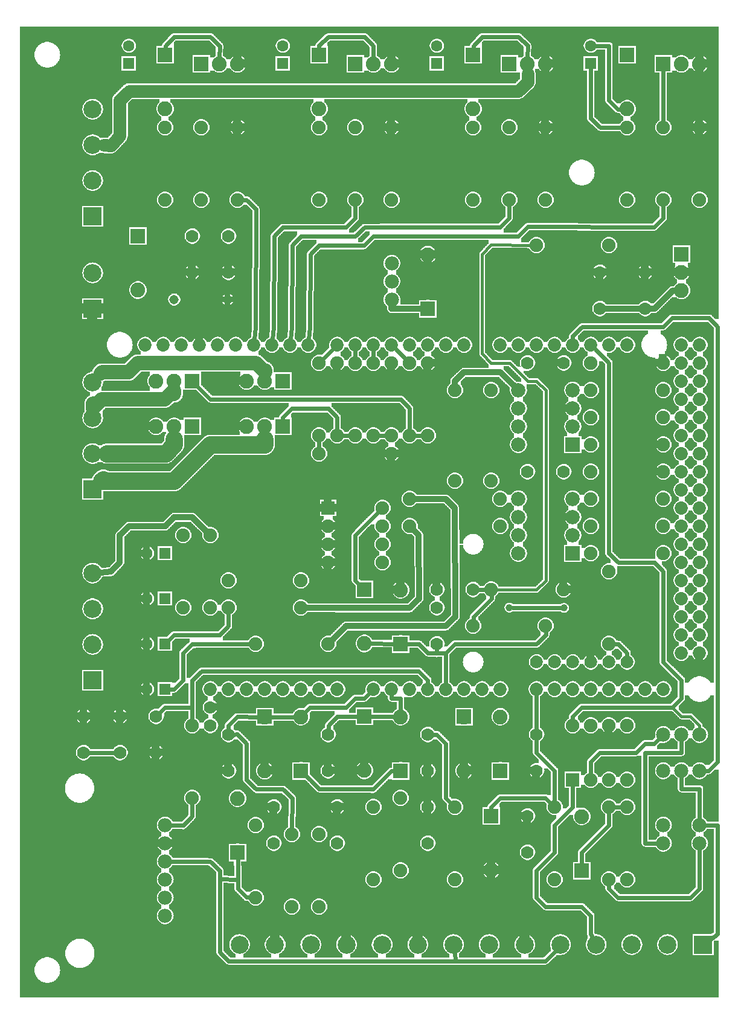
<source format=gbl>
G04 MADE WITH FRITZING*
G04 WWW.FRITZING.ORG*
G04 DOUBLE SIDED*
G04 HOLES PLATED*
G04 CONTOUR ON CENTER OF CONTOUR VECTOR*
%ASAXBY*%
%FSLAX23Y23*%
%MOIN*%
%OFA0B0*%
%SFA1.0B1.0*%
%ADD10C,0.075000*%
%ADD11C,0.070000*%
%ADD12C,0.039370*%
%ADD13C,0.082000*%
%ADD14C,0.072917*%
%ADD15C,0.078000*%
%ADD16C,0.051496*%
%ADD17C,0.079370*%
%ADD18C,0.062992*%
%ADD19C,0.099055*%
%ADD20R,0.075000X0.075000*%
%ADD21R,0.082000X0.082000*%
%ADD22R,0.079370X0.079370*%
%ADD23R,0.062992X0.062992*%
%ADD24R,0.099055X0.099055*%
%ADD25C,0.024000*%
%ADD26C,0.080000*%
%ADD27C,0.095000*%
%ADD28C,0.032000*%
%ADD29C,0.016000*%
%ADD30R,0.001000X0.001000*%
%LNCOPPER0*%
G90*
G70*
G54D10*
X3381Y3546D03*
X1865Y3257D03*
X3485Y5329D03*
G54D11*
X2892Y1891D03*
X2992Y1891D03*
X3092Y1891D03*
X3192Y1891D03*
X3292Y1891D03*
X3392Y1891D03*
G54D10*
X1742Y2741D03*
X2042Y2741D03*
X1742Y2641D03*
X2042Y2641D03*
X1742Y2541D03*
X2042Y2541D03*
X1742Y2441D03*
X2042Y2441D03*
G54D12*
X3044Y2190D03*
X2742Y2191D03*
G54D10*
X3292Y1991D03*
X3292Y2391D03*
X1592Y2341D03*
X1192Y2341D03*
G54D13*
X992Y3441D03*
X892Y3441D03*
X792Y3441D03*
X1492Y3441D03*
X1392Y3441D03*
X1292Y3441D03*
X1492Y3191D03*
X1392Y3191D03*
X1292Y3191D03*
X992Y3191D03*
X892Y3191D03*
X792Y3191D03*
G54D11*
X1092Y1641D03*
X1092Y1541D03*
G54D10*
X1342Y591D03*
X1342Y991D03*
G54D14*
X2992Y1741D03*
X1392Y1741D03*
X3092Y1741D03*
X3192Y1741D03*
X3292Y1741D03*
X3392Y1741D03*
X3692Y3141D03*
X3492Y1741D03*
X3592Y1741D03*
X1432Y3641D03*
X1992Y1741D03*
X2092Y1741D03*
X2192Y1741D03*
X2292Y1741D03*
X3692Y2341D03*
X2392Y1741D03*
X2492Y1741D03*
X2592Y1741D03*
X2692Y1741D03*
X2192Y3641D03*
X3692Y3541D03*
X3692Y2741D03*
X3692Y1941D03*
X1032Y3641D03*
X1792Y1741D03*
X1792Y3641D03*
X3692Y3341D03*
X3692Y2941D03*
X3692Y2541D03*
X3392Y3641D03*
X3692Y2141D03*
X3292Y3641D03*
X3192Y3641D03*
X3092Y3641D03*
X2992Y3641D03*
X2892Y3641D03*
X2792Y3641D03*
X2692Y3641D03*
X832Y3641D03*
X1232Y3641D03*
X1632Y3641D03*
X1192Y1741D03*
X1592Y1741D03*
X2392Y3641D03*
X1992Y3641D03*
X3692Y3641D03*
X3692Y3441D03*
X3692Y3241D03*
X3692Y3041D03*
X3692Y2841D03*
X3692Y2641D03*
X3692Y2441D03*
X3692Y2241D03*
X3692Y2041D03*
X732Y3641D03*
X932Y3641D03*
X1132Y3641D03*
X1332Y3641D03*
X1532Y3641D03*
X1092Y1741D03*
X1292Y1741D03*
X1492Y1741D03*
X1692Y1741D03*
X2492Y3641D03*
X2292Y3641D03*
X2092Y3641D03*
X1892Y3641D03*
X3792Y3641D03*
X3792Y3541D03*
X3792Y3441D03*
X3792Y3341D03*
X3792Y3241D03*
X3792Y3141D03*
X3792Y3041D03*
X3792Y2941D03*
X3792Y2841D03*
X3792Y2741D03*
X3792Y2641D03*
X3792Y2541D03*
X3792Y2441D03*
X3792Y2341D03*
X3792Y2241D03*
X3792Y2141D03*
X3792Y2041D03*
X3792Y1941D03*
X2892Y1741D03*
G54D13*
X2292Y3841D03*
X2292Y4139D03*
G54D10*
X992Y1141D03*
X992Y1541D03*
G54D15*
X842Y991D03*
X842Y891D03*
X842Y791D03*
X842Y691D03*
X842Y591D03*
X842Y491D03*
G54D10*
X3092Y1241D03*
X3092Y1541D03*
X3192Y1241D03*
X3192Y1541D03*
X3292Y1241D03*
X3292Y1541D03*
X3392Y1241D03*
X3392Y1541D03*
G54D15*
X3592Y1291D03*
X3692Y1291D03*
X3792Y1291D03*
X3792Y1491D03*
X3692Y1491D03*
X3592Y1491D03*
X2093Y3891D03*
X2093Y3991D03*
X2093Y4091D03*
G54D10*
X3292Y1091D03*
X3292Y691D03*
X3392Y1091D03*
X3392Y691D03*
G54D15*
X3592Y991D03*
X3592Y891D03*
X3792Y991D03*
X3792Y891D03*
G54D10*
X3592Y2491D03*
X3192Y2491D03*
X2292Y3541D03*
X2292Y3141D03*
X1792Y3541D03*
X1792Y3141D03*
X3592Y3091D03*
X3192Y3091D03*
X3592Y2941D03*
X3192Y2941D03*
X2092Y3541D03*
X2092Y3141D03*
X2092Y3041D03*
X1692Y3041D03*
X3592Y3541D03*
X3192Y3541D03*
G54D13*
X3692Y4141D03*
X3692Y4041D03*
X3692Y3941D03*
G54D11*
X1192Y4041D03*
X1192Y4241D03*
X3492Y4041D03*
X3492Y3841D03*
X992Y4041D03*
X992Y4241D03*
X3242Y4041D03*
X3242Y3841D03*
G54D13*
X692Y4241D03*
X692Y3943D03*
G54D16*
X892Y3891D03*
X1187Y3891D03*
G54D17*
X3092Y2491D03*
X2792Y2491D03*
X3092Y2591D03*
X2792Y2591D03*
X3092Y2691D03*
X2792Y2691D03*
X3092Y2791D03*
X2792Y2791D03*
X3092Y3091D03*
X2792Y3091D03*
X3092Y3191D03*
X2792Y3191D03*
X3092Y3291D03*
X2792Y3291D03*
X3092Y3391D03*
X2792Y3391D03*
G54D10*
X3592Y2641D03*
X3192Y2641D03*
X2192Y3541D03*
X2192Y3141D03*
X1892Y3541D03*
X1892Y3141D03*
X3592Y3241D03*
X3192Y3241D03*
X3592Y2791D03*
X3192Y2791D03*
X1992Y3541D03*
X1992Y3141D03*
X1692Y3541D03*
X1692Y3141D03*
X3592Y3391D03*
X3192Y3391D03*
G54D11*
X3042Y2941D03*
X2842Y2941D03*
X3042Y3541D03*
X2842Y3541D03*
G54D10*
X2192Y2641D03*
X2692Y2641D03*
X2642Y2891D03*
X2642Y3391D03*
X2692Y2791D03*
X2192Y2791D03*
X2442Y3391D03*
X2442Y2891D03*
X1192Y2191D03*
X1592Y2191D03*
X1092Y2191D03*
X1092Y2591D03*
X1342Y1991D03*
X1742Y1991D03*
X942Y2191D03*
X942Y2591D03*
G54D18*
X841Y1991D03*
X742Y1991D03*
X841Y2491D03*
X742Y2491D03*
X841Y1741D03*
X742Y1741D03*
X841Y2241D03*
X742Y2241D03*
G54D10*
X2642Y2291D03*
X3042Y2291D03*
X2142Y1141D03*
X2142Y741D03*
X1692Y941D03*
X1692Y541D03*
G54D11*
X1742Y1291D03*
X1742Y1491D03*
X1792Y1091D03*
X1792Y891D03*
X1192Y1291D03*
X1192Y1491D03*
X1442Y1091D03*
X1442Y891D03*
G54D10*
X1992Y691D03*
X1992Y1091D03*
X1542Y541D03*
X1542Y941D03*
G54D13*
X2142Y1291D03*
X2142Y1589D03*
X1392Y1589D03*
X1392Y1291D03*
X1592Y1291D03*
X1592Y1589D03*
X1242Y841D03*
X1242Y1139D03*
X2142Y1991D03*
X2142Y2289D03*
X1942Y1591D03*
X1942Y1293D03*
G54D19*
X442Y2845D03*
X442Y3041D03*
X442Y3238D03*
X442Y3435D03*
X3812Y332D03*
X3615Y332D03*
X3418Y332D03*
X3221Y332D03*
X3024Y332D03*
X2827Y332D03*
X2631Y332D03*
X2434Y332D03*
X2237Y332D03*
X2040Y332D03*
X1843Y332D03*
X1646Y332D03*
X1449Y332D03*
X1253Y332D03*
G54D11*
X2892Y1291D03*
X2892Y1491D03*
X792Y1591D03*
X792Y1391D03*
X2292Y1291D03*
X2292Y1491D03*
X392Y1591D03*
X392Y1391D03*
X593Y1591D03*
X593Y1391D03*
X2842Y1041D03*
X2842Y841D03*
X2292Y1091D03*
X2292Y891D03*
G54D10*
X2992Y691D03*
X2992Y1091D03*
X2442Y691D03*
X2442Y1091D03*
G54D13*
X3142Y741D03*
X3142Y1039D03*
X2692Y1291D03*
X2692Y1589D03*
X2642Y1041D03*
X2642Y743D03*
X2492Y1589D03*
X2492Y1291D03*
G54D10*
X3292Y4191D03*
X2892Y4191D03*
G54D11*
X2342Y2291D03*
X2542Y2291D03*
X2342Y2191D03*
X2342Y1991D03*
G54D10*
X2542Y2091D03*
X2942Y2091D03*
G54D13*
X1942Y2291D03*
X1942Y1993D03*
G54D10*
X842Y4441D03*
X842Y4841D03*
X2542Y4441D03*
X2542Y4841D03*
X1692Y4441D03*
X1692Y4841D03*
X3392Y4441D03*
X3392Y4841D03*
G54D18*
X642Y5193D03*
X642Y5291D03*
X2342Y5193D03*
X2342Y5291D03*
X1492Y5193D03*
X1492Y5291D03*
X3192Y5193D03*
X3192Y5291D03*
G54D13*
X842Y5241D03*
X842Y4943D03*
X2542Y5241D03*
X2542Y4943D03*
X1692Y5241D03*
X1692Y4943D03*
X3392Y5241D03*
X3392Y4943D03*
X1042Y5191D03*
X1142Y5191D03*
X1242Y5191D03*
X2742Y5191D03*
X2842Y5191D03*
X2942Y5191D03*
X1892Y5191D03*
X1992Y5191D03*
X2092Y5191D03*
X3592Y5191D03*
X3692Y5191D03*
X3792Y5191D03*
G54D10*
X1042Y4441D03*
X1042Y4841D03*
X2742Y4441D03*
X2742Y4841D03*
X1892Y4441D03*
X1892Y4841D03*
X3592Y4441D03*
X3592Y4841D03*
X1242Y4441D03*
X1242Y4841D03*
X2942Y4441D03*
X2942Y4841D03*
X2092Y4441D03*
X2092Y4841D03*
X3792Y4441D03*
X3792Y4841D03*
G54D19*
X442Y3841D03*
X442Y4038D03*
X442Y1791D03*
X442Y1988D03*
X442Y2185D03*
X442Y2382D03*
X442Y4351D03*
X442Y4548D03*
X442Y4745D03*
X442Y4941D03*
G54D20*
X1742Y2741D03*
G54D21*
X992Y3441D03*
X1492Y3441D03*
X1492Y3191D03*
X992Y3191D03*
X2292Y3840D03*
G54D20*
X3092Y1241D03*
G54D21*
X3692Y4141D03*
X692Y4242D03*
G54D22*
X3092Y2491D03*
X3092Y3091D03*
G54D23*
X841Y1991D03*
X841Y2491D03*
X841Y1741D03*
X841Y2241D03*
G54D21*
X2142Y1290D03*
X1392Y1590D03*
X1592Y1290D03*
X1242Y840D03*
X2142Y1990D03*
X1942Y1592D03*
G54D24*
X442Y2845D03*
X3812Y332D03*
G54D21*
X3142Y740D03*
X2692Y1290D03*
X2642Y1042D03*
X2492Y1590D03*
X1942Y2292D03*
G54D23*
X642Y5193D03*
X2342Y5193D03*
X1492Y5193D03*
X3192Y5193D03*
G54D21*
X842Y5242D03*
X2542Y5242D03*
X1692Y5242D03*
X3392Y5242D03*
X1042Y5191D03*
X2742Y5191D03*
X1892Y5191D03*
X3592Y5191D03*
G54D24*
X442Y3841D03*
X442Y1791D03*
X442Y4351D03*
G54D11*
X643Y5041D02*
X2792Y5041D01*
D02*
X2792Y5041D02*
X2843Y5090D01*
D02*
X592Y4990D02*
X643Y5041D01*
D02*
X2843Y5090D02*
X2843Y5137D01*
D02*
X592Y4793D02*
X592Y4990D01*
D02*
X543Y4741D02*
X592Y4793D01*
D02*
X505Y4743D02*
X543Y4741D01*
G54D25*
D02*
X3144Y3741D02*
X3092Y3690D01*
D02*
X3092Y3690D02*
X3092Y3672D01*
D02*
X3592Y3741D02*
X3144Y3741D01*
D02*
X3640Y3790D02*
X3592Y3741D01*
D02*
X3844Y3790D02*
X3640Y3790D01*
D02*
X3892Y3741D02*
X3844Y3790D01*
D02*
X3892Y1341D02*
X3892Y3741D01*
D02*
X3842Y1291D02*
X3892Y1341D01*
D02*
X3822Y1291D02*
X3842Y1291D01*
D02*
X1892Y2590D02*
X1892Y2341D01*
D02*
X1892Y2341D02*
X1919Y2314D01*
D02*
X1940Y2641D02*
X1892Y2590D01*
D02*
X2022Y2721D02*
X1940Y2641D01*
D02*
X3025Y2190D02*
X2761Y2191D01*
D02*
X3392Y1941D02*
X3392Y1918D01*
D02*
X3344Y1990D02*
X3392Y1941D01*
D02*
X3321Y1990D02*
X3344Y1990D01*
D02*
X2942Y1141D02*
X2972Y1112D01*
D02*
X2692Y1141D02*
X2942Y1141D01*
D02*
X2642Y1091D02*
X2692Y1141D01*
D02*
X2642Y1074D02*
X2642Y1091D01*
D02*
X2892Y1518D02*
X2892Y1711D01*
D02*
X3292Y3541D02*
X3292Y2491D01*
D02*
X3213Y3620D02*
X3292Y3541D01*
D02*
X3292Y2491D02*
X3343Y2441D01*
D02*
X3543Y2441D02*
X3592Y2391D01*
D02*
X3343Y2441D02*
X3543Y2441D01*
D02*
X3692Y1791D02*
X3692Y1691D01*
D02*
X3692Y1691D02*
X3642Y1641D01*
D02*
X3642Y1641D02*
X3142Y1641D01*
D02*
X3142Y1641D02*
X3092Y1591D01*
D02*
X3592Y1890D02*
X3692Y1791D01*
D02*
X3092Y1591D02*
X3092Y1570D01*
D02*
X3592Y2391D02*
X3592Y1890D01*
D02*
X3292Y991D02*
X3292Y1063D01*
D02*
X3142Y841D02*
X3292Y991D01*
D02*
X3142Y774D02*
X3142Y841D01*
G54D26*
D02*
X892Y3390D02*
X892Y3370D01*
D02*
X444Y3290D02*
X492Y3341D01*
D02*
X492Y3341D02*
X840Y3341D01*
D02*
X840Y3341D02*
X892Y3390D01*
D02*
X445Y3318D02*
X444Y3290D01*
D02*
X1344Y3541D02*
X1393Y3491D01*
D02*
X1393Y3491D02*
X1393Y3501D01*
D02*
X692Y3541D02*
X1344Y3541D01*
D02*
X642Y3491D02*
X692Y3541D01*
D02*
X493Y3491D02*
X642Y3491D01*
D02*
X488Y3486D02*
X493Y3491D01*
G54D25*
D02*
X2192Y3290D02*
X2192Y3170D01*
D02*
X1092Y3341D02*
X2144Y3341D01*
D02*
X2144Y3341D02*
X2192Y3290D01*
D02*
X1015Y3419D02*
X1092Y3341D01*
D02*
X1744Y3290D02*
X1792Y3241D01*
D02*
X1792Y3241D02*
X1792Y3170D01*
D02*
X1540Y3290D02*
X1744Y3290D01*
D02*
X1492Y3241D02*
X1540Y3290D01*
D02*
X1492Y3224D02*
X1492Y3241D01*
G54D27*
D02*
X892Y3090D02*
X892Y3120D01*
D02*
X844Y3041D02*
X892Y3090D01*
D02*
X522Y3041D02*
X844Y3041D01*
D02*
X1392Y3090D02*
X1392Y3120D01*
D02*
X492Y2890D02*
X892Y2890D01*
D02*
X892Y2890D02*
X1092Y3090D01*
D02*
X1092Y3090D02*
X1392Y3090D01*
D02*
X501Y2898D02*
X492Y2890D01*
G54D25*
D02*
X1712Y3562D02*
X1771Y3620D01*
D02*
X1892Y3570D02*
X1892Y3611D01*
D02*
X1992Y3570D02*
X1992Y3611D01*
D02*
X2172Y3562D02*
X2113Y3620D01*
D02*
X2221Y3141D02*
X2264Y3141D01*
D02*
X2021Y3141D02*
X2064Y3141D01*
D02*
X1864Y3141D02*
X1821Y3141D01*
G54D28*
D02*
X1840Y2090D02*
X2392Y2090D01*
D02*
X2392Y2090D02*
X2444Y2141D01*
D02*
X2444Y2141D02*
X2440Y2741D01*
D02*
X2440Y2741D02*
X2392Y2790D01*
D02*
X1766Y2016D02*
X1840Y2090D01*
D02*
X2392Y2790D02*
X2226Y2791D01*
D02*
X544Y2390D02*
X592Y2441D01*
D02*
X592Y2441D02*
X592Y2590D01*
D02*
X592Y2590D02*
X644Y2641D01*
D02*
X644Y2641D02*
X844Y2641D01*
D02*
X844Y2641D02*
X892Y2690D01*
D02*
X488Y2385D02*
X544Y2390D01*
D02*
X892Y2690D02*
X992Y2690D01*
D02*
X992Y2690D02*
X1068Y2615D01*
D02*
X2192Y2190D02*
X2244Y2241D01*
D02*
X2244Y2241D02*
X2242Y2591D01*
D02*
X1792Y2190D02*
X2192Y2190D01*
D02*
X2242Y2591D02*
X2216Y2617D01*
D02*
X1626Y2191D02*
X1792Y2190D01*
G54D25*
D02*
X1244Y690D02*
X1243Y809D01*
D02*
X1244Y641D02*
X1244Y690D01*
D02*
X1292Y593D02*
X1244Y641D01*
D02*
X1314Y593D02*
X1292Y593D01*
D02*
X1244Y690D02*
X1144Y693D01*
G54D28*
D02*
X2092Y3841D02*
X2092Y3856D01*
D02*
X2254Y3841D02*
X2092Y3841D01*
G54D25*
D02*
X2392Y1441D02*
X2392Y1141D01*
D02*
X2342Y1491D02*
X2392Y1441D01*
D02*
X2318Y1491D02*
X2342Y1491D01*
D02*
X2992Y1291D02*
X2892Y1391D01*
D02*
X2992Y1120D02*
X2992Y1291D01*
D02*
X2892Y1391D02*
X2892Y1465D01*
D02*
X3192Y391D02*
X3203Y369D01*
D02*
X3192Y491D02*
X3192Y391D01*
D02*
X2942Y541D02*
X3142Y541D01*
D02*
X2442Y291D02*
X2442Y293D01*
D02*
X2444Y241D02*
X2442Y291D01*
D02*
X2568Y2291D02*
X2614Y2291D01*
G54D29*
D02*
X2892Y3441D02*
X2943Y3390D01*
D02*
X2743Y3541D02*
X2843Y3441D01*
D02*
X2843Y3441D02*
X2892Y3441D01*
D02*
X2592Y4141D02*
X2592Y3593D01*
D02*
X2592Y3593D02*
X2641Y3541D01*
D02*
X2641Y3541D02*
X2743Y3541D01*
D02*
X2943Y3390D02*
X2944Y2341D01*
D02*
X2641Y4193D02*
X2592Y4141D01*
D02*
X2944Y2341D02*
X2892Y2290D01*
D02*
X2869Y4192D02*
X2641Y4193D01*
D02*
X2892Y2290D02*
X2665Y2291D01*
G54D25*
D02*
X2643Y2241D02*
X2643Y2263D01*
D02*
X2543Y2141D02*
X2643Y2241D01*
D02*
X2543Y2120D02*
X2543Y2141D01*
D02*
X1692Y3070D02*
X1692Y3113D01*
D02*
X992Y1641D02*
X992Y1570D01*
D02*
X992Y1790D02*
X992Y1641D01*
D02*
X2292Y1791D02*
X2242Y1841D01*
D02*
X2292Y1772D02*
X2292Y1791D01*
D02*
X992Y1041D02*
X992Y1113D01*
D02*
X944Y990D02*
X992Y1041D01*
D02*
X872Y991D02*
X944Y990D01*
D02*
X592Y1391D02*
X418Y1391D01*
D02*
X567Y1391D02*
X592Y1391D01*
D02*
X842Y1641D02*
X992Y1641D01*
D02*
X811Y1610D02*
X842Y1641D01*
D02*
X2992Y290D02*
X2940Y241D01*
D02*
X3000Y300D02*
X2992Y290D01*
D02*
X1092Y790D02*
X872Y791D01*
D02*
X1144Y741D02*
X1092Y790D01*
D02*
X1144Y693D02*
X1144Y741D01*
D02*
X2444Y241D02*
X1192Y241D01*
D02*
X1143Y290D02*
X1144Y693D01*
D02*
X1192Y241D02*
X1143Y290D01*
D02*
X2940Y241D02*
X2444Y241D01*
G54D29*
D02*
X3692Y1591D02*
X3642Y1641D01*
D02*
X3742Y1591D02*
X3692Y1591D01*
D02*
X3792Y1541D02*
X3742Y1591D01*
D02*
X3792Y1516D02*
X3792Y1541D01*
G54D25*
D02*
X3892Y391D02*
X3844Y356D01*
D02*
X3892Y991D02*
X3892Y391D01*
D02*
X3822Y991D02*
X3892Y991D01*
D02*
X3692Y1191D02*
X3692Y1261D01*
D02*
X3792Y1191D02*
X3692Y1191D01*
D02*
X3792Y1022D02*
X3792Y1191D01*
D02*
X3742Y591D02*
X3792Y641D01*
D02*
X3292Y641D02*
X3342Y591D01*
D02*
X3292Y663D02*
X3292Y641D01*
D02*
X3321Y1091D02*
X3364Y1091D01*
D02*
X3492Y891D02*
X3562Y891D01*
D02*
X3492Y1391D02*
X3492Y891D01*
D02*
X3692Y1391D02*
X3492Y1391D01*
D02*
X3692Y1461D02*
X3692Y1391D01*
D02*
X3542Y1441D02*
X3571Y1470D01*
D02*
X3492Y1441D02*
X3542Y1441D01*
D02*
X3442Y1391D02*
X3492Y1441D01*
D02*
X3242Y1391D02*
X3442Y1391D01*
D02*
X3192Y1341D02*
X3242Y1391D01*
D02*
X3192Y1270D02*
X3192Y1341D01*
D02*
X2110Y1992D02*
X1974Y1993D01*
D02*
X2392Y1772D02*
X2392Y1941D01*
D02*
X1144Y2041D02*
X1192Y2090D01*
D02*
X1192Y2090D02*
X1192Y2163D01*
D02*
X892Y2041D02*
X1144Y2041D01*
D02*
X860Y2010D02*
X892Y2041D01*
D02*
X892Y1741D02*
X940Y1790D01*
D02*
X940Y1790D02*
X940Y1941D01*
D02*
X940Y1941D02*
X992Y1990D01*
D02*
X992Y1990D02*
X1314Y1991D01*
D02*
X867Y1741D02*
X892Y1741D01*
G54D28*
D02*
X3544Y3841D02*
X3524Y3841D01*
D02*
X3644Y3941D02*
X3544Y3841D01*
D02*
X3654Y3941D02*
X3644Y3941D01*
D02*
X3460Y3841D02*
X3274Y3841D01*
D02*
X2492Y3490D02*
X2440Y3441D01*
D02*
X2440Y3441D02*
X2441Y3426D01*
D02*
X2692Y3490D02*
X2492Y3490D01*
D02*
X2766Y3417D02*
X2692Y3490D01*
G54D25*
D02*
X1592Y4241D02*
X1892Y4241D01*
D02*
X1892Y4241D02*
X1944Y4290D01*
D02*
X2692Y4290D02*
X2741Y4341D01*
D02*
X1944Y4290D02*
X2692Y4290D01*
D02*
X1544Y4190D02*
X1592Y4241D01*
D02*
X1542Y3741D02*
X1544Y4190D01*
D02*
X1535Y3672D02*
X1542Y3741D01*
D02*
X2741Y4341D02*
X2742Y4413D01*
D02*
X1692Y4190D02*
X1940Y4190D01*
D02*
X1940Y4190D02*
X1992Y4241D01*
D02*
X1992Y4241D02*
X2792Y4241D01*
D02*
X2792Y4241D02*
X2843Y4293D01*
D02*
X3541Y4290D02*
X3592Y4341D01*
D02*
X2843Y4293D02*
X3541Y4290D01*
D02*
X1644Y4141D02*
X1692Y4190D01*
D02*
X1642Y3741D02*
X1644Y4141D01*
D02*
X1635Y3672D02*
X1642Y3741D01*
D02*
X3592Y4341D02*
X3592Y4413D01*
D02*
X1892Y4341D02*
X1892Y4413D01*
D02*
X1840Y4290D02*
X1892Y4341D01*
D02*
X1492Y4290D02*
X1840Y4290D01*
D02*
X1444Y4241D02*
X1492Y4290D01*
D02*
X1442Y3741D02*
X1444Y4241D01*
D02*
X1435Y3672D02*
X1442Y3741D01*
D02*
X1292Y4441D02*
X1271Y4441D01*
D02*
X1344Y4390D02*
X1292Y4441D01*
D02*
X1342Y3741D02*
X1344Y4390D01*
D02*
X1335Y3672D02*
X1342Y3741D01*
D02*
X2243Y1990D02*
X2174Y1991D01*
D02*
X2292Y1941D02*
X2243Y1990D01*
D02*
X2342Y1940D02*
X2292Y1941D01*
D02*
X2342Y1991D02*
X2342Y1940D01*
D02*
X2342Y1941D02*
X2342Y1965D01*
D02*
X2392Y1941D02*
X2342Y1941D01*
D02*
X2442Y1991D02*
X2392Y1941D01*
D02*
X2792Y1990D02*
X2442Y1991D01*
D02*
X2892Y1990D02*
X2792Y1990D01*
D02*
X2943Y2041D02*
X2892Y1990D01*
D02*
X2943Y2063D02*
X2943Y2041D01*
D02*
X3192Y4890D02*
X3192Y5166D01*
D02*
X3244Y4841D02*
X3192Y4890D01*
D02*
X3364Y4841D02*
X3244Y4841D01*
D02*
X3592Y5159D02*
X3592Y4870D01*
D02*
X3292Y4990D02*
X3292Y5291D01*
D02*
X3340Y4941D02*
X3292Y4990D01*
D02*
X3292Y5291D02*
X3219Y5291D01*
D02*
X3360Y4942D02*
X3340Y4941D01*
D02*
X2843Y5293D02*
X2842Y5224D01*
D02*
X2792Y5341D02*
X2843Y5293D01*
D02*
X2592Y5341D02*
X2792Y5341D01*
D02*
X2543Y5290D02*
X2592Y5341D01*
D02*
X2543Y5274D02*
X2543Y5290D01*
D02*
X1692Y5293D02*
X1692Y5274D01*
D02*
X1743Y5341D02*
X1692Y5293D01*
D02*
X1943Y5341D02*
X1743Y5341D01*
D02*
X1992Y5290D02*
X1943Y5341D01*
D02*
X1992Y5224D02*
X1992Y5290D01*
D02*
X843Y5290D02*
X843Y5274D01*
D02*
X892Y5341D02*
X843Y5290D01*
D02*
X1092Y5341D02*
X892Y5341D01*
D02*
X1143Y5290D02*
X1092Y5341D01*
D02*
X1142Y5224D02*
X1143Y5290D01*
D02*
X1614Y1613D02*
X1642Y1641D01*
D02*
X1842Y1641D02*
X1892Y1691D01*
D02*
X1892Y1691D02*
X1942Y1691D01*
D02*
X1642Y1641D02*
X1842Y1641D01*
D02*
X1942Y1691D02*
X1971Y1720D01*
D02*
X2142Y1691D02*
X2142Y1622D01*
D02*
X2092Y1691D02*
X2142Y1691D01*
D02*
X2092Y1711D02*
X2092Y1691D01*
D02*
X2110Y1590D02*
X1974Y1591D01*
D02*
X1424Y1589D02*
X1560Y1589D01*
D02*
X1744Y1541D02*
X1743Y1518D01*
D02*
X1792Y1590D02*
X1744Y1541D01*
D02*
X1910Y1591D02*
X1792Y1590D01*
D02*
X1240Y1590D02*
X1360Y1589D01*
D02*
X1192Y1541D02*
X1240Y1590D01*
D02*
X1192Y1518D02*
X1192Y1541D01*
D02*
X1292Y1441D02*
X1240Y1493D01*
D02*
X1292Y1241D02*
X1292Y1441D01*
D02*
X1344Y1190D02*
X1292Y1241D01*
D02*
X1492Y1190D02*
X1344Y1190D01*
D02*
X1240Y1493D02*
X1218Y1492D01*
D02*
X1544Y1141D02*
X1492Y1190D01*
D02*
X1542Y970D02*
X1544Y1141D01*
D02*
X1992Y1190D02*
X1692Y1191D01*
D02*
X1692Y1191D02*
X1644Y1241D01*
D02*
X2092Y1290D02*
X1992Y1190D01*
D02*
X1644Y1241D02*
X1615Y1269D01*
D02*
X2110Y1290D02*
X2092Y1290D01*
D02*
X2392Y1141D02*
X2442Y1091D01*
D02*
X3142Y541D02*
X3192Y491D01*
D02*
X2992Y991D02*
X2992Y841D01*
D02*
X2892Y741D02*
X2892Y591D01*
D02*
X3092Y1091D02*
X3042Y1041D01*
D02*
X3042Y1041D02*
X2992Y991D01*
D02*
X2992Y841D02*
X2892Y741D01*
D02*
X2892Y591D02*
X2942Y541D01*
D02*
X3092Y1213D02*
X3092Y1091D01*
D02*
X1044Y1841D02*
X992Y1790D01*
D02*
X2242Y1841D02*
X1044Y1841D01*
D02*
X3342Y591D02*
X3742Y591D01*
D02*
X3792Y641D02*
X3792Y861D01*
G36*
X1498Y4269D02*
X1498Y4267D01*
X1496Y4267D01*
X1496Y4265D01*
X1494Y4265D01*
X1494Y4263D01*
X1492Y4263D01*
X1492Y4261D01*
X1490Y4261D01*
X1490Y4259D01*
X1488Y4259D01*
X1488Y4257D01*
X1486Y4257D01*
X1486Y4255D01*
X1484Y4255D01*
X1484Y4253D01*
X1482Y4253D01*
X1482Y4251D01*
X1480Y4251D01*
X1480Y4249D01*
X1478Y4249D01*
X1478Y4247D01*
X1476Y4247D01*
X1476Y4245D01*
X1474Y4245D01*
X1474Y4243D01*
X1472Y4243D01*
X1472Y4241D01*
X1470Y4241D01*
X1470Y4239D01*
X1468Y4239D01*
X1468Y4237D01*
X1466Y4237D01*
X1466Y4235D01*
X1464Y4235D01*
X1464Y3987D01*
X1462Y3987D01*
X1462Y3729D01*
X1460Y3729D01*
X1460Y3709D01*
X1458Y3709D01*
X1458Y3675D01*
X1460Y3675D01*
X1460Y3673D01*
X1462Y3673D01*
X1462Y3671D01*
X1464Y3671D01*
X1464Y3669D01*
X1466Y3669D01*
X1466Y3667D01*
X1468Y3667D01*
X1468Y3665D01*
X1470Y3665D01*
X1470Y3661D01*
X1472Y3661D01*
X1472Y3657D01*
X1492Y3657D01*
X1492Y3661D01*
X1494Y3661D01*
X1494Y3665D01*
X1496Y3665D01*
X1496Y3667D01*
X1498Y3667D01*
X1498Y3669D01*
X1500Y3669D01*
X1500Y3671D01*
X1502Y3671D01*
X1502Y3673D01*
X1504Y3673D01*
X1504Y3675D01*
X1506Y3675D01*
X1506Y3677D01*
X1508Y3677D01*
X1508Y3679D01*
X1512Y3679D01*
X1512Y3681D01*
X1516Y3681D01*
X1516Y3693D01*
X1518Y3693D01*
X1518Y3711D01*
X1520Y3711D01*
X1520Y3731D01*
X1522Y3731D01*
X1522Y3965D01*
X1524Y3965D01*
X1524Y4197D01*
X1526Y4197D01*
X1526Y4201D01*
X1528Y4201D01*
X1528Y4203D01*
X1530Y4203D01*
X1530Y4205D01*
X1532Y4205D01*
X1532Y4207D01*
X1534Y4207D01*
X1534Y4209D01*
X1536Y4209D01*
X1536Y4211D01*
X1538Y4211D01*
X1538Y4213D01*
X1540Y4213D01*
X1540Y4217D01*
X1542Y4217D01*
X1542Y4219D01*
X1544Y4219D01*
X1544Y4221D01*
X1546Y4221D01*
X1546Y4223D01*
X1548Y4223D01*
X1548Y4225D01*
X1550Y4225D01*
X1550Y4227D01*
X1552Y4227D01*
X1552Y4229D01*
X1554Y4229D01*
X1554Y4231D01*
X1556Y4231D01*
X1556Y4233D01*
X1558Y4233D01*
X1558Y4235D01*
X1560Y4235D01*
X1560Y4237D01*
X1562Y4237D01*
X1562Y4239D01*
X1564Y4239D01*
X1564Y4241D01*
X1566Y4241D01*
X1566Y4245D01*
X1568Y4245D01*
X1568Y4247D01*
X1570Y4247D01*
X1570Y4249D01*
X1572Y4249D01*
X1572Y4269D01*
X1498Y4269D01*
G37*
D02*
G36*
X1950Y4269D02*
X1950Y4267D01*
X1948Y4267D01*
X1948Y4265D01*
X1946Y4265D01*
X1946Y4263D01*
X1944Y4263D01*
X1944Y4261D01*
X1942Y4261D01*
X1942Y4259D01*
X1938Y4259D01*
X1938Y4257D01*
X1936Y4257D01*
X1936Y4255D01*
X1934Y4255D01*
X1934Y4253D01*
X1932Y4253D01*
X1932Y4251D01*
X1930Y4251D01*
X1930Y4249D01*
X1928Y4249D01*
X1928Y4247D01*
X1926Y4247D01*
X1926Y4245D01*
X1924Y4245D01*
X1924Y4243D01*
X1922Y4243D01*
X1922Y4241D01*
X1920Y4241D01*
X1920Y4239D01*
X1918Y4239D01*
X1918Y4237D01*
X1916Y4237D01*
X1916Y4235D01*
X1914Y4235D01*
X1914Y4233D01*
X1910Y4233D01*
X1910Y4231D01*
X1908Y4231D01*
X1908Y4229D01*
X1906Y4229D01*
X1906Y4209D01*
X1932Y4209D01*
X1932Y4211D01*
X1934Y4211D01*
X1934Y4213D01*
X1936Y4213D01*
X1936Y4215D01*
X1938Y4215D01*
X1938Y4217D01*
X1940Y4217D01*
X1940Y4219D01*
X1942Y4219D01*
X1942Y4221D01*
X1944Y4221D01*
X1944Y4223D01*
X1946Y4223D01*
X1946Y4225D01*
X1948Y4225D01*
X1948Y4227D01*
X1950Y4227D01*
X1950Y4229D01*
X1952Y4229D01*
X1952Y4231D01*
X1954Y4231D01*
X1954Y4233D01*
X1956Y4233D01*
X1956Y4235D01*
X1958Y4235D01*
X1958Y4237D01*
X1960Y4237D01*
X1960Y4239D01*
X1962Y4239D01*
X1962Y4241D01*
X1964Y4241D01*
X1964Y4243D01*
X1966Y4243D01*
X1966Y4245D01*
X1968Y4245D01*
X1968Y4247D01*
X1970Y4247D01*
X1970Y4249D01*
X1972Y4249D01*
X1972Y4269D01*
X1950Y4269D01*
G37*
D02*
G36*
X1600Y4221D02*
X1600Y4219D01*
X1598Y4219D01*
X1598Y4217D01*
X1596Y4217D01*
X1596Y4215D01*
X1594Y4215D01*
X1594Y4213D01*
X1592Y4213D01*
X1592Y4211D01*
X1590Y4211D01*
X1590Y4209D01*
X1588Y4209D01*
X1588Y4207D01*
X1586Y4207D01*
X1586Y4205D01*
X1584Y4205D01*
X1584Y4203D01*
X1582Y4203D01*
X1582Y4201D01*
X1580Y4201D01*
X1580Y4199D01*
X1578Y4199D01*
X1578Y4197D01*
X1576Y4197D01*
X1576Y4193D01*
X1574Y4193D01*
X1574Y4191D01*
X1572Y4191D01*
X1572Y4189D01*
X1570Y4189D01*
X1570Y4187D01*
X1568Y4187D01*
X1568Y4185D01*
X1566Y4185D01*
X1566Y4183D01*
X1564Y4183D01*
X1564Y3961D01*
X1562Y3961D01*
X1562Y3729D01*
X1560Y3729D01*
X1560Y3709D01*
X1558Y3709D01*
X1558Y3675D01*
X1560Y3675D01*
X1560Y3673D01*
X1562Y3673D01*
X1562Y3671D01*
X1564Y3671D01*
X1564Y3669D01*
X1566Y3669D01*
X1566Y3667D01*
X1568Y3667D01*
X1568Y3665D01*
X1570Y3665D01*
X1570Y3661D01*
X1572Y3661D01*
X1572Y3657D01*
X1592Y3657D01*
X1592Y3661D01*
X1594Y3661D01*
X1594Y3665D01*
X1596Y3665D01*
X1596Y3667D01*
X1598Y3667D01*
X1598Y3669D01*
X1600Y3669D01*
X1600Y3671D01*
X1602Y3671D01*
X1602Y3673D01*
X1604Y3673D01*
X1604Y3675D01*
X1606Y3675D01*
X1606Y3677D01*
X1608Y3677D01*
X1608Y3679D01*
X1612Y3679D01*
X1612Y3681D01*
X1616Y3681D01*
X1616Y3693D01*
X1618Y3693D01*
X1618Y3711D01*
X1620Y3711D01*
X1620Y3731D01*
X1622Y3731D01*
X1622Y3941D01*
X1624Y3941D01*
X1624Y4147D01*
X1626Y4147D01*
X1626Y4153D01*
X1628Y4153D01*
X1628Y4155D01*
X1630Y4155D01*
X1630Y4157D01*
X1632Y4157D01*
X1632Y4159D01*
X1634Y4159D01*
X1634Y4161D01*
X1636Y4161D01*
X1636Y4163D01*
X1638Y4163D01*
X1638Y4165D01*
X1640Y4165D01*
X1640Y4167D01*
X1642Y4167D01*
X1642Y4169D01*
X1644Y4169D01*
X1644Y4171D01*
X1646Y4171D01*
X1646Y4173D01*
X1648Y4173D01*
X1648Y4175D01*
X1650Y4175D01*
X1650Y4177D01*
X1652Y4177D01*
X1652Y4179D01*
X1654Y4179D01*
X1654Y4181D01*
X1656Y4181D01*
X1656Y4183D01*
X1658Y4183D01*
X1658Y4185D01*
X1660Y4185D01*
X1660Y4187D01*
X1662Y4187D01*
X1662Y4189D01*
X1664Y4189D01*
X1664Y4191D01*
X1666Y4191D01*
X1666Y4193D01*
X1668Y4193D01*
X1668Y4195D01*
X1670Y4195D01*
X1670Y4197D01*
X1672Y4197D01*
X1672Y4199D01*
X1674Y4199D01*
X1674Y4201D01*
X1676Y4201D01*
X1676Y4221D01*
X1600Y4221D01*
G37*
D02*
G36*
X1832Y3627D02*
X1832Y3623D01*
X1830Y3623D01*
X1830Y3619D01*
X1828Y3619D01*
X1828Y3617D01*
X1826Y3617D01*
X1826Y3613D01*
X1824Y3613D01*
X1824Y3611D01*
X1822Y3611D01*
X1822Y3609D01*
X1818Y3609D01*
X1818Y3607D01*
X1816Y3607D01*
X1816Y3605D01*
X1814Y3605D01*
X1814Y3603D01*
X1810Y3603D01*
X1810Y3583D01*
X1812Y3583D01*
X1812Y3581D01*
X1814Y3581D01*
X1814Y3579D01*
X1818Y3579D01*
X1818Y3577D01*
X1820Y3577D01*
X1820Y3575D01*
X1822Y3575D01*
X1822Y3573D01*
X1824Y3573D01*
X1824Y3571D01*
X1826Y3571D01*
X1826Y3569D01*
X1828Y3569D01*
X1828Y3567D01*
X1830Y3567D01*
X1830Y3563D01*
X1832Y3563D01*
X1832Y3559D01*
X1852Y3559D01*
X1852Y3563D01*
X1854Y3563D01*
X1854Y3565D01*
X1856Y3565D01*
X1856Y3569D01*
X1858Y3569D01*
X1858Y3571D01*
X1860Y3571D01*
X1860Y3573D01*
X1862Y3573D01*
X1862Y3575D01*
X1864Y3575D01*
X1864Y3577D01*
X1866Y3577D01*
X1866Y3579D01*
X1870Y3579D01*
X1870Y3581D01*
X1872Y3581D01*
X1872Y3603D01*
X1870Y3603D01*
X1870Y3605D01*
X1868Y3605D01*
X1868Y3607D01*
X1866Y3607D01*
X1866Y3609D01*
X1862Y3609D01*
X1862Y3611D01*
X1860Y3611D01*
X1860Y3615D01*
X1858Y3615D01*
X1858Y3617D01*
X1856Y3617D01*
X1856Y3619D01*
X1854Y3619D01*
X1854Y3623D01*
X1852Y3623D01*
X1852Y3627D01*
X1832Y3627D01*
G37*
D02*
G36*
X1932Y3627D02*
X1932Y3623D01*
X1930Y3623D01*
X1930Y3619D01*
X1928Y3619D01*
X1928Y3617D01*
X1926Y3617D01*
X1926Y3613D01*
X1924Y3613D01*
X1924Y3611D01*
X1922Y3611D01*
X1922Y3609D01*
X1918Y3609D01*
X1918Y3607D01*
X1916Y3607D01*
X1916Y3605D01*
X1914Y3605D01*
X1914Y3603D01*
X1912Y3603D01*
X1912Y3581D01*
X1914Y3581D01*
X1914Y3579D01*
X1918Y3579D01*
X1918Y3577D01*
X1920Y3577D01*
X1920Y3575D01*
X1922Y3575D01*
X1922Y3573D01*
X1924Y3573D01*
X1924Y3571D01*
X1926Y3571D01*
X1926Y3569D01*
X1928Y3569D01*
X1928Y3567D01*
X1930Y3567D01*
X1930Y3563D01*
X1932Y3563D01*
X1932Y3559D01*
X1952Y3559D01*
X1952Y3563D01*
X1954Y3563D01*
X1954Y3565D01*
X1956Y3565D01*
X1956Y3569D01*
X1958Y3569D01*
X1958Y3571D01*
X1960Y3571D01*
X1960Y3573D01*
X1962Y3573D01*
X1962Y3575D01*
X1964Y3575D01*
X1964Y3577D01*
X1966Y3577D01*
X1966Y3579D01*
X1970Y3579D01*
X1970Y3581D01*
X1972Y3581D01*
X1972Y3603D01*
X1970Y3603D01*
X1970Y3605D01*
X1968Y3605D01*
X1968Y3607D01*
X1966Y3607D01*
X1966Y3609D01*
X1962Y3609D01*
X1962Y3611D01*
X1960Y3611D01*
X1960Y3615D01*
X1958Y3615D01*
X1958Y3617D01*
X1956Y3617D01*
X1956Y3619D01*
X1954Y3619D01*
X1954Y3623D01*
X1952Y3623D01*
X1952Y3627D01*
X1932Y3627D01*
G37*
D02*
G36*
X2032Y3627D02*
X2032Y3623D01*
X2030Y3623D01*
X2030Y3619D01*
X2028Y3619D01*
X2028Y3617D01*
X2026Y3617D01*
X2026Y3613D01*
X2024Y3613D01*
X2024Y3611D01*
X2022Y3611D01*
X2022Y3609D01*
X2018Y3609D01*
X2018Y3607D01*
X2016Y3607D01*
X2016Y3605D01*
X2014Y3605D01*
X2014Y3603D01*
X2012Y3603D01*
X2012Y3581D01*
X2014Y3581D01*
X2014Y3579D01*
X2018Y3579D01*
X2018Y3577D01*
X2020Y3577D01*
X2020Y3575D01*
X2022Y3575D01*
X2022Y3573D01*
X2024Y3573D01*
X2024Y3571D01*
X2026Y3571D01*
X2026Y3569D01*
X2028Y3569D01*
X2028Y3567D01*
X2030Y3567D01*
X2030Y3563D01*
X2032Y3563D01*
X2032Y3559D01*
X2052Y3559D01*
X2052Y3563D01*
X2054Y3563D01*
X2054Y3565D01*
X2056Y3565D01*
X2056Y3569D01*
X2058Y3569D01*
X2058Y3571D01*
X2060Y3571D01*
X2060Y3573D01*
X2062Y3573D01*
X2062Y3575D01*
X2064Y3575D01*
X2064Y3577D01*
X2066Y3577D01*
X2066Y3579D01*
X2070Y3579D01*
X2070Y3581D01*
X2074Y3581D01*
X2074Y3603D01*
X2070Y3603D01*
X2070Y3605D01*
X2068Y3605D01*
X2068Y3607D01*
X2066Y3607D01*
X2066Y3609D01*
X2062Y3609D01*
X2062Y3611D01*
X2060Y3611D01*
X2060Y3615D01*
X2058Y3615D01*
X2058Y3617D01*
X2056Y3617D01*
X2056Y3619D01*
X2054Y3619D01*
X2054Y3623D01*
X2052Y3623D01*
X2052Y3627D01*
X2032Y3627D01*
G37*
D02*
G36*
X2232Y3627D02*
X2232Y3623D01*
X2230Y3623D01*
X2230Y3619D01*
X2228Y3619D01*
X2228Y3617D01*
X2226Y3617D01*
X2226Y3613D01*
X2224Y3613D01*
X2224Y3611D01*
X2222Y3611D01*
X2222Y3609D01*
X2218Y3609D01*
X2218Y3607D01*
X2216Y3607D01*
X2216Y3605D01*
X2214Y3605D01*
X2214Y3603D01*
X2210Y3603D01*
X2210Y3583D01*
X2212Y3583D01*
X2212Y3581D01*
X2214Y3581D01*
X2214Y3579D01*
X2218Y3579D01*
X2218Y3577D01*
X2220Y3577D01*
X2220Y3575D01*
X2222Y3575D01*
X2222Y3573D01*
X2224Y3573D01*
X2224Y3571D01*
X2226Y3571D01*
X2226Y3569D01*
X2228Y3569D01*
X2228Y3567D01*
X2230Y3567D01*
X2230Y3563D01*
X2232Y3563D01*
X2232Y3559D01*
X2252Y3559D01*
X2252Y3563D01*
X2254Y3563D01*
X2254Y3565D01*
X2256Y3565D01*
X2256Y3569D01*
X2258Y3569D01*
X2258Y3571D01*
X2260Y3571D01*
X2260Y3573D01*
X2262Y3573D01*
X2262Y3575D01*
X2264Y3575D01*
X2264Y3577D01*
X2266Y3577D01*
X2266Y3579D01*
X2270Y3579D01*
X2270Y3581D01*
X2274Y3581D01*
X2274Y3603D01*
X2270Y3603D01*
X2270Y3605D01*
X2268Y3605D01*
X2268Y3607D01*
X2266Y3607D01*
X2266Y3609D01*
X2262Y3609D01*
X2262Y3611D01*
X2260Y3611D01*
X2260Y3615D01*
X2258Y3615D01*
X2258Y3617D01*
X2256Y3617D01*
X2256Y3619D01*
X2254Y3619D01*
X2254Y3623D01*
X2252Y3623D01*
X2252Y3627D01*
X2232Y3627D01*
G37*
D02*
G36*
X3646Y3769D02*
X3646Y3767D01*
X3644Y3767D01*
X3644Y3765D01*
X3642Y3765D01*
X3642Y3763D01*
X3640Y3763D01*
X3640Y3761D01*
X3638Y3761D01*
X3638Y3759D01*
X3636Y3759D01*
X3636Y3757D01*
X3634Y3757D01*
X3634Y3755D01*
X3632Y3755D01*
X3632Y3753D01*
X3630Y3753D01*
X3630Y3751D01*
X3628Y3751D01*
X3628Y3749D01*
X3626Y3749D01*
X3626Y3747D01*
X3624Y3747D01*
X3624Y3745D01*
X3622Y3745D01*
X3622Y3743D01*
X3620Y3743D01*
X3620Y3741D01*
X3618Y3741D01*
X3618Y3739D01*
X3616Y3739D01*
X3616Y3737D01*
X3614Y3737D01*
X3614Y3735D01*
X3612Y3735D01*
X3612Y3733D01*
X3610Y3733D01*
X3610Y3731D01*
X3608Y3731D01*
X3608Y3729D01*
X3606Y3729D01*
X3606Y3727D01*
X3604Y3727D01*
X3604Y3725D01*
X3602Y3725D01*
X3602Y3723D01*
X3594Y3723D01*
X3594Y3721D01*
X3578Y3721D01*
X3578Y3701D01*
X3582Y3701D01*
X3582Y3699D01*
X3584Y3699D01*
X3584Y3697D01*
X3586Y3697D01*
X3586Y3695D01*
X3590Y3695D01*
X3590Y3693D01*
X3592Y3693D01*
X3592Y3691D01*
X3594Y3691D01*
X3594Y3689D01*
X3596Y3689D01*
X3596Y3687D01*
X3796Y3687D01*
X3796Y3685D01*
X3804Y3685D01*
X3804Y3683D01*
X3810Y3683D01*
X3810Y3681D01*
X3812Y3681D01*
X3812Y3679D01*
X3816Y3679D01*
X3816Y3677D01*
X3818Y3677D01*
X3818Y3675D01*
X3820Y3675D01*
X3820Y3673D01*
X3822Y3673D01*
X3822Y3671D01*
X3824Y3671D01*
X3824Y3669D01*
X3826Y3669D01*
X3826Y3667D01*
X3828Y3667D01*
X3828Y3665D01*
X3830Y3665D01*
X3830Y3661D01*
X3832Y3661D01*
X3832Y3657D01*
X3834Y3657D01*
X3834Y3651D01*
X3836Y3651D01*
X3836Y3631D01*
X3834Y3631D01*
X3834Y3627D01*
X3832Y3627D01*
X3832Y3623D01*
X3830Y3623D01*
X3830Y3619D01*
X3828Y3619D01*
X3828Y3617D01*
X3826Y3617D01*
X3826Y3613D01*
X3824Y3613D01*
X3824Y3611D01*
X3822Y3611D01*
X3822Y3609D01*
X3818Y3609D01*
X3818Y3607D01*
X3816Y3607D01*
X3816Y3605D01*
X3814Y3605D01*
X3814Y3603D01*
X3810Y3603D01*
X3810Y3581D01*
X3812Y3581D01*
X3812Y3579D01*
X3816Y3579D01*
X3816Y3577D01*
X3818Y3577D01*
X3818Y3575D01*
X3820Y3575D01*
X3820Y3573D01*
X3822Y3573D01*
X3822Y3571D01*
X3824Y3571D01*
X3824Y3569D01*
X3826Y3569D01*
X3826Y3567D01*
X3828Y3567D01*
X3828Y3565D01*
X3830Y3565D01*
X3830Y3561D01*
X3832Y3561D01*
X3832Y3557D01*
X3834Y3557D01*
X3834Y3551D01*
X3836Y3551D01*
X3836Y3531D01*
X3834Y3531D01*
X3834Y3527D01*
X3832Y3527D01*
X3832Y3523D01*
X3830Y3523D01*
X3830Y3519D01*
X3828Y3519D01*
X3828Y3517D01*
X3826Y3517D01*
X3826Y3513D01*
X3824Y3513D01*
X3824Y3511D01*
X3822Y3511D01*
X3822Y3509D01*
X3818Y3509D01*
X3818Y3507D01*
X3816Y3507D01*
X3816Y3505D01*
X3814Y3505D01*
X3814Y3503D01*
X3810Y3503D01*
X3810Y3481D01*
X3812Y3481D01*
X3812Y3479D01*
X3816Y3479D01*
X3816Y3477D01*
X3818Y3477D01*
X3818Y3475D01*
X3820Y3475D01*
X3820Y3473D01*
X3822Y3473D01*
X3822Y3471D01*
X3824Y3471D01*
X3824Y3469D01*
X3826Y3469D01*
X3826Y3467D01*
X3828Y3467D01*
X3828Y3465D01*
X3830Y3465D01*
X3830Y3461D01*
X3832Y3461D01*
X3832Y3457D01*
X3834Y3457D01*
X3834Y3451D01*
X3836Y3451D01*
X3836Y3431D01*
X3834Y3431D01*
X3834Y3427D01*
X3832Y3427D01*
X3832Y3423D01*
X3830Y3423D01*
X3830Y3419D01*
X3828Y3419D01*
X3828Y3417D01*
X3826Y3417D01*
X3826Y3413D01*
X3824Y3413D01*
X3824Y3411D01*
X3822Y3411D01*
X3822Y3409D01*
X3818Y3409D01*
X3818Y3407D01*
X3816Y3407D01*
X3816Y3405D01*
X3814Y3405D01*
X3814Y3403D01*
X3810Y3403D01*
X3810Y3381D01*
X3812Y3381D01*
X3812Y3379D01*
X3816Y3379D01*
X3816Y3377D01*
X3818Y3377D01*
X3818Y3375D01*
X3820Y3375D01*
X3820Y3373D01*
X3822Y3373D01*
X3822Y3371D01*
X3824Y3371D01*
X3824Y3369D01*
X3826Y3369D01*
X3826Y3367D01*
X3828Y3367D01*
X3828Y3365D01*
X3830Y3365D01*
X3830Y3361D01*
X3832Y3361D01*
X3832Y3357D01*
X3834Y3357D01*
X3834Y3351D01*
X3836Y3351D01*
X3836Y3331D01*
X3834Y3331D01*
X3834Y3327D01*
X3832Y3327D01*
X3832Y3323D01*
X3830Y3323D01*
X3830Y3319D01*
X3828Y3319D01*
X3828Y3317D01*
X3826Y3317D01*
X3826Y3313D01*
X3824Y3313D01*
X3824Y3311D01*
X3822Y3311D01*
X3822Y3309D01*
X3818Y3309D01*
X3818Y3307D01*
X3816Y3307D01*
X3816Y3305D01*
X3814Y3305D01*
X3814Y3303D01*
X3810Y3303D01*
X3810Y3281D01*
X3812Y3281D01*
X3812Y3279D01*
X3816Y3279D01*
X3816Y3277D01*
X3818Y3277D01*
X3818Y3275D01*
X3820Y3275D01*
X3820Y3273D01*
X3822Y3273D01*
X3822Y3271D01*
X3824Y3271D01*
X3824Y3269D01*
X3826Y3269D01*
X3826Y3267D01*
X3828Y3267D01*
X3828Y3265D01*
X3830Y3265D01*
X3830Y3261D01*
X3832Y3261D01*
X3832Y3257D01*
X3834Y3257D01*
X3834Y3251D01*
X3836Y3251D01*
X3836Y3231D01*
X3834Y3231D01*
X3834Y3227D01*
X3832Y3227D01*
X3832Y3223D01*
X3830Y3223D01*
X3830Y3219D01*
X3828Y3219D01*
X3828Y3217D01*
X3826Y3217D01*
X3826Y3213D01*
X3824Y3213D01*
X3824Y3211D01*
X3822Y3211D01*
X3822Y3209D01*
X3818Y3209D01*
X3818Y3207D01*
X3816Y3207D01*
X3816Y3205D01*
X3814Y3205D01*
X3814Y3203D01*
X3810Y3203D01*
X3810Y3181D01*
X3812Y3181D01*
X3812Y3179D01*
X3816Y3179D01*
X3816Y3177D01*
X3818Y3177D01*
X3818Y3175D01*
X3820Y3175D01*
X3820Y3173D01*
X3822Y3173D01*
X3822Y3171D01*
X3824Y3171D01*
X3824Y3169D01*
X3826Y3169D01*
X3826Y3167D01*
X3828Y3167D01*
X3828Y3165D01*
X3830Y3165D01*
X3830Y3161D01*
X3832Y3161D01*
X3832Y3157D01*
X3834Y3157D01*
X3834Y3151D01*
X3836Y3151D01*
X3836Y3131D01*
X3834Y3131D01*
X3834Y3127D01*
X3832Y3127D01*
X3832Y3123D01*
X3830Y3123D01*
X3830Y3119D01*
X3828Y3119D01*
X3828Y3117D01*
X3826Y3117D01*
X3826Y3113D01*
X3824Y3113D01*
X3824Y3111D01*
X3822Y3111D01*
X3822Y3109D01*
X3818Y3109D01*
X3818Y3107D01*
X3816Y3107D01*
X3816Y3105D01*
X3814Y3105D01*
X3814Y3103D01*
X3810Y3103D01*
X3810Y3081D01*
X3812Y3081D01*
X3812Y3079D01*
X3816Y3079D01*
X3816Y3077D01*
X3818Y3077D01*
X3818Y3075D01*
X3820Y3075D01*
X3820Y3073D01*
X3822Y3073D01*
X3822Y3071D01*
X3824Y3071D01*
X3824Y3069D01*
X3826Y3069D01*
X3826Y3067D01*
X3828Y3067D01*
X3828Y3065D01*
X3830Y3065D01*
X3830Y3061D01*
X3832Y3061D01*
X3832Y3057D01*
X3834Y3057D01*
X3834Y3051D01*
X3836Y3051D01*
X3836Y3031D01*
X3834Y3031D01*
X3834Y3027D01*
X3832Y3027D01*
X3832Y3023D01*
X3830Y3023D01*
X3830Y3019D01*
X3828Y3019D01*
X3828Y3017D01*
X3826Y3017D01*
X3826Y3013D01*
X3824Y3013D01*
X3824Y3011D01*
X3822Y3011D01*
X3822Y3009D01*
X3818Y3009D01*
X3818Y3007D01*
X3816Y3007D01*
X3816Y3005D01*
X3814Y3005D01*
X3814Y3003D01*
X3810Y3003D01*
X3810Y2981D01*
X3812Y2981D01*
X3812Y2979D01*
X3816Y2979D01*
X3816Y2977D01*
X3818Y2977D01*
X3818Y2975D01*
X3820Y2975D01*
X3820Y2973D01*
X3822Y2973D01*
X3822Y2971D01*
X3824Y2971D01*
X3824Y2969D01*
X3826Y2969D01*
X3826Y2967D01*
X3828Y2967D01*
X3828Y2965D01*
X3830Y2965D01*
X3830Y2961D01*
X3832Y2961D01*
X3832Y2957D01*
X3834Y2957D01*
X3834Y2951D01*
X3836Y2951D01*
X3836Y2931D01*
X3834Y2931D01*
X3834Y2927D01*
X3832Y2927D01*
X3832Y2923D01*
X3830Y2923D01*
X3830Y2919D01*
X3828Y2919D01*
X3828Y2917D01*
X3826Y2917D01*
X3826Y2913D01*
X3824Y2913D01*
X3824Y2911D01*
X3822Y2911D01*
X3822Y2909D01*
X3818Y2909D01*
X3818Y2907D01*
X3816Y2907D01*
X3816Y2905D01*
X3814Y2905D01*
X3814Y2903D01*
X3810Y2903D01*
X3810Y2881D01*
X3812Y2881D01*
X3812Y2879D01*
X3816Y2879D01*
X3816Y2877D01*
X3818Y2877D01*
X3818Y2875D01*
X3820Y2875D01*
X3820Y2873D01*
X3822Y2873D01*
X3822Y2871D01*
X3824Y2871D01*
X3824Y2869D01*
X3826Y2869D01*
X3826Y2867D01*
X3828Y2867D01*
X3828Y2865D01*
X3830Y2865D01*
X3830Y2861D01*
X3832Y2861D01*
X3832Y2857D01*
X3834Y2857D01*
X3834Y2851D01*
X3836Y2851D01*
X3836Y2831D01*
X3834Y2831D01*
X3834Y2827D01*
X3832Y2827D01*
X3832Y2823D01*
X3830Y2823D01*
X3830Y2819D01*
X3828Y2819D01*
X3828Y2817D01*
X3826Y2817D01*
X3826Y2813D01*
X3824Y2813D01*
X3824Y2811D01*
X3822Y2811D01*
X3822Y2809D01*
X3818Y2809D01*
X3818Y2807D01*
X3816Y2807D01*
X3816Y2805D01*
X3814Y2805D01*
X3814Y2803D01*
X3810Y2803D01*
X3810Y2781D01*
X3812Y2781D01*
X3812Y2779D01*
X3816Y2779D01*
X3816Y2777D01*
X3818Y2777D01*
X3818Y2775D01*
X3820Y2775D01*
X3820Y2773D01*
X3822Y2773D01*
X3822Y2771D01*
X3824Y2771D01*
X3824Y2769D01*
X3826Y2769D01*
X3826Y2767D01*
X3828Y2767D01*
X3828Y2765D01*
X3830Y2765D01*
X3830Y2761D01*
X3832Y2761D01*
X3832Y2757D01*
X3834Y2757D01*
X3834Y2751D01*
X3836Y2751D01*
X3836Y2731D01*
X3834Y2731D01*
X3834Y2727D01*
X3832Y2727D01*
X3832Y2723D01*
X3830Y2723D01*
X3830Y2719D01*
X3828Y2719D01*
X3828Y2717D01*
X3826Y2717D01*
X3826Y2713D01*
X3824Y2713D01*
X3824Y2711D01*
X3822Y2711D01*
X3822Y2709D01*
X3818Y2709D01*
X3818Y2707D01*
X3816Y2707D01*
X3816Y2705D01*
X3814Y2705D01*
X3814Y2703D01*
X3810Y2703D01*
X3810Y2681D01*
X3812Y2681D01*
X3812Y2679D01*
X3816Y2679D01*
X3816Y2677D01*
X3818Y2677D01*
X3818Y2675D01*
X3820Y2675D01*
X3820Y2673D01*
X3822Y2673D01*
X3822Y2671D01*
X3824Y2671D01*
X3824Y2669D01*
X3826Y2669D01*
X3826Y2667D01*
X3828Y2667D01*
X3828Y2665D01*
X3830Y2665D01*
X3830Y2661D01*
X3832Y2661D01*
X3832Y2657D01*
X3834Y2657D01*
X3834Y2651D01*
X3836Y2651D01*
X3836Y2631D01*
X3834Y2631D01*
X3834Y2627D01*
X3832Y2627D01*
X3832Y2623D01*
X3830Y2623D01*
X3830Y2619D01*
X3828Y2619D01*
X3828Y2617D01*
X3826Y2617D01*
X3826Y2613D01*
X3824Y2613D01*
X3824Y2611D01*
X3822Y2611D01*
X3822Y2609D01*
X3818Y2609D01*
X3818Y2607D01*
X3816Y2607D01*
X3816Y2605D01*
X3814Y2605D01*
X3814Y2603D01*
X3810Y2603D01*
X3810Y2581D01*
X3812Y2581D01*
X3812Y2579D01*
X3816Y2579D01*
X3816Y2577D01*
X3818Y2577D01*
X3818Y2575D01*
X3820Y2575D01*
X3820Y2573D01*
X3822Y2573D01*
X3822Y2571D01*
X3824Y2571D01*
X3824Y2569D01*
X3826Y2569D01*
X3826Y2567D01*
X3828Y2567D01*
X3828Y2565D01*
X3830Y2565D01*
X3830Y2561D01*
X3832Y2561D01*
X3832Y2557D01*
X3834Y2557D01*
X3834Y2551D01*
X3836Y2551D01*
X3836Y2531D01*
X3834Y2531D01*
X3834Y2527D01*
X3832Y2527D01*
X3832Y2523D01*
X3830Y2523D01*
X3830Y2519D01*
X3828Y2519D01*
X3828Y2517D01*
X3826Y2517D01*
X3826Y2513D01*
X3824Y2513D01*
X3824Y2511D01*
X3822Y2511D01*
X3822Y2509D01*
X3818Y2509D01*
X3818Y2507D01*
X3816Y2507D01*
X3816Y2505D01*
X3814Y2505D01*
X3814Y2503D01*
X3810Y2503D01*
X3810Y2481D01*
X3812Y2481D01*
X3812Y2479D01*
X3816Y2479D01*
X3816Y2477D01*
X3818Y2477D01*
X3818Y2475D01*
X3820Y2475D01*
X3820Y2473D01*
X3822Y2473D01*
X3822Y2471D01*
X3824Y2471D01*
X3824Y2469D01*
X3826Y2469D01*
X3826Y2467D01*
X3828Y2467D01*
X3828Y2465D01*
X3830Y2465D01*
X3830Y2461D01*
X3832Y2461D01*
X3832Y2457D01*
X3834Y2457D01*
X3834Y2451D01*
X3836Y2451D01*
X3836Y2431D01*
X3834Y2431D01*
X3834Y2427D01*
X3832Y2427D01*
X3832Y2423D01*
X3830Y2423D01*
X3830Y2419D01*
X3828Y2419D01*
X3828Y2417D01*
X3826Y2417D01*
X3826Y2413D01*
X3824Y2413D01*
X3824Y2411D01*
X3822Y2411D01*
X3822Y2409D01*
X3818Y2409D01*
X3818Y2407D01*
X3816Y2407D01*
X3816Y2405D01*
X3814Y2405D01*
X3814Y2403D01*
X3810Y2403D01*
X3810Y2381D01*
X3812Y2381D01*
X3812Y2379D01*
X3816Y2379D01*
X3816Y2377D01*
X3818Y2377D01*
X3818Y2375D01*
X3820Y2375D01*
X3820Y2373D01*
X3822Y2373D01*
X3822Y2371D01*
X3824Y2371D01*
X3824Y2369D01*
X3826Y2369D01*
X3826Y2367D01*
X3828Y2367D01*
X3828Y2365D01*
X3830Y2365D01*
X3830Y2361D01*
X3832Y2361D01*
X3832Y2357D01*
X3834Y2357D01*
X3834Y2351D01*
X3836Y2351D01*
X3836Y2331D01*
X3834Y2331D01*
X3834Y2327D01*
X3832Y2327D01*
X3832Y2323D01*
X3830Y2323D01*
X3830Y2319D01*
X3828Y2319D01*
X3828Y2317D01*
X3826Y2317D01*
X3826Y2313D01*
X3824Y2313D01*
X3824Y2311D01*
X3822Y2311D01*
X3822Y2309D01*
X3818Y2309D01*
X3818Y2307D01*
X3816Y2307D01*
X3816Y2305D01*
X3814Y2305D01*
X3814Y2303D01*
X3810Y2303D01*
X3810Y2281D01*
X3812Y2281D01*
X3812Y2279D01*
X3816Y2279D01*
X3816Y2277D01*
X3818Y2277D01*
X3818Y2275D01*
X3820Y2275D01*
X3820Y2273D01*
X3822Y2273D01*
X3822Y2271D01*
X3824Y2271D01*
X3824Y2269D01*
X3826Y2269D01*
X3826Y2267D01*
X3828Y2267D01*
X3828Y2265D01*
X3830Y2265D01*
X3830Y2261D01*
X3832Y2261D01*
X3832Y2257D01*
X3834Y2257D01*
X3834Y2251D01*
X3836Y2251D01*
X3836Y2231D01*
X3834Y2231D01*
X3834Y2227D01*
X3832Y2227D01*
X3832Y2223D01*
X3830Y2223D01*
X3830Y2219D01*
X3828Y2219D01*
X3828Y2217D01*
X3826Y2217D01*
X3826Y2213D01*
X3824Y2213D01*
X3824Y2211D01*
X3822Y2211D01*
X3822Y2209D01*
X3818Y2209D01*
X3818Y2207D01*
X3816Y2207D01*
X3816Y2205D01*
X3814Y2205D01*
X3814Y2203D01*
X3810Y2203D01*
X3810Y2181D01*
X3812Y2181D01*
X3812Y2179D01*
X3816Y2179D01*
X3816Y2177D01*
X3818Y2177D01*
X3818Y2175D01*
X3820Y2175D01*
X3820Y2173D01*
X3822Y2173D01*
X3822Y2171D01*
X3824Y2171D01*
X3824Y2169D01*
X3826Y2169D01*
X3826Y2167D01*
X3828Y2167D01*
X3828Y2165D01*
X3830Y2165D01*
X3830Y2161D01*
X3832Y2161D01*
X3832Y2157D01*
X3834Y2157D01*
X3834Y2151D01*
X3836Y2151D01*
X3836Y2131D01*
X3834Y2131D01*
X3834Y2127D01*
X3832Y2127D01*
X3832Y2123D01*
X3830Y2123D01*
X3830Y2119D01*
X3828Y2119D01*
X3828Y2117D01*
X3826Y2117D01*
X3826Y2113D01*
X3824Y2113D01*
X3824Y2111D01*
X3822Y2111D01*
X3822Y2109D01*
X3818Y2109D01*
X3818Y2107D01*
X3816Y2107D01*
X3816Y2105D01*
X3814Y2105D01*
X3814Y2103D01*
X3810Y2103D01*
X3810Y2081D01*
X3812Y2081D01*
X3812Y2079D01*
X3816Y2079D01*
X3816Y2077D01*
X3818Y2077D01*
X3818Y2075D01*
X3820Y2075D01*
X3820Y2073D01*
X3822Y2073D01*
X3822Y2071D01*
X3824Y2071D01*
X3824Y2069D01*
X3826Y2069D01*
X3826Y2067D01*
X3828Y2067D01*
X3828Y2065D01*
X3830Y2065D01*
X3830Y2061D01*
X3832Y2061D01*
X3832Y2057D01*
X3834Y2057D01*
X3834Y2051D01*
X3836Y2051D01*
X3836Y2031D01*
X3834Y2031D01*
X3834Y2027D01*
X3832Y2027D01*
X3832Y2023D01*
X3830Y2023D01*
X3830Y2019D01*
X3828Y2019D01*
X3828Y2017D01*
X3826Y2017D01*
X3826Y2013D01*
X3824Y2013D01*
X3824Y2011D01*
X3822Y2011D01*
X3822Y2009D01*
X3818Y2009D01*
X3818Y2007D01*
X3816Y2007D01*
X3816Y2005D01*
X3814Y2005D01*
X3814Y2003D01*
X3810Y2003D01*
X3810Y1981D01*
X3812Y1981D01*
X3812Y1979D01*
X3816Y1979D01*
X3816Y1977D01*
X3818Y1977D01*
X3818Y1975D01*
X3820Y1975D01*
X3820Y1973D01*
X3822Y1973D01*
X3822Y1971D01*
X3824Y1971D01*
X3824Y1969D01*
X3826Y1969D01*
X3826Y1967D01*
X3828Y1967D01*
X3828Y1965D01*
X3830Y1965D01*
X3830Y1961D01*
X3832Y1961D01*
X3832Y1957D01*
X3834Y1957D01*
X3834Y1951D01*
X3836Y1951D01*
X3836Y1931D01*
X3834Y1931D01*
X3834Y1927D01*
X3832Y1927D01*
X3832Y1923D01*
X3830Y1923D01*
X3830Y1919D01*
X3828Y1919D01*
X3828Y1917D01*
X3826Y1917D01*
X3826Y1913D01*
X3824Y1913D01*
X3824Y1911D01*
X3822Y1911D01*
X3822Y1909D01*
X3818Y1909D01*
X3818Y1907D01*
X3816Y1907D01*
X3816Y1905D01*
X3814Y1905D01*
X3814Y1903D01*
X3810Y1903D01*
X3810Y1901D01*
X3806Y1901D01*
X3806Y1899D01*
X3798Y1899D01*
X3798Y1897D01*
X3872Y1897D01*
X3872Y3735D01*
X3870Y3735D01*
X3870Y3737D01*
X3868Y3737D01*
X3868Y3739D01*
X3866Y3739D01*
X3866Y3741D01*
X3864Y3741D01*
X3864Y3743D01*
X3862Y3743D01*
X3862Y3745D01*
X3860Y3745D01*
X3860Y3747D01*
X3858Y3747D01*
X3858Y3749D01*
X3856Y3749D01*
X3856Y3751D01*
X3854Y3751D01*
X3854Y3753D01*
X3852Y3753D01*
X3852Y3755D01*
X3850Y3755D01*
X3850Y3757D01*
X3848Y3757D01*
X3848Y3759D01*
X3846Y3759D01*
X3846Y3761D01*
X3844Y3761D01*
X3844Y3763D01*
X3842Y3763D01*
X3842Y3765D01*
X3840Y3765D01*
X3840Y3767D01*
X3838Y3767D01*
X3838Y3769D01*
X3646Y3769D01*
G37*
D02*
G36*
X3150Y3721D02*
X3150Y3719D01*
X3148Y3719D01*
X3148Y3717D01*
X3146Y3717D01*
X3146Y3715D01*
X3144Y3715D01*
X3144Y3713D01*
X3142Y3713D01*
X3142Y3711D01*
X3140Y3711D01*
X3140Y3709D01*
X3138Y3709D01*
X3138Y3707D01*
X3136Y3707D01*
X3136Y3705D01*
X3134Y3705D01*
X3134Y3703D01*
X3132Y3703D01*
X3132Y3701D01*
X3130Y3701D01*
X3130Y3699D01*
X3128Y3699D01*
X3128Y3697D01*
X3126Y3697D01*
X3126Y3695D01*
X3124Y3695D01*
X3124Y3693D01*
X3122Y3693D01*
X3122Y3687D01*
X3396Y3687D01*
X3396Y3685D01*
X3404Y3685D01*
X3404Y3683D01*
X3410Y3683D01*
X3410Y3681D01*
X3412Y3681D01*
X3412Y3679D01*
X3416Y3679D01*
X3416Y3677D01*
X3418Y3677D01*
X3418Y3675D01*
X3420Y3675D01*
X3420Y3673D01*
X3422Y3673D01*
X3422Y3671D01*
X3424Y3671D01*
X3424Y3669D01*
X3426Y3669D01*
X3426Y3667D01*
X3428Y3667D01*
X3428Y3665D01*
X3430Y3665D01*
X3430Y3661D01*
X3432Y3661D01*
X3432Y3657D01*
X3434Y3657D01*
X3434Y3651D01*
X3436Y3651D01*
X3436Y3631D01*
X3434Y3631D01*
X3434Y3627D01*
X3432Y3627D01*
X3432Y3623D01*
X3430Y3623D01*
X3430Y3619D01*
X3428Y3619D01*
X3428Y3617D01*
X3426Y3617D01*
X3426Y3613D01*
X3424Y3613D01*
X3424Y3611D01*
X3422Y3611D01*
X3422Y3609D01*
X3418Y3609D01*
X3418Y3607D01*
X3416Y3607D01*
X3416Y3605D01*
X3414Y3605D01*
X3414Y3603D01*
X3410Y3603D01*
X3410Y3601D01*
X3406Y3601D01*
X3406Y3599D01*
X3398Y3599D01*
X3398Y3597D01*
X3486Y3597D01*
X3486Y3601D01*
X3484Y3601D01*
X3484Y3603D01*
X3482Y3603D01*
X3482Y3607D01*
X3480Y3607D01*
X3480Y3611D01*
X3478Y3611D01*
X3478Y3615D01*
X3476Y3615D01*
X3476Y3619D01*
X3474Y3619D01*
X3474Y3627D01*
X3472Y3627D01*
X3472Y3657D01*
X3474Y3657D01*
X3474Y3665D01*
X3476Y3665D01*
X3476Y3669D01*
X3478Y3669D01*
X3478Y3673D01*
X3480Y3673D01*
X3480Y3677D01*
X3482Y3677D01*
X3482Y3681D01*
X3484Y3681D01*
X3484Y3683D01*
X3486Y3683D01*
X3486Y3685D01*
X3488Y3685D01*
X3488Y3687D01*
X3490Y3687D01*
X3490Y3691D01*
X3492Y3691D01*
X3492Y3693D01*
X3494Y3693D01*
X3494Y3695D01*
X3498Y3695D01*
X3498Y3697D01*
X3500Y3697D01*
X3500Y3699D01*
X3502Y3699D01*
X3502Y3701D01*
X3506Y3701D01*
X3506Y3721D01*
X3150Y3721D01*
G37*
D02*
G36*
X3122Y3687D02*
X3122Y3671D01*
X3124Y3671D01*
X3124Y3669D01*
X3126Y3669D01*
X3126Y3667D01*
X3128Y3667D01*
X3128Y3665D01*
X3130Y3665D01*
X3130Y3661D01*
X3132Y3661D01*
X3132Y3657D01*
X3152Y3657D01*
X3152Y3661D01*
X3154Y3661D01*
X3154Y3665D01*
X3156Y3665D01*
X3156Y3667D01*
X3158Y3667D01*
X3158Y3669D01*
X3160Y3669D01*
X3160Y3671D01*
X3162Y3671D01*
X3162Y3673D01*
X3164Y3673D01*
X3164Y3675D01*
X3166Y3675D01*
X3166Y3677D01*
X3168Y3677D01*
X3168Y3679D01*
X3172Y3679D01*
X3172Y3681D01*
X3176Y3681D01*
X3176Y3683D01*
X3180Y3683D01*
X3180Y3685D01*
X3188Y3685D01*
X3188Y3687D01*
X3122Y3687D01*
G37*
D02*
G36*
X3196Y3687D02*
X3196Y3685D01*
X3204Y3685D01*
X3204Y3683D01*
X3210Y3683D01*
X3210Y3681D01*
X3212Y3681D01*
X3212Y3679D01*
X3216Y3679D01*
X3216Y3677D01*
X3218Y3677D01*
X3218Y3675D01*
X3220Y3675D01*
X3220Y3673D01*
X3222Y3673D01*
X3222Y3671D01*
X3224Y3671D01*
X3224Y3669D01*
X3226Y3669D01*
X3226Y3667D01*
X3228Y3667D01*
X3228Y3665D01*
X3230Y3665D01*
X3230Y3661D01*
X3232Y3661D01*
X3232Y3657D01*
X3252Y3657D01*
X3252Y3661D01*
X3254Y3661D01*
X3254Y3665D01*
X3256Y3665D01*
X3256Y3667D01*
X3258Y3667D01*
X3258Y3669D01*
X3260Y3669D01*
X3260Y3671D01*
X3262Y3671D01*
X3262Y3673D01*
X3264Y3673D01*
X3264Y3675D01*
X3266Y3675D01*
X3266Y3677D01*
X3268Y3677D01*
X3268Y3679D01*
X3272Y3679D01*
X3272Y3681D01*
X3276Y3681D01*
X3276Y3683D01*
X3280Y3683D01*
X3280Y3685D01*
X3288Y3685D01*
X3288Y3687D01*
X3196Y3687D01*
G37*
D02*
G36*
X3296Y3687D02*
X3296Y3685D01*
X3304Y3685D01*
X3304Y3683D01*
X3310Y3683D01*
X3310Y3681D01*
X3312Y3681D01*
X3312Y3679D01*
X3316Y3679D01*
X3316Y3677D01*
X3318Y3677D01*
X3318Y3675D01*
X3320Y3675D01*
X3320Y3673D01*
X3322Y3673D01*
X3322Y3671D01*
X3324Y3671D01*
X3324Y3669D01*
X3326Y3669D01*
X3326Y3667D01*
X3328Y3667D01*
X3328Y3665D01*
X3330Y3665D01*
X3330Y3661D01*
X3332Y3661D01*
X3332Y3657D01*
X3352Y3657D01*
X3352Y3661D01*
X3354Y3661D01*
X3354Y3665D01*
X3356Y3665D01*
X3356Y3667D01*
X3358Y3667D01*
X3358Y3669D01*
X3360Y3669D01*
X3360Y3671D01*
X3362Y3671D01*
X3362Y3673D01*
X3364Y3673D01*
X3364Y3675D01*
X3366Y3675D01*
X3366Y3677D01*
X3368Y3677D01*
X3368Y3679D01*
X3372Y3679D01*
X3372Y3681D01*
X3376Y3681D01*
X3376Y3683D01*
X3380Y3683D01*
X3380Y3685D01*
X3388Y3685D01*
X3388Y3687D01*
X3296Y3687D01*
G37*
D02*
G36*
X3596Y3687D02*
X3596Y3685D01*
X3598Y3685D01*
X3598Y3683D01*
X3600Y3683D01*
X3600Y3681D01*
X3602Y3681D01*
X3602Y3677D01*
X3604Y3677D01*
X3604Y3673D01*
X3606Y3673D01*
X3606Y3669D01*
X3608Y3669D01*
X3608Y3665D01*
X3610Y3665D01*
X3610Y3657D01*
X3612Y3657D01*
X3612Y3643D01*
X3614Y3643D01*
X3614Y3639D01*
X3612Y3639D01*
X3612Y3625D01*
X3610Y3625D01*
X3610Y3619D01*
X3608Y3619D01*
X3608Y3613D01*
X3606Y3613D01*
X3606Y3609D01*
X3604Y3609D01*
X3604Y3607D01*
X3602Y3607D01*
X3602Y3585D01*
X3606Y3585D01*
X3606Y3583D01*
X3612Y3583D01*
X3612Y3581D01*
X3614Y3581D01*
X3614Y3579D01*
X3618Y3579D01*
X3618Y3577D01*
X3620Y3577D01*
X3620Y3575D01*
X3622Y3575D01*
X3622Y3573D01*
X3624Y3573D01*
X3624Y3571D01*
X3626Y3571D01*
X3626Y3569D01*
X3628Y3569D01*
X3628Y3567D01*
X3630Y3567D01*
X3630Y3563D01*
X3632Y3563D01*
X3632Y3559D01*
X3652Y3559D01*
X3652Y3561D01*
X3654Y3561D01*
X3654Y3565D01*
X3656Y3565D01*
X3656Y3567D01*
X3658Y3567D01*
X3658Y3569D01*
X3660Y3569D01*
X3660Y3571D01*
X3662Y3571D01*
X3662Y3573D01*
X3664Y3573D01*
X3664Y3575D01*
X3666Y3575D01*
X3666Y3577D01*
X3668Y3577D01*
X3668Y3579D01*
X3672Y3579D01*
X3672Y3581D01*
X3676Y3581D01*
X3676Y3601D01*
X3674Y3601D01*
X3674Y3603D01*
X3670Y3603D01*
X3670Y3605D01*
X3668Y3605D01*
X3668Y3607D01*
X3666Y3607D01*
X3666Y3609D01*
X3662Y3609D01*
X3662Y3611D01*
X3660Y3611D01*
X3660Y3615D01*
X3658Y3615D01*
X3658Y3617D01*
X3656Y3617D01*
X3656Y3619D01*
X3654Y3619D01*
X3654Y3623D01*
X3652Y3623D01*
X3652Y3627D01*
X3650Y3627D01*
X3650Y3633D01*
X3648Y3633D01*
X3648Y3651D01*
X3650Y3651D01*
X3650Y3657D01*
X3652Y3657D01*
X3652Y3661D01*
X3654Y3661D01*
X3654Y3665D01*
X3656Y3665D01*
X3656Y3667D01*
X3658Y3667D01*
X3658Y3669D01*
X3660Y3669D01*
X3660Y3671D01*
X3662Y3671D01*
X3662Y3673D01*
X3664Y3673D01*
X3664Y3675D01*
X3666Y3675D01*
X3666Y3677D01*
X3668Y3677D01*
X3668Y3679D01*
X3672Y3679D01*
X3672Y3681D01*
X3676Y3681D01*
X3676Y3683D01*
X3680Y3683D01*
X3680Y3685D01*
X3688Y3685D01*
X3688Y3687D01*
X3596Y3687D01*
G37*
D02*
G36*
X3696Y3687D02*
X3696Y3685D01*
X3704Y3685D01*
X3704Y3683D01*
X3710Y3683D01*
X3710Y3681D01*
X3712Y3681D01*
X3712Y3679D01*
X3716Y3679D01*
X3716Y3677D01*
X3718Y3677D01*
X3718Y3675D01*
X3720Y3675D01*
X3720Y3673D01*
X3722Y3673D01*
X3722Y3671D01*
X3724Y3671D01*
X3724Y3669D01*
X3726Y3669D01*
X3726Y3667D01*
X3728Y3667D01*
X3728Y3665D01*
X3730Y3665D01*
X3730Y3661D01*
X3732Y3661D01*
X3732Y3657D01*
X3752Y3657D01*
X3752Y3661D01*
X3754Y3661D01*
X3754Y3665D01*
X3756Y3665D01*
X3756Y3667D01*
X3758Y3667D01*
X3758Y3669D01*
X3760Y3669D01*
X3760Y3671D01*
X3762Y3671D01*
X3762Y3673D01*
X3764Y3673D01*
X3764Y3675D01*
X3766Y3675D01*
X3766Y3677D01*
X3768Y3677D01*
X3768Y3679D01*
X3772Y3679D01*
X3772Y3681D01*
X3776Y3681D01*
X3776Y3683D01*
X3780Y3683D01*
X3780Y3685D01*
X3788Y3685D01*
X3788Y3687D01*
X3696Y3687D01*
G37*
D02*
G36*
X3332Y3627D02*
X3332Y3623D01*
X3330Y3623D01*
X3330Y3619D01*
X3328Y3619D01*
X3328Y3617D01*
X3326Y3617D01*
X3326Y3613D01*
X3324Y3613D01*
X3324Y3611D01*
X3322Y3611D01*
X3322Y3609D01*
X3318Y3609D01*
X3318Y3607D01*
X3316Y3607D01*
X3316Y3605D01*
X3314Y3605D01*
X3314Y3603D01*
X3310Y3603D01*
X3310Y3601D01*
X3306Y3601D01*
X3306Y3599D01*
X3298Y3599D01*
X3298Y3597D01*
X3386Y3597D01*
X3386Y3599D01*
X3378Y3599D01*
X3378Y3601D01*
X3374Y3601D01*
X3374Y3603D01*
X3370Y3603D01*
X3370Y3605D01*
X3368Y3605D01*
X3368Y3607D01*
X3366Y3607D01*
X3366Y3609D01*
X3362Y3609D01*
X3362Y3611D01*
X3360Y3611D01*
X3360Y3615D01*
X3358Y3615D01*
X3358Y3617D01*
X3356Y3617D01*
X3356Y3619D01*
X3354Y3619D01*
X3354Y3623D01*
X3352Y3623D01*
X3352Y3627D01*
X3332Y3627D01*
G37*
D02*
G36*
X3282Y3597D02*
X3282Y3595D01*
X3488Y3595D01*
X3488Y3597D01*
X3282Y3597D01*
G37*
D02*
G36*
X3282Y3597D02*
X3282Y3595D01*
X3488Y3595D01*
X3488Y3597D01*
X3282Y3597D01*
G37*
D02*
G36*
X3282Y3595D02*
X3282Y3579D01*
X3284Y3579D01*
X3284Y3577D01*
X3286Y3577D01*
X3286Y3575D01*
X3288Y3575D01*
X3288Y3573D01*
X3290Y3573D01*
X3290Y3571D01*
X3292Y3571D01*
X3292Y3569D01*
X3294Y3569D01*
X3294Y3567D01*
X3296Y3567D01*
X3296Y3565D01*
X3298Y3565D01*
X3298Y3563D01*
X3300Y3563D01*
X3300Y3561D01*
X3302Y3561D01*
X3302Y3559D01*
X3304Y3559D01*
X3304Y3557D01*
X3306Y3557D01*
X3306Y3555D01*
X3308Y3555D01*
X3308Y3553D01*
X3310Y3553D01*
X3310Y3549D01*
X3312Y3549D01*
X3312Y3497D01*
X3582Y3497D01*
X3582Y3499D01*
X3576Y3499D01*
X3576Y3501D01*
X3572Y3501D01*
X3572Y3503D01*
X3568Y3503D01*
X3568Y3505D01*
X3566Y3505D01*
X3566Y3507D01*
X3564Y3507D01*
X3564Y3509D01*
X3562Y3509D01*
X3562Y3511D01*
X3560Y3511D01*
X3560Y3513D01*
X3558Y3513D01*
X3558Y3515D01*
X3556Y3515D01*
X3556Y3517D01*
X3554Y3517D01*
X3554Y3521D01*
X3552Y3521D01*
X3552Y3525D01*
X3550Y3525D01*
X3550Y3529D01*
X3548Y3529D01*
X3548Y3537D01*
X3546Y3537D01*
X3546Y3547D01*
X3548Y3547D01*
X3548Y3571D01*
X3530Y3571D01*
X3530Y3573D01*
X3522Y3573D01*
X3522Y3575D01*
X3516Y3575D01*
X3516Y3577D01*
X3512Y3577D01*
X3512Y3579D01*
X3508Y3579D01*
X3508Y3581D01*
X3504Y3581D01*
X3504Y3583D01*
X3502Y3583D01*
X3502Y3585D01*
X3500Y3585D01*
X3500Y3587D01*
X3496Y3587D01*
X3496Y3589D01*
X3494Y3589D01*
X3494Y3591D01*
X3492Y3591D01*
X3492Y3593D01*
X3490Y3593D01*
X3490Y3595D01*
X3282Y3595D01*
G37*
D02*
G36*
X3632Y3523D02*
X3632Y3521D01*
X3630Y3521D01*
X3630Y3517D01*
X3628Y3517D01*
X3628Y3515D01*
X3626Y3515D01*
X3626Y3513D01*
X3624Y3513D01*
X3624Y3511D01*
X3622Y3511D01*
X3622Y3509D01*
X3620Y3509D01*
X3620Y3507D01*
X3618Y3507D01*
X3618Y3505D01*
X3616Y3505D01*
X3616Y3503D01*
X3612Y3503D01*
X3612Y3501D01*
X3608Y3501D01*
X3608Y3499D01*
X3602Y3499D01*
X3602Y3497D01*
X3676Y3497D01*
X3676Y3501D01*
X3674Y3501D01*
X3674Y3503D01*
X3670Y3503D01*
X3670Y3505D01*
X3668Y3505D01*
X3668Y3507D01*
X3666Y3507D01*
X3666Y3509D01*
X3662Y3509D01*
X3662Y3511D01*
X3660Y3511D01*
X3660Y3515D01*
X3658Y3515D01*
X3658Y3517D01*
X3656Y3517D01*
X3656Y3519D01*
X3654Y3519D01*
X3654Y3523D01*
X3632Y3523D01*
G37*
D02*
G36*
X3312Y3497D02*
X3312Y3495D01*
X3676Y3495D01*
X3676Y3497D01*
X3312Y3497D01*
G37*
D02*
G36*
X3312Y3497D02*
X3312Y3495D01*
X3676Y3495D01*
X3676Y3497D01*
X3312Y3497D01*
G37*
D02*
G36*
X3312Y3495D02*
X3312Y3437D01*
X3602Y3437D01*
X3602Y3435D01*
X3606Y3435D01*
X3606Y3433D01*
X3612Y3433D01*
X3612Y3431D01*
X3614Y3431D01*
X3614Y3429D01*
X3618Y3429D01*
X3618Y3427D01*
X3620Y3427D01*
X3620Y3425D01*
X3622Y3425D01*
X3622Y3423D01*
X3624Y3423D01*
X3624Y3421D01*
X3626Y3421D01*
X3626Y3419D01*
X3628Y3419D01*
X3628Y3417D01*
X3630Y3417D01*
X3630Y3413D01*
X3632Y3413D01*
X3632Y3409D01*
X3634Y3409D01*
X3634Y3405D01*
X3636Y3405D01*
X3636Y3397D01*
X3638Y3397D01*
X3638Y3385D01*
X3636Y3385D01*
X3636Y3379D01*
X3634Y3379D01*
X3634Y3373D01*
X3632Y3373D01*
X3632Y3371D01*
X3630Y3371D01*
X3630Y3367D01*
X3628Y3367D01*
X3628Y3365D01*
X3626Y3365D01*
X3626Y3363D01*
X3624Y3363D01*
X3624Y3361D01*
X3622Y3361D01*
X3622Y3359D01*
X3620Y3359D01*
X3620Y3357D01*
X3618Y3357D01*
X3618Y3355D01*
X3616Y3355D01*
X3616Y3353D01*
X3612Y3353D01*
X3612Y3351D01*
X3608Y3351D01*
X3608Y3349D01*
X3602Y3349D01*
X3602Y3347D01*
X3648Y3347D01*
X3648Y3351D01*
X3650Y3351D01*
X3650Y3357D01*
X3652Y3357D01*
X3652Y3361D01*
X3654Y3361D01*
X3654Y3365D01*
X3656Y3365D01*
X3656Y3367D01*
X3658Y3367D01*
X3658Y3369D01*
X3660Y3369D01*
X3660Y3371D01*
X3662Y3371D01*
X3662Y3373D01*
X3664Y3373D01*
X3664Y3375D01*
X3666Y3375D01*
X3666Y3377D01*
X3668Y3377D01*
X3668Y3379D01*
X3672Y3379D01*
X3672Y3381D01*
X3676Y3381D01*
X3676Y3401D01*
X3674Y3401D01*
X3674Y3403D01*
X3670Y3403D01*
X3670Y3405D01*
X3668Y3405D01*
X3668Y3407D01*
X3666Y3407D01*
X3666Y3409D01*
X3662Y3409D01*
X3662Y3411D01*
X3660Y3411D01*
X3660Y3415D01*
X3658Y3415D01*
X3658Y3417D01*
X3656Y3417D01*
X3656Y3419D01*
X3654Y3419D01*
X3654Y3423D01*
X3652Y3423D01*
X3652Y3427D01*
X3650Y3427D01*
X3650Y3433D01*
X3648Y3433D01*
X3648Y3451D01*
X3650Y3451D01*
X3650Y3457D01*
X3652Y3457D01*
X3652Y3461D01*
X3654Y3461D01*
X3654Y3465D01*
X3656Y3465D01*
X3656Y3467D01*
X3658Y3467D01*
X3658Y3469D01*
X3660Y3469D01*
X3660Y3471D01*
X3662Y3471D01*
X3662Y3473D01*
X3664Y3473D01*
X3664Y3475D01*
X3666Y3475D01*
X3666Y3477D01*
X3668Y3477D01*
X3668Y3479D01*
X3672Y3479D01*
X3672Y3481D01*
X3676Y3481D01*
X3676Y3495D01*
X3312Y3495D01*
G37*
D02*
G36*
X3312Y3437D02*
X3312Y3347D01*
X3582Y3347D01*
X3582Y3349D01*
X3576Y3349D01*
X3576Y3351D01*
X3572Y3351D01*
X3572Y3353D01*
X3568Y3353D01*
X3568Y3355D01*
X3566Y3355D01*
X3566Y3357D01*
X3564Y3357D01*
X3564Y3359D01*
X3562Y3359D01*
X3562Y3361D01*
X3560Y3361D01*
X3560Y3363D01*
X3558Y3363D01*
X3558Y3365D01*
X3556Y3365D01*
X3556Y3367D01*
X3554Y3367D01*
X3554Y3371D01*
X3552Y3371D01*
X3552Y3375D01*
X3550Y3375D01*
X3550Y3379D01*
X3548Y3379D01*
X3548Y3387D01*
X3546Y3387D01*
X3546Y3397D01*
X3548Y3397D01*
X3548Y3405D01*
X3550Y3405D01*
X3550Y3409D01*
X3552Y3409D01*
X3552Y3413D01*
X3554Y3413D01*
X3554Y3415D01*
X3556Y3415D01*
X3556Y3419D01*
X3558Y3419D01*
X3558Y3421D01*
X3560Y3421D01*
X3560Y3423D01*
X3562Y3423D01*
X3562Y3425D01*
X3564Y3425D01*
X3564Y3427D01*
X3566Y3427D01*
X3566Y3429D01*
X3570Y3429D01*
X3570Y3431D01*
X3574Y3431D01*
X3574Y3433D01*
X3578Y3433D01*
X3578Y3435D01*
X3582Y3435D01*
X3582Y3437D01*
X3312Y3437D01*
G37*
D02*
G36*
X3312Y3347D02*
X3312Y3345D01*
X3648Y3345D01*
X3648Y3347D01*
X3312Y3347D01*
G37*
D02*
G36*
X3312Y3347D02*
X3312Y3345D01*
X3648Y3345D01*
X3648Y3347D01*
X3312Y3347D01*
G37*
D02*
G36*
X3312Y3345D02*
X3312Y3287D01*
X3602Y3287D01*
X3602Y3285D01*
X3606Y3285D01*
X3606Y3283D01*
X3612Y3283D01*
X3612Y3281D01*
X3614Y3281D01*
X3614Y3279D01*
X3618Y3279D01*
X3618Y3277D01*
X3620Y3277D01*
X3620Y3275D01*
X3622Y3275D01*
X3622Y3273D01*
X3624Y3273D01*
X3624Y3271D01*
X3626Y3271D01*
X3626Y3269D01*
X3628Y3269D01*
X3628Y3267D01*
X3630Y3267D01*
X3630Y3263D01*
X3632Y3263D01*
X3632Y3259D01*
X3652Y3259D01*
X3652Y3261D01*
X3654Y3261D01*
X3654Y3265D01*
X3656Y3265D01*
X3656Y3267D01*
X3658Y3267D01*
X3658Y3269D01*
X3660Y3269D01*
X3660Y3271D01*
X3662Y3271D01*
X3662Y3273D01*
X3664Y3273D01*
X3664Y3275D01*
X3666Y3275D01*
X3666Y3277D01*
X3668Y3277D01*
X3668Y3279D01*
X3672Y3279D01*
X3672Y3281D01*
X3676Y3281D01*
X3676Y3301D01*
X3674Y3301D01*
X3674Y3303D01*
X3670Y3303D01*
X3670Y3305D01*
X3668Y3305D01*
X3668Y3307D01*
X3666Y3307D01*
X3666Y3309D01*
X3662Y3309D01*
X3662Y3311D01*
X3660Y3311D01*
X3660Y3315D01*
X3658Y3315D01*
X3658Y3317D01*
X3656Y3317D01*
X3656Y3319D01*
X3654Y3319D01*
X3654Y3323D01*
X3652Y3323D01*
X3652Y3327D01*
X3650Y3327D01*
X3650Y3333D01*
X3648Y3333D01*
X3648Y3345D01*
X3312Y3345D01*
G37*
D02*
G36*
X3312Y3287D02*
X3312Y3197D01*
X3582Y3197D01*
X3582Y3199D01*
X3576Y3199D01*
X3576Y3201D01*
X3572Y3201D01*
X3572Y3203D01*
X3568Y3203D01*
X3568Y3205D01*
X3566Y3205D01*
X3566Y3207D01*
X3564Y3207D01*
X3564Y3209D01*
X3562Y3209D01*
X3562Y3211D01*
X3560Y3211D01*
X3560Y3213D01*
X3558Y3213D01*
X3558Y3215D01*
X3556Y3215D01*
X3556Y3217D01*
X3554Y3217D01*
X3554Y3221D01*
X3552Y3221D01*
X3552Y3225D01*
X3550Y3225D01*
X3550Y3229D01*
X3548Y3229D01*
X3548Y3237D01*
X3546Y3237D01*
X3546Y3247D01*
X3548Y3247D01*
X3548Y3255D01*
X3550Y3255D01*
X3550Y3259D01*
X3552Y3259D01*
X3552Y3263D01*
X3554Y3263D01*
X3554Y3265D01*
X3556Y3265D01*
X3556Y3269D01*
X3558Y3269D01*
X3558Y3271D01*
X3560Y3271D01*
X3560Y3273D01*
X3562Y3273D01*
X3562Y3275D01*
X3564Y3275D01*
X3564Y3277D01*
X3566Y3277D01*
X3566Y3279D01*
X3570Y3279D01*
X3570Y3281D01*
X3574Y3281D01*
X3574Y3283D01*
X3578Y3283D01*
X3578Y3285D01*
X3582Y3285D01*
X3582Y3287D01*
X3312Y3287D01*
G37*
D02*
G36*
X3632Y3223D02*
X3632Y3221D01*
X3630Y3221D01*
X3630Y3217D01*
X3628Y3217D01*
X3628Y3215D01*
X3626Y3215D01*
X3626Y3213D01*
X3624Y3213D01*
X3624Y3211D01*
X3622Y3211D01*
X3622Y3209D01*
X3620Y3209D01*
X3620Y3207D01*
X3618Y3207D01*
X3618Y3205D01*
X3616Y3205D01*
X3616Y3203D01*
X3612Y3203D01*
X3612Y3201D01*
X3608Y3201D01*
X3608Y3199D01*
X3602Y3199D01*
X3602Y3197D01*
X3676Y3197D01*
X3676Y3201D01*
X3674Y3201D01*
X3674Y3203D01*
X3670Y3203D01*
X3670Y3205D01*
X3668Y3205D01*
X3668Y3207D01*
X3666Y3207D01*
X3666Y3209D01*
X3662Y3209D01*
X3662Y3211D01*
X3660Y3211D01*
X3660Y3215D01*
X3658Y3215D01*
X3658Y3217D01*
X3656Y3217D01*
X3656Y3219D01*
X3654Y3219D01*
X3654Y3223D01*
X3632Y3223D01*
G37*
D02*
G36*
X3312Y3197D02*
X3312Y3195D01*
X3676Y3195D01*
X3676Y3197D01*
X3312Y3197D01*
G37*
D02*
G36*
X3312Y3197D02*
X3312Y3195D01*
X3676Y3195D01*
X3676Y3197D01*
X3312Y3197D01*
G37*
D02*
G36*
X3312Y3195D02*
X3312Y3137D01*
X3602Y3137D01*
X3602Y3135D01*
X3606Y3135D01*
X3606Y3133D01*
X3612Y3133D01*
X3612Y3131D01*
X3614Y3131D01*
X3614Y3129D01*
X3618Y3129D01*
X3618Y3127D01*
X3620Y3127D01*
X3620Y3125D01*
X3622Y3125D01*
X3622Y3123D01*
X3624Y3123D01*
X3624Y3121D01*
X3626Y3121D01*
X3626Y3119D01*
X3628Y3119D01*
X3628Y3117D01*
X3630Y3117D01*
X3630Y3113D01*
X3632Y3113D01*
X3632Y3109D01*
X3634Y3109D01*
X3634Y3105D01*
X3636Y3105D01*
X3636Y3097D01*
X3638Y3097D01*
X3638Y3085D01*
X3636Y3085D01*
X3636Y3079D01*
X3634Y3079D01*
X3634Y3073D01*
X3632Y3073D01*
X3632Y3071D01*
X3630Y3071D01*
X3630Y3067D01*
X3628Y3067D01*
X3628Y3065D01*
X3626Y3065D01*
X3626Y3063D01*
X3624Y3063D01*
X3624Y3061D01*
X3622Y3061D01*
X3622Y3059D01*
X3620Y3059D01*
X3620Y3057D01*
X3618Y3057D01*
X3618Y3055D01*
X3616Y3055D01*
X3616Y3053D01*
X3612Y3053D01*
X3612Y3051D01*
X3608Y3051D01*
X3608Y3049D01*
X3602Y3049D01*
X3602Y3047D01*
X3648Y3047D01*
X3648Y3051D01*
X3650Y3051D01*
X3650Y3057D01*
X3652Y3057D01*
X3652Y3061D01*
X3654Y3061D01*
X3654Y3065D01*
X3656Y3065D01*
X3656Y3067D01*
X3658Y3067D01*
X3658Y3069D01*
X3660Y3069D01*
X3660Y3071D01*
X3662Y3071D01*
X3662Y3073D01*
X3664Y3073D01*
X3664Y3075D01*
X3666Y3075D01*
X3666Y3077D01*
X3668Y3077D01*
X3668Y3079D01*
X3672Y3079D01*
X3672Y3081D01*
X3676Y3081D01*
X3676Y3101D01*
X3674Y3101D01*
X3674Y3103D01*
X3670Y3103D01*
X3670Y3105D01*
X3668Y3105D01*
X3668Y3107D01*
X3666Y3107D01*
X3666Y3109D01*
X3662Y3109D01*
X3662Y3111D01*
X3660Y3111D01*
X3660Y3115D01*
X3658Y3115D01*
X3658Y3117D01*
X3656Y3117D01*
X3656Y3119D01*
X3654Y3119D01*
X3654Y3123D01*
X3652Y3123D01*
X3652Y3127D01*
X3650Y3127D01*
X3650Y3133D01*
X3648Y3133D01*
X3648Y3151D01*
X3650Y3151D01*
X3650Y3157D01*
X3652Y3157D01*
X3652Y3161D01*
X3654Y3161D01*
X3654Y3165D01*
X3656Y3165D01*
X3656Y3167D01*
X3658Y3167D01*
X3658Y3169D01*
X3660Y3169D01*
X3660Y3171D01*
X3662Y3171D01*
X3662Y3173D01*
X3664Y3173D01*
X3664Y3175D01*
X3666Y3175D01*
X3666Y3177D01*
X3668Y3177D01*
X3668Y3179D01*
X3672Y3179D01*
X3672Y3181D01*
X3676Y3181D01*
X3676Y3195D01*
X3312Y3195D01*
G37*
D02*
G36*
X3312Y3137D02*
X3312Y3047D01*
X3582Y3047D01*
X3582Y3049D01*
X3576Y3049D01*
X3576Y3051D01*
X3572Y3051D01*
X3572Y3053D01*
X3568Y3053D01*
X3568Y3055D01*
X3566Y3055D01*
X3566Y3057D01*
X3564Y3057D01*
X3564Y3059D01*
X3562Y3059D01*
X3562Y3061D01*
X3560Y3061D01*
X3560Y3063D01*
X3558Y3063D01*
X3558Y3065D01*
X3556Y3065D01*
X3556Y3067D01*
X3554Y3067D01*
X3554Y3071D01*
X3552Y3071D01*
X3552Y3075D01*
X3550Y3075D01*
X3550Y3079D01*
X3548Y3079D01*
X3548Y3087D01*
X3546Y3087D01*
X3546Y3097D01*
X3548Y3097D01*
X3548Y3105D01*
X3550Y3105D01*
X3550Y3109D01*
X3552Y3109D01*
X3552Y3113D01*
X3554Y3113D01*
X3554Y3115D01*
X3556Y3115D01*
X3556Y3119D01*
X3558Y3119D01*
X3558Y3121D01*
X3560Y3121D01*
X3560Y3123D01*
X3562Y3123D01*
X3562Y3125D01*
X3564Y3125D01*
X3564Y3127D01*
X3566Y3127D01*
X3566Y3129D01*
X3570Y3129D01*
X3570Y3131D01*
X3574Y3131D01*
X3574Y3133D01*
X3578Y3133D01*
X3578Y3135D01*
X3582Y3135D01*
X3582Y3137D01*
X3312Y3137D01*
G37*
D02*
G36*
X3312Y3047D02*
X3312Y3045D01*
X3648Y3045D01*
X3648Y3047D01*
X3312Y3047D01*
G37*
D02*
G36*
X3312Y3047D02*
X3312Y3045D01*
X3648Y3045D01*
X3648Y3047D01*
X3312Y3047D01*
G37*
D02*
G36*
X3312Y3045D02*
X3312Y2987D01*
X3602Y2987D01*
X3602Y2985D01*
X3606Y2985D01*
X3606Y2983D01*
X3612Y2983D01*
X3612Y2981D01*
X3614Y2981D01*
X3614Y2979D01*
X3618Y2979D01*
X3618Y2977D01*
X3620Y2977D01*
X3620Y2975D01*
X3622Y2975D01*
X3622Y2973D01*
X3624Y2973D01*
X3624Y2971D01*
X3626Y2971D01*
X3626Y2969D01*
X3628Y2969D01*
X3628Y2967D01*
X3630Y2967D01*
X3630Y2963D01*
X3632Y2963D01*
X3632Y2959D01*
X3652Y2959D01*
X3652Y2961D01*
X3654Y2961D01*
X3654Y2965D01*
X3656Y2965D01*
X3656Y2967D01*
X3658Y2967D01*
X3658Y2969D01*
X3660Y2969D01*
X3660Y2971D01*
X3662Y2971D01*
X3662Y2973D01*
X3664Y2973D01*
X3664Y2975D01*
X3666Y2975D01*
X3666Y2977D01*
X3668Y2977D01*
X3668Y2979D01*
X3672Y2979D01*
X3672Y2981D01*
X3676Y2981D01*
X3676Y3001D01*
X3674Y3001D01*
X3674Y3003D01*
X3670Y3003D01*
X3670Y3005D01*
X3668Y3005D01*
X3668Y3007D01*
X3666Y3007D01*
X3666Y3009D01*
X3662Y3009D01*
X3662Y3011D01*
X3660Y3011D01*
X3660Y3015D01*
X3658Y3015D01*
X3658Y3017D01*
X3656Y3017D01*
X3656Y3019D01*
X3654Y3019D01*
X3654Y3023D01*
X3652Y3023D01*
X3652Y3027D01*
X3650Y3027D01*
X3650Y3033D01*
X3648Y3033D01*
X3648Y3045D01*
X3312Y3045D01*
G37*
D02*
G36*
X3312Y2987D02*
X3312Y2897D01*
X3582Y2897D01*
X3582Y2899D01*
X3576Y2899D01*
X3576Y2901D01*
X3572Y2901D01*
X3572Y2903D01*
X3568Y2903D01*
X3568Y2905D01*
X3566Y2905D01*
X3566Y2907D01*
X3564Y2907D01*
X3564Y2909D01*
X3562Y2909D01*
X3562Y2911D01*
X3560Y2911D01*
X3560Y2913D01*
X3558Y2913D01*
X3558Y2915D01*
X3556Y2915D01*
X3556Y2917D01*
X3554Y2917D01*
X3554Y2921D01*
X3552Y2921D01*
X3552Y2925D01*
X3550Y2925D01*
X3550Y2929D01*
X3548Y2929D01*
X3548Y2937D01*
X3546Y2937D01*
X3546Y2947D01*
X3548Y2947D01*
X3548Y2955D01*
X3550Y2955D01*
X3550Y2959D01*
X3552Y2959D01*
X3552Y2963D01*
X3554Y2963D01*
X3554Y2965D01*
X3556Y2965D01*
X3556Y2969D01*
X3558Y2969D01*
X3558Y2971D01*
X3560Y2971D01*
X3560Y2973D01*
X3562Y2973D01*
X3562Y2975D01*
X3564Y2975D01*
X3564Y2977D01*
X3566Y2977D01*
X3566Y2979D01*
X3570Y2979D01*
X3570Y2981D01*
X3574Y2981D01*
X3574Y2983D01*
X3578Y2983D01*
X3578Y2985D01*
X3582Y2985D01*
X3582Y2987D01*
X3312Y2987D01*
G37*
D02*
G36*
X3632Y2923D02*
X3632Y2921D01*
X3630Y2921D01*
X3630Y2917D01*
X3628Y2917D01*
X3628Y2915D01*
X3626Y2915D01*
X3626Y2913D01*
X3624Y2913D01*
X3624Y2911D01*
X3622Y2911D01*
X3622Y2909D01*
X3620Y2909D01*
X3620Y2907D01*
X3618Y2907D01*
X3618Y2905D01*
X3616Y2905D01*
X3616Y2903D01*
X3612Y2903D01*
X3612Y2901D01*
X3608Y2901D01*
X3608Y2899D01*
X3602Y2899D01*
X3602Y2897D01*
X3676Y2897D01*
X3676Y2901D01*
X3674Y2901D01*
X3674Y2903D01*
X3670Y2903D01*
X3670Y2905D01*
X3668Y2905D01*
X3668Y2907D01*
X3666Y2907D01*
X3666Y2909D01*
X3662Y2909D01*
X3662Y2911D01*
X3660Y2911D01*
X3660Y2915D01*
X3658Y2915D01*
X3658Y2917D01*
X3656Y2917D01*
X3656Y2919D01*
X3654Y2919D01*
X3654Y2923D01*
X3632Y2923D01*
G37*
D02*
G36*
X3312Y2897D02*
X3312Y2895D01*
X3676Y2895D01*
X3676Y2897D01*
X3312Y2897D01*
G37*
D02*
G36*
X3312Y2897D02*
X3312Y2895D01*
X3676Y2895D01*
X3676Y2897D01*
X3312Y2897D01*
G37*
D02*
G36*
X3312Y2895D02*
X3312Y2837D01*
X3602Y2837D01*
X3602Y2835D01*
X3606Y2835D01*
X3606Y2833D01*
X3612Y2833D01*
X3612Y2831D01*
X3614Y2831D01*
X3614Y2829D01*
X3618Y2829D01*
X3618Y2827D01*
X3620Y2827D01*
X3620Y2825D01*
X3622Y2825D01*
X3622Y2823D01*
X3624Y2823D01*
X3624Y2821D01*
X3626Y2821D01*
X3626Y2819D01*
X3628Y2819D01*
X3628Y2817D01*
X3630Y2817D01*
X3630Y2813D01*
X3632Y2813D01*
X3632Y2809D01*
X3634Y2809D01*
X3634Y2805D01*
X3636Y2805D01*
X3636Y2797D01*
X3638Y2797D01*
X3638Y2785D01*
X3636Y2785D01*
X3636Y2779D01*
X3634Y2779D01*
X3634Y2773D01*
X3632Y2773D01*
X3632Y2771D01*
X3630Y2771D01*
X3630Y2767D01*
X3628Y2767D01*
X3628Y2765D01*
X3626Y2765D01*
X3626Y2763D01*
X3624Y2763D01*
X3624Y2761D01*
X3622Y2761D01*
X3622Y2759D01*
X3620Y2759D01*
X3620Y2757D01*
X3618Y2757D01*
X3618Y2755D01*
X3616Y2755D01*
X3616Y2753D01*
X3612Y2753D01*
X3612Y2751D01*
X3608Y2751D01*
X3608Y2749D01*
X3602Y2749D01*
X3602Y2747D01*
X3648Y2747D01*
X3648Y2751D01*
X3650Y2751D01*
X3650Y2757D01*
X3652Y2757D01*
X3652Y2761D01*
X3654Y2761D01*
X3654Y2765D01*
X3656Y2765D01*
X3656Y2767D01*
X3658Y2767D01*
X3658Y2769D01*
X3660Y2769D01*
X3660Y2771D01*
X3662Y2771D01*
X3662Y2773D01*
X3664Y2773D01*
X3664Y2775D01*
X3666Y2775D01*
X3666Y2777D01*
X3668Y2777D01*
X3668Y2779D01*
X3672Y2779D01*
X3672Y2781D01*
X3676Y2781D01*
X3676Y2801D01*
X3674Y2801D01*
X3674Y2803D01*
X3670Y2803D01*
X3670Y2805D01*
X3668Y2805D01*
X3668Y2807D01*
X3666Y2807D01*
X3666Y2809D01*
X3662Y2809D01*
X3662Y2811D01*
X3660Y2811D01*
X3660Y2815D01*
X3658Y2815D01*
X3658Y2817D01*
X3656Y2817D01*
X3656Y2819D01*
X3654Y2819D01*
X3654Y2823D01*
X3652Y2823D01*
X3652Y2827D01*
X3650Y2827D01*
X3650Y2833D01*
X3648Y2833D01*
X3648Y2851D01*
X3650Y2851D01*
X3650Y2857D01*
X3652Y2857D01*
X3652Y2861D01*
X3654Y2861D01*
X3654Y2865D01*
X3656Y2865D01*
X3656Y2867D01*
X3658Y2867D01*
X3658Y2869D01*
X3660Y2869D01*
X3660Y2871D01*
X3662Y2871D01*
X3662Y2873D01*
X3664Y2873D01*
X3664Y2875D01*
X3666Y2875D01*
X3666Y2877D01*
X3668Y2877D01*
X3668Y2879D01*
X3672Y2879D01*
X3672Y2881D01*
X3676Y2881D01*
X3676Y2895D01*
X3312Y2895D01*
G37*
D02*
G36*
X3312Y2837D02*
X3312Y2747D01*
X3582Y2747D01*
X3582Y2749D01*
X3576Y2749D01*
X3576Y2751D01*
X3572Y2751D01*
X3572Y2753D01*
X3568Y2753D01*
X3568Y2755D01*
X3566Y2755D01*
X3566Y2757D01*
X3564Y2757D01*
X3564Y2759D01*
X3562Y2759D01*
X3562Y2761D01*
X3560Y2761D01*
X3560Y2763D01*
X3558Y2763D01*
X3558Y2765D01*
X3556Y2765D01*
X3556Y2767D01*
X3554Y2767D01*
X3554Y2771D01*
X3552Y2771D01*
X3552Y2775D01*
X3550Y2775D01*
X3550Y2779D01*
X3548Y2779D01*
X3548Y2787D01*
X3546Y2787D01*
X3546Y2797D01*
X3548Y2797D01*
X3548Y2805D01*
X3550Y2805D01*
X3550Y2809D01*
X3552Y2809D01*
X3552Y2813D01*
X3554Y2813D01*
X3554Y2815D01*
X3556Y2815D01*
X3556Y2819D01*
X3558Y2819D01*
X3558Y2821D01*
X3560Y2821D01*
X3560Y2823D01*
X3562Y2823D01*
X3562Y2825D01*
X3564Y2825D01*
X3564Y2827D01*
X3566Y2827D01*
X3566Y2829D01*
X3570Y2829D01*
X3570Y2831D01*
X3574Y2831D01*
X3574Y2833D01*
X3578Y2833D01*
X3578Y2835D01*
X3582Y2835D01*
X3582Y2837D01*
X3312Y2837D01*
G37*
D02*
G36*
X3312Y2747D02*
X3312Y2745D01*
X3648Y2745D01*
X3648Y2747D01*
X3312Y2747D01*
G37*
D02*
G36*
X3312Y2747D02*
X3312Y2745D01*
X3648Y2745D01*
X3648Y2747D01*
X3312Y2747D01*
G37*
D02*
G36*
X3312Y2745D02*
X3312Y2687D01*
X3602Y2687D01*
X3602Y2685D01*
X3606Y2685D01*
X3606Y2683D01*
X3612Y2683D01*
X3612Y2681D01*
X3614Y2681D01*
X3614Y2679D01*
X3618Y2679D01*
X3618Y2677D01*
X3620Y2677D01*
X3620Y2675D01*
X3622Y2675D01*
X3622Y2673D01*
X3624Y2673D01*
X3624Y2671D01*
X3626Y2671D01*
X3626Y2669D01*
X3628Y2669D01*
X3628Y2667D01*
X3630Y2667D01*
X3630Y2663D01*
X3632Y2663D01*
X3632Y2659D01*
X3652Y2659D01*
X3652Y2661D01*
X3654Y2661D01*
X3654Y2665D01*
X3656Y2665D01*
X3656Y2667D01*
X3658Y2667D01*
X3658Y2669D01*
X3660Y2669D01*
X3660Y2671D01*
X3662Y2671D01*
X3662Y2673D01*
X3664Y2673D01*
X3664Y2675D01*
X3666Y2675D01*
X3666Y2677D01*
X3668Y2677D01*
X3668Y2679D01*
X3672Y2679D01*
X3672Y2681D01*
X3676Y2681D01*
X3676Y2701D01*
X3674Y2701D01*
X3674Y2703D01*
X3670Y2703D01*
X3670Y2705D01*
X3668Y2705D01*
X3668Y2707D01*
X3666Y2707D01*
X3666Y2709D01*
X3662Y2709D01*
X3662Y2711D01*
X3660Y2711D01*
X3660Y2715D01*
X3658Y2715D01*
X3658Y2717D01*
X3656Y2717D01*
X3656Y2719D01*
X3654Y2719D01*
X3654Y2723D01*
X3652Y2723D01*
X3652Y2727D01*
X3650Y2727D01*
X3650Y2733D01*
X3648Y2733D01*
X3648Y2745D01*
X3312Y2745D01*
G37*
D02*
G36*
X3312Y2687D02*
X3312Y2597D01*
X3582Y2597D01*
X3582Y2599D01*
X3576Y2599D01*
X3576Y2601D01*
X3572Y2601D01*
X3572Y2603D01*
X3568Y2603D01*
X3568Y2605D01*
X3566Y2605D01*
X3566Y2607D01*
X3564Y2607D01*
X3564Y2609D01*
X3562Y2609D01*
X3562Y2611D01*
X3560Y2611D01*
X3560Y2613D01*
X3558Y2613D01*
X3558Y2615D01*
X3556Y2615D01*
X3556Y2617D01*
X3554Y2617D01*
X3554Y2621D01*
X3552Y2621D01*
X3552Y2625D01*
X3550Y2625D01*
X3550Y2629D01*
X3548Y2629D01*
X3548Y2637D01*
X3546Y2637D01*
X3546Y2647D01*
X3548Y2647D01*
X3548Y2655D01*
X3550Y2655D01*
X3550Y2659D01*
X3552Y2659D01*
X3552Y2663D01*
X3554Y2663D01*
X3554Y2665D01*
X3556Y2665D01*
X3556Y2669D01*
X3558Y2669D01*
X3558Y2671D01*
X3560Y2671D01*
X3560Y2673D01*
X3562Y2673D01*
X3562Y2675D01*
X3564Y2675D01*
X3564Y2677D01*
X3566Y2677D01*
X3566Y2679D01*
X3570Y2679D01*
X3570Y2681D01*
X3574Y2681D01*
X3574Y2683D01*
X3578Y2683D01*
X3578Y2685D01*
X3582Y2685D01*
X3582Y2687D01*
X3312Y2687D01*
G37*
D02*
G36*
X3632Y2623D02*
X3632Y2621D01*
X3630Y2621D01*
X3630Y2617D01*
X3628Y2617D01*
X3628Y2615D01*
X3626Y2615D01*
X3626Y2613D01*
X3624Y2613D01*
X3624Y2611D01*
X3622Y2611D01*
X3622Y2609D01*
X3620Y2609D01*
X3620Y2607D01*
X3618Y2607D01*
X3618Y2605D01*
X3616Y2605D01*
X3616Y2603D01*
X3612Y2603D01*
X3612Y2601D01*
X3608Y2601D01*
X3608Y2599D01*
X3602Y2599D01*
X3602Y2597D01*
X3676Y2597D01*
X3676Y2601D01*
X3674Y2601D01*
X3674Y2603D01*
X3670Y2603D01*
X3670Y2605D01*
X3668Y2605D01*
X3668Y2607D01*
X3666Y2607D01*
X3666Y2609D01*
X3662Y2609D01*
X3662Y2611D01*
X3660Y2611D01*
X3660Y2615D01*
X3658Y2615D01*
X3658Y2617D01*
X3656Y2617D01*
X3656Y2619D01*
X3654Y2619D01*
X3654Y2623D01*
X3632Y2623D01*
G37*
D02*
G36*
X3312Y2597D02*
X3312Y2595D01*
X3676Y2595D01*
X3676Y2597D01*
X3312Y2597D01*
G37*
D02*
G36*
X3312Y2597D02*
X3312Y2595D01*
X3676Y2595D01*
X3676Y2597D01*
X3312Y2597D01*
G37*
D02*
G36*
X3312Y2595D02*
X3312Y2537D01*
X3602Y2537D01*
X3602Y2535D01*
X3606Y2535D01*
X3606Y2533D01*
X3612Y2533D01*
X3612Y2531D01*
X3614Y2531D01*
X3614Y2529D01*
X3618Y2529D01*
X3618Y2527D01*
X3620Y2527D01*
X3620Y2525D01*
X3622Y2525D01*
X3622Y2523D01*
X3624Y2523D01*
X3624Y2521D01*
X3626Y2521D01*
X3626Y2519D01*
X3628Y2519D01*
X3628Y2517D01*
X3630Y2517D01*
X3630Y2513D01*
X3632Y2513D01*
X3632Y2509D01*
X3634Y2509D01*
X3634Y2505D01*
X3636Y2505D01*
X3636Y2497D01*
X3638Y2497D01*
X3638Y2485D01*
X3636Y2485D01*
X3636Y2479D01*
X3634Y2479D01*
X3634Y2473D01*
X3632Y2473D01*
X3632Y2471D01*
X3630Y2471D01*
X3630Y2467D01*
X3628Y2467D01*
X3628Y2465D01*
X3626Y2465D01*
X3626Y2463D01*
X3624Y2463D01*
X3624Y2461D01*
X3622Y2461D01*
X3622Y2459D01*
X3620Y2459D01*
X3620Y2457D01*
X3618Y2457D01*
X3618Y2455D01*
X3616Y2455D01*
X3616Y2453D01*
X3612Y2453D01*
X3612Y2451D01*
X3608Y2451D01*
X3608Y2449D01*
X3602Y2449D01*
X3602Y2447D01*
X3584Y2447D01*
X3584Y2427D01*
X3586Y2427D01*
X3586Y2425D01*
X3588Y2425D01*
X3588Y2423D01*
X3590Y2423D01*
X3590Y2421D01*
X3592Y2421D01*
X3592Y2419D01*
X3594Y2419D01*
X3594Y2417D01*
X3596Y2417D01*
X3596Y2415D01*
X3598Y2415D01*
X3598Y2413D01*
X3600Y2413D01*
X3600Y2411D01*
X3602Y2411D01*
X3602Y2409D01*
X3604Y2409D01*
X3604Y2407D01*
X3606Y2407D01*
X3606Y2405D01*
X3608Y2405D01*
X3608Y2401D01*
X3610Y2401D01*
X3610Y2397D01*
X3612Y2397D01*
X3612Y1897D01*
X3686Y1897D01*
X3686Y1899D01*
X3678Y1899D01*
X3678Y1901D01*
X3674Y1901D01*
X3674Y1903D01*
X3670Y1903D01*
X3670Y1905D01*
X3668Y1905D01*
X3668Y1907D01*
X3666Y1907D01*
X3666Y1909D01*
X3662Y1909D01*
X3662Y1911D01*
X3660Y1911D01*
X3660Y1915D01*
X3658Y1915D01*
X3658Y1917D01*
X3656Y1917D01*
X3656Y1919D01*
X3654Y1919D01*
X3654Y1923D01*
X3652Y1923D01*
X3652Y1927D01*
X3650Y1927D01*
X3650Y1933D01*
X3648Y1933D01*
X3648Y1951D01*
X3650Y1951D01*
X3650Y1957D01*
X3652Y1957D01*
X3652Y1961D01*
X3654Y1961D01*
X3654Y1965D01*
X3656Y1965D01*
X3656Y1967D01*
X3658Y1967D01*
X3658Y1969D01*
X3660Y1969D01*
X3660Y1971D01*
X3662Y1971D01*
X3662Y1973D01*
X3664Y1973D01*
X3664Y1975D01*
X3666Y1975D01*
X3666Y1977D01*
X3668Y1977D01*
X3668Y1979D01*
X3672Y1979D01*
X3672Y1981D01*
X3676Y1981D01*
X3676Y2001D01*
X3674Y2001D01*
X3674Y2003D01*
X3670Y2003D01*
X3670Y2005D01*
X3668Y2005D01*
X3668Y2007D01*
X3666Y2007D01*
X3666Y2009D01*
X3662Y2009D01*
X3662Y2011D01*
X3660Y2011D01*
X3660Y2015D01*
X3658Y2015D01*
X3658Y2017D01*
X3656Y2017D01*
X3656Y2019D01*
X3654Y2019D01*
X3654Y2023D01*
X3652Y2023D01*
X3652Y2027D01*
X3650Y2027D01*
X3650Y2033D01*
X3648Y2033D01*
X3648Y2051D01*
X3650Y2051D01*
X3650Y2057D01*
X3652Y2057D01*
X3652Y2061D01*
X3654Y2061D01*
X3654Y2065D01*
X3656Y2065D01*
X3656Y2067D01*
X3658Y2067D01*
X3658Y2069D01*
X3660Y2069D01*
X3660Y2071D01*
X3662Y2071D01*
X3662Y2073D01*
X3664Y2073D01*
X3664Y2075D01*
X3666Y2075D01*
X3666Y2077D01*
X3668Y2077D01*
X3668Y2079D01*
X3672Y2079D01*
X3672Y2081D01*
X3676Y2081D01*
X3676Y2101D01*
X3674Y2101D01*
X3674Y2103D01*
X3670Y2103D01*
X3670Y2105D01*
X3668Y2105D01*
X3668Y2107D01*
X3666Y2107D01*
X3666Y2109D01*
X3662Y2109D01*
X3662Y2111D01*
X3660Y2111D01*
X3660Y2115D01*
X3658Y2115D01*
X3658Y2117D01*
X3656Y2117D01*
X3656Y2119D01*
X3654Y2119D01*
X3654Y2123D01*
X3652Y2123D01*
X3652Y2127D01*
X3650Y2127D01*
X3650Y2133D01*
X3648Y2133D01*
X3648Y2151D01*
X3650Y2151D01*
X3650Y2157D01*
X3652Y2157D01*
X3652Y2161D01*
X3654Y2161D01*
X3654Y2165D01*
X3656Y2165D01*
X3656Y2167D01*
X3658Y2167D01*
X3658Y2169D01*
X3660Y2169D01*
X3660Y2171D01*
X3662Y2171D01*
X3662Y2173D01*
X3664Y2173D01*
X3664Y2175D01*
X3666Y2175D01*
X3666Y2177D01*
X3668Y2177D01*
X3668Y2179D01*
X3672Y2179D01*
X3672Y2181D01*
X3676Y2181D01*
X3676Y2201D01*
X3674Y2201D01*
X3674Y2203D01*
X3670Y2203D01*
X3670Y2205D01*
X3668Y2205D01*
X3668Y2207D01*
X3666Y2207D01*
X3666Y2209D01*
X3662Y2209D01*
X3662Y2211D01*
X3660Y2211D01*
X3660Y2215D01*
X3658Y2215D01*
X3658Y2217D01*
X3656Y2217D01*
X3656Y2219D01*
X3654Y2219D01*
X3654Y2223D01*
X3652Y2223D01*
X3652Y2227D01*
X3650Y2227D01*
X3650Y2233D01*
X3648Y2233D01*
X3648Y2251D01*
X3650Y2251D01*
X3650Y2257D01*
X3652Y2257D01*
X3652Y2261D01*
X3654Y2261D01*
X3654Y2265D01*
X3656Y2265D01*
X3656Y2267D01*
X3658Y2267D01*
X3658Y2269D01*
X3660Y2269D01*
X3660Y2271D01*
X3662Y2271D01*
X3662Y2273D01*
X3664Y2273D01*
X3664Y2275D01*
X3666Y2275D01*
X3666Y2277D01*
X3668Y2277D01*
X3668Y2279D01*
X3672Y2279D01*
X3672Y2281D01*
X3676Y2281D01*
X3676Y2301D01*
X3674Y2301D01*
X3674Y2303D01*
X3670Y2303D01*
X3670Y2305D01*
X3668Y2305D01*
X3668Y2307D01*
X3666Y2307D01*
X3666Y2309D01*
X3662Y2309D01*
X3662Y2311D01*
X3660Y2311D01*
X3660Y2315D01*
X3658Y2315D01*
X3658Y2317D01*
X3656Y2317D01*
X3656Y2319D01*
X3654Y2319D01*
X3654Y2323D01*
X3652Y2323D01*
X3652Y2327D01*
X3650Y2327D01*
X3650Y2333D01*
X3648Y2333D01*
X3648Y2351D01*
X3650Y2351D01*
X3650Y2357D01*
X3652Y2357D01*
X3652Y2361D01*
X3654Y2361D01*
X3654Y2365D01*
X3656Y2365D01*
X3656Y2367D01*
X3658Y2367D01*
X3658Y2369D01*
X3660Y2369D01*
X3660Y2371D01*
X3662Y2371D01*
X3662Y2373D01*
X3664Y2373D01*
X3664Y2375D01*
X3666Y2375D01*
X3666Y2377D01*
X3668Y2377D01*
X3668Y2379D01*
X3672Y2379D01*
X3672Y2381D01*
X3676Y2381D01*
X3676Y2401D01*
X3674Y2401D01*
X3674Y2403D01*
X3670Y2403D01*
X3670Y2405D01*
X3668Y2405D01*
X3668Y2407D01*
X3666Y2407D01*
X3666Y2409D01*
X3662Y2409D01*
X3662Y2411D01*
X3660Y2411D01*
X3660Y2415D01*
X3658Y2415D01*
X3658Y2417D01*
X3656Y2417D01*
X3656Y2419D01*
X3654Y2419D01*
X3654Y2423D01*
X3652Y2423D01*
X3652Y2427D01*
X3650Y2427D01*
X3650Y2433D01*
X3648Y2433D01*
X3648Y2451D01*
X3650Y2451D01*
X3650Y2457D01*
X3652Y2457D01*
X3652Y2461D01*
X3654Y2461D01*
X3654Y2465D01*
X3656Y2465D01*
X3656Y2467D01*
X3658Y2467D01*
X3658Y2469D01*
X3660Y2469D01*
X3660Y2471D01*
X3662Y2471D01*
X3662Y2473D01*
X3664Y2473D01*
X3664Y2475D01*
X3666Y2475D01*
X3666Y2477D01*
X3668Y2477D01*
X3668Y2479D01*
X3672Y2479D01*
X3672Y2481D01*
X3676Y2481D01*
X3676Y2501D01*
X3674Y2501D01*
X3674Y2503D01*
X3670Y2503D01*
X3670Y2505D01*
X3668Y2505D01*
X3668Y2507D01*
X3666Y2507D01*
X3666Y2509D01*
X3662Y2509D01*
X3662Y2511D01*
X3660Y2511D01*
X3660Y2515D01*
X3658Y2515D01*
X3658Y2517D01*
X3656Y2517D01*
X3656Y2519D01*
X3654Y2519D01*
X3654Y2523D01*
X3652Y2523D01*
X3652Y2527D01*
X3650Y2527D01*
X3650Y2533D01*
X3648Y2533D01*
X3648Y2551D01*
X3650Y2551D01*
X3650Y2557D01*
X3652Y2557D01*
X3652Y2561D01*
X3654Y2561D01*
X3654Y2565D01*
X3656Y2565D01*
X3656Y2567D01*
X3658Y2567D01*
X3658Y2569D01*
X3660Y2569D01*
X3660Y2571D01*
X3662Y2571D01*
X3662Y2573D01*
X3664Y2573D01*
X3664Y2575D01*
X3666Y2575D01*
X3666Y2577D01*
X3668Y2577D01*
X3668Y2579D01*
X3672Y2579D01*
X3672Y2581D01*
X3676Y2581D01*
X3676Y2595D01*
X3312Y2595D01*
G37*
D02*
G36*
X3312Y2537D02*
X3312Y2499D01*
X3314Y2499D01*
X3314Y2497D01*
X3316Y2497D01*
X3316Y2495D01*
X3318Y2495D01*
X3318Y2493D01*
X3320Y2493D01*
X3320Y2491D01*
X3322Y2491D01*
X3322Y2489D01*
X3324Y2489D01*
X3324Y2487D01*
X3326Y2487D01*
X3326Y2485D01*
X3328Y2485D01*
X3328Y2483D01*
X3330Y2483D01*
X3330Y2481D01*
X3332Y2481D01*
X3332Y2479D01*
X3334Y2479D01*
X3334Y2477D01*
X3336Y2477D01*
X3336Y2475D01*
X3338Y2475D01*
X3338Y2473D01*
X3340Y2473D01*
X3340Y2471D01*
X3342Y2471D01*
X3342Y2469D01*
X3344Y2469D01*
X3344Y2467D01*
X3346Y2467D01*
X3346Y2465D01*
X3348Y2465D01*
X3348Y2463D01*
X3350Y2463D01*
X3350Y2461D01*
X3548Y2461D01*
X3548Y2487D01*
X3546Y2487D01*
X3546Y2497D01*
X3548Y2497D01*
X3548Y2505D01*
X3550Y2505D01*
X3550Y2509D01*
X3552Y2509D01*
X3552Y2513D01*
X3554Y2513D01*
X3554Y2515D01*
X3556Y2515D01*
X3556Y2519D01*
X3558Y2519D01*
X3558Y2521D01*
X3560Y2521D01*
X3560Y2523D01*
X3562Y2523D01*
X3562Y2525D01*
X3564Y2525D01*
X3564Y2527D01*
X3566Y2527D01*
X3566Y2529D01*
X3570Y2529D01*
X3570Y2531D01*
X3574Y2531D01*
X3574Y2533D01*
X3578Y2533D01*
X3578Y2535D01*
X3582Y2535D01*
X3582Y2537D01*
X3312Y2537D01*
G37*
D02*
G36*
X3732Y1927D02*
X3732Y1923D01*
X3730Y1923D01*
X3730Y1919D01*
X3728Y1919D01*
X3728Y1917D01*
X3726Y1917D01*
X3726Y1913D01*
X3724Y1913D01*
X3724Y1911D01*
X3722Y1911D01*
X3722Y1909D01*
X3718Y1909D01*
X3718Y1907D01*
X3716Y1907D01*
X3716Y1905D01*
X3714Y1905D01*
X3714Y1903D01*
X3710Y1903D01*
X3710Y1901D01*
X3706Y1901D01*
X3706Y1899D01*
X3698Y1899D01*
X3698Y1897D01*
X3786Y1897D01*
X3786Y1899D01*
X3778Y1899D01*
X3778Y1901D01*
X3774Y1901D01*
X3774Y1903D01*
X3770Y1903D01*
X3770Y1905D01*
X3768Y1905D01*
X3768Y1907D01*
X3766Y1907D01*
X3766Y1909D01*
X3762Y1909D01*
X3762Y1911D01*
X3760Y1911D01*
X3760Y1915D01*
X3758Y1915D01*
X3758Y1917D01*
X3756Y1917D01*
X3756Y1919D01*
X3754Y1919D01*
X3754Y1923D01*
X3752Y1923D01*
X3752Y1927D01*
X3732Y1927D01*
G37*
D02*
G36*
X3614Y1897D02*
X3614Y1895D01*
X3872Y1895D01*
X3872Y1897D01*
X3614Y1897D01*
G37*
D02*
G36*
X3614Y1897D02*
X3614Y1895D01*
X3872Y1895D01*
X3872Y1897D01*
X3614Y1897D01*
G37*
D02*
G36*
X3614Y1897D02*
X3614Y1895D01*
X3872Y1895D01*
X3872Y1897D01*
X3614Y1897D01*
G37*
D02*
G36*
X3616Y1895D02*
X3616Y1893D01*
X3618Y1893D01*
X3618Y1891D01*
X3620Y1891D01*
X3620Y1889D01*
X3622Y1889D01*
X3622Y1887D01*
X3624Y1887D01*
X3624Y1885D01*
X3626Y1885D01*
X3626Y1883D01*
X3628Y1883D01*
X3628Y1881D01*
X3630Y1881D01*
X3630Y1879D01*
X3632Y1879D01*
X3632Y1877D01*
X3634Y1877D01*
X3634Y1875D01*
X3636Y1875D01*
X3636Y1873D01*
X3638Y1873D01*
X3638Y1871D01*
X3640Y1871D01*
X3640Y1869D01*
X3642Y1869D01*
X3642Y1867D01*
X3646Y1867D01*
X3646Y1865D01*
X3648Y1865D01*
X3648Y1863D01*
X3650Y1863D01*
X3650Y1861D01*
X3652Y1861D01*
X3652Y1859D01*
X3654Y1859D01*
X3654Y1857D01*
X3656Y1857D01*
X3656Y1855D01*
X3658Y1855D01*
X3658Y1853D01*
X3660Y1853D01*
X3660Y1851D01*
X3662Y1851D01*
X3662Y1849D01*
X3664Y1849D01*
X3664Y1847D01*
X3666Y1847D01*
X3666Y1845D01*
X3668Y1845D01*
X3668Y1843D01*
X3670Y1843D01*
X3670Y1841D01*
X3672Y1841D01*
X3672Y1839D01*
X3674Y1839D01*
X3674Y1837D01*
X3676Y1837D01*
X3676Y1835D01*
X3678Y1835D01*
X3678Y1833D01*
X3680Y1833D01*
X3680Y1831D01*
X3682Y1831D01*
X3682Y1829D01*
X3684Y1829D01*
X3684Y1827D01*
X3686Y1827D01*
X3686Y1825D01*
X3688Y1825D01*
X3688Y1823D01*
X3690Y1823D01*
X3690Y1821D01*
X3692Y1821D01*
X3692Y1819D01*
X3694Y1819D01*
X3694Y1817D01*
X3696Y1817D01*
X3696Y1815D01*
X3698Y1815D01*
X3698Y1813D01*
X3802Y1813D01*
X3802Y1811D01*
X3810Y1811D01*
X3810Y1809D01*
X3816Y1809D01*
X3816Y1807D01*
X3822Y1807D01*
X3822Y1805D01*
X3826Y1805D01*
X3826Y1803D01*
X3828Y1803D01*
X3828Y1801D01*
X3832Y1801D01*
X3832Y1799D01*
X3834Y1799D01*
X3834Y1797D01*
X3836Y1797D01*
X3836Y1795D01*
X3840Y1795D01*
X3840Y1793D01*
X3842Y1793D01*
X3842Y1791D01*
X3844Y1791D01*
X3844Y1789D01*
X3846Y1789D01*
X3846Y1785D01*
X3848Y1785D01*
X3848Y1783D01*
X3850Y1783D01*
X3850Y1781D01*
X3852Y1781D01*
X3852Y1777D01*
X3872Y1777D01*
X3872Y1895D01*
X3616Y1895D01*
G37*
D02*
G36*
X3700Y1813D02*
X3700Y1811D01*
X3702Y1811D01*
X3702Y1809D01*
X3704Y1809D01*
X3704Y1807D01*
X3706Y1807D01*
X3706Y1805D01*
X3708Y1805D01*
X3708Y1803D01*
X3710Y1803D01*
X3710Y1799D01*
X3712Y1799D01*
X3712Y1777D01*
X3732Y1777D01*
X3732Y1781D01*
X3734Y1781D01*
X3734Y1783D01*
X3736Y1783D01*
X3736Y1785D01*
X3738Y1785D01*
X3738Y1787D01*
X3740Y1787D01*
X3740Y1791D01*
X3742Y1791D01*
X3742Y1793D01*
X3744Y1793D01*
X3744Y1795D01*
X3748Y1795D01*
X3748Y1797D01*
X3750Y1797D01*
X3750Y1799D01*
X3752Y1799D01*
X3752Y1801D01*
X3756Y1801D01*
X3756Y1803D01*
X3758Y1803D01*
X3758Y1805D01*
X3762Y1805D01*
X3762Y1807D01*
X3768Y1807D01*
X3768Y1809D01*
X3774Y1809D01*
X3774Y1811D01*
X3782Y1811D01*
X3782Y1813D01*
X3700Y1813D01*
G37*
D02*
G36*
X3732Y3627D02*
X3732Y3623D01*
X3730Y3623D01*
X3730Y3619D01*
X3728Y3619D01*
X3728Y3617D01*
X3726Y3617D01*
X3726Y3613D01*
X3724Y3613D01*
X3724Y3611D01*
X3722Y3611D01*
X3722Y3609D01*
X3718Y3609D01*
X3718Y3607D01*
X3716Y3607D01*
X3716Y3605D01*
X3714Y3605D01*
X3714Y3603D01*
X3710Y3603D01*
X3710Y3581D01*
X3712Y3581D01*
X3712Y3579D01*
X3716Y3579D01*
X3716Y3577D01*
X3718Y3577D01*
X3718Y3575D01*
X3720Y3575D01*
X3720Y3573D01*
X3722Y3573D01*
X3722Y3571D01*
X3724Y3571D01*
X3724Y3569D01*
X3726Y3569D01*
X3726Y3567D01*
X3728Y3567D01*
X3728Y3565D01*
X3730Y3565D01*
X3730Y3561D01*
X3732Y3561D01*
X3732Y3557D01*
X3752Y3557D01*
X3752Y3561D01*
X3754Y3561D01*
X3754Y3565D01*
X3756Y3565D01*
X3756Y3567D01*
X3758Y3567D01*
X3758Y3569D01*
X3760Y3569D01*
X3760Y3571D01*
X3762Y3571D01*
X3762Y3573D01*
X3764Y3573D01*
X3764Y3575D01*
X3766Y3575D01*
X3766Y3577D01*
X3768Y3577D01*
X3768Y3579D01*
X3772Y3579D01*
X3772Y3581D01*
X3776Y3581D01*
X3776Y3601D01*
X3774Y3601D01*
X3774Y3603D01*
X3770Y3603D01*
X3770Y3605D01*
X3768Y3605D01*
X3768Y3607D01*
X3766Y3607D01*
X3766Y3609D01*
X3762Y3609D01*
X3762Y3611D01*
X3760Y3611D01*
X3760Y3615D01*
X3758Y3615D01*
X3758Y3617D01*
X3756Y3617D01*
X3756Y3619D01*
X3754Y3619D01*
X3754Y3623D01*
X3752Y3623D01*
X3752Y3627D01*
X3732Y3627D01*
G37*
D02*
G36*
X3732Y3527D02*
X3732Y3523D01*
X3730Y3523D01*
X3730Y3519D01*
X3728Y3519D01*
X3728Y3517D01*
X3726Y3517D01*
X3726Y3513D01*
X3724Y3513D01*
X3724Y3511D01*
X3722Y3511D01*
X3722Y3509D01*
X3718Y3509D01*
X3718Y3507D01*
X3716Y3507D01*
X3716Y3505D01*
X3714Y3505D01*
X3714Y3503D01*
X3710Y3503D01*
X3710Y3481D01*
X3712Y3481D01*
X3712Y3479D01*
X3716Y3479D01*
X3716Y3477D01*
X3718Y3477D01*
X3718Y3475D01*
X3720Y3475D01*
X3720Y3473D01*
X3722Y3473D01*
X3722Y3471D01*
X3724Y3471D01*
X3724Y3469D01*
X3726Y3469D01*
X3726Y3467D01*
X3728Y3467D01*
X3728Y3465D01*
X3730Y3465D01*
X3730Y3461D01*
X3732Y3461D01*
X3732Y3457D01*
X3752Y3457D01*
X3752Y3461D01*
X3754Y3461D01*
X3754Y3465D01*
X3756Y3465D01*
X3756Y3467D01*
X3758Y3467D01*
X3758Y3469D01*
X3760Y3469D01*
X3760Y3471D01*
X3762Y3471D01*
X3762Y3473D01*
X3764Y3473D01*
X3764Y3475D01*
X3766Y3475D01*
X3766Y3477D01*
X3768Y3477D01*
X3768Y3479D01*
X3772Y3479D01*
X3772Y3481D01*
X3776Y3481D01*
X3776Y3501D01*
X3774Y3501D01*
X3774Y3503D01*
X3770Y3503D01*
X3770Y3505D01*
X3768Y3505D01*
X3768Y3507D01*
X3766Y3507D01*
X3766Y3509D01*
X3762Y3509D01*
X3762Y3511D01*
X3760Y3511D01*
X3760Y3515D01*
X3758Y3515D01*
X3758Y3517D01*
X3756Y3517D01*
X3756Y3519D01*
X3754Y3519D01*
X3754Y3523D01*
X3752Y3523D01*
X3752Y3527D01*
X3732Y3527D01*
G37*
D02*
G36*
X2710Y3525D02*
X2710Y3505D01*
X2712Y3505D01*
X2712Y3503D01*
X2714Y3503D01*
X2714Y3501D01*
X2716Y3501D01*
X2716Y3499D01*
X2718Y3499D01*
X2718Y3497D01*
X2720Y3497D01*
X2720Y3495D01*
X2722Y3495D01*
X2722Y3493D01*
X2724Y3493D01*
X2724Y3491D01*
X2726Y3491D01*
X2726Y3489D01*
X2728Y3489D01*
X2728Y3487D01*
X2730Y3487D01*
X2730Y3485D01*
X2732Y3485D01*
X2732Y3483D01*
X2734Y3483D01*
X2734Y3481D01*
X2736Y3481D01*
X2736Y3479D01*
X2738Y3479D01*
X2738Y3477D01*
X2740Y3477D01*
X2740Y3475D01*
X2742Y3475D01*
X2742Y3473D01*
X2744Y3473D01*
X2744Y3471D01*
X2746Y3471D01*
X2746Y3469D01*
X2748Y3469D01*
X2748Y3467D01*
X2750Y3467D01*
X2750Y3465D01*
X2752Y3465D01*
X2752Y3463D01*
X2754Y3463D01*
X2754Y3461D01*
X2756Y3461D01*
X2756Y3459D01*
X2758Y3459D01*
X2758Y3457D01*
X2760Y3457D01*
X2760Y3455D01*
X2762Y3455D01*
X2762Y3453D01*
X2764Y3453D01*
X2764Y3451D01*
X2768Y3451D01*
X2768Y3449D01*
X2770Y3449D01*
X2770Y3447D01*
X2772Y3447D01*
X2772Y3445D01*
X2774Y3445D01*
X2774Y3443D01*
X2776Y3443D01*
X2776Y3441D01*
X2778Y3441D01*
X2778Y3439D01*
X2806Y3439D01*
X2806Y3457D01*
X2804Y3457D01*
X2804Y3459D01*
X2802Y3459D01*
X2802Y3461D01*
X2800Y3461D01*
X2800Y3463D01*
X2798Y3463D01*
X2798Y3465D01*
X2796Y3465D01*
X2796Y3467D01*
X2794Y3467D01*
X2794Y3469D01*
X2792Y3469D01*
X2792Y3471D01*
X2790Y3471D01*
X2790Y3473D01*
X2788Y3473D01*
X2788Y3475D01*
X2786Y3475D01*
X2786Y3477D01*
X2784Y3477D01*
X2784Y3479D01*
X2782Y3479D01*
X2782Y3481D01*
X2780Y3481D01*
X2780Y3483D01*
X2778Y3483D01*
X2778Y3485D01*
X2776Y3485D01*
X2776Y3487D01*
X2774Y3487D01*
X2774Y3489D01*
X2772Y3489D01*
X2772Y3491D01*
X2770Y3491D01*
X2770Y3493D01*
X2768Y3493D01*
X2768Y3495D01*
X2766Y3495D01*
X2766Y3497D01*
X2764Y3497D01*
X2764Y3499D01*
X2762Y3499D01*
X2762Y3501D01*
X2760Y3501D01*
X2760Y3503D01*
X2758Y3503D01*
X2758Y3505D01*
X2756Y3505D01*
X2756Y3507D01*
X2754Y3507D01*
X2754Y3509D01*
X2752Y3509D01*
X2752Y3511D01*
X2750Y3511D01*
X2750Y3513D01*
X2748Y3513D01*
X2748Y3515D01*
X2746Y3515D01*
X2746Y3517D01*
X2744Y3517D01*
X2744Y3519D01*
X2742Y3519D01*
X2742Y3521D01*
X2740Y3521D01*
X2740Y3523D01*
X2738Y3523D01*
X2738Y3525D01*
X2710Y3525D01*
G37*
D02*
G36*
X710Y3493D02*
X710Y3491D01*
X708Y3491D01*
X708Y3489D01*
X706Y3489D01*
X706Y3487D01*
X704Y3487D01*
X704Y3485D01*
X702Y3485D01*
X702Y3483D01*
X700Y3483D01*
X700Y3481D01*
X698Y3481D01*
X698Y3479D01*
X696Y3479D01*
X696Y3477D01*
X694Y3477D01*
X694Y3475D01*
X692Y3475D01*
X692Y3473D01*
X690Y3473D01*
X690Y3471D01*
X688Y3471D01*
X688Y3469D01*
X686Y3469D01*
X686Y3467D01*
X684Y3467D01*
X684Y3465D01*
X682Y3465D01*
X682Y3463D01*
X680Y3463D01*
X680Y3461D01*
X678Y3461D01*
X678Y3459D01*
X676Y3459D01*
X676Y3457D01*
X674Y3457D01*
X674Y3455D01*
X672Y3455D01*
X672Y3453D01*
X668Y3453D01*
X668Y3451D01*
X666Y3451D01*
X666Y3449D01*
X662Y3449D01*
X662Y3447D01*
X656Y3447D01*
X656Y3445D01*
X646Y3445D01*
X646Y3443D01*
X506Y3443D01*
X506Y3441D01*
X500Y3441D01*
X500Y3429D01*
X498Y3429D01*
X498Y3419D01*
X496Y3419D01*
X496Y3415D01*
X494Y3415D01*
X494Y3411D01*
X492Y3411D01*
X492Y3389D01*
X758Y3389D01*
X758Y3409D01*
X756Y3409D01*
X756Y3413D01*
X754Y3413D01*
X754Y3415D01*
X752Y3415D01*
X752Y3417D01*
X750Y3417D01*
X750Y3421D01*
X748Y3421D01*
X748Y3425D01*
X746Y3425D01*
X746Y3431D01*
X744Y3431D01*
X744Y3453D01*
X746Y3453D01*
X746Y3459D01*
X748Y3459D01*
X748Y3463D01*
X750Y3463D01*
X750Y3467D01*
X752Y3467D01*
X752Y3469D01*
X754Y3469D01*
X754Y3471D01*
X756Y3471D01*
X756Y3473D01*
X758Y3473D01*
X758Y3493D01*
X710Y3493D01*
G37*
D02*
G36*
X3732Y3427D02*
X3732Y3423D01*
X3730Y3423D01*
X3730Y3419D01*
X3728Y3419D01*
X3728Y3417D01*
X3726Y3417D01*
X3726Y3413D01*
X3724Y3413D01*
X3724Y3411D01*
X3722Y3411D01*
X3722Y3409D01*
X3718Y3409D01*
X3718Y3407D01*
X3716Y3407D01*
X3716Y3405D01*
X3714Y3405D01*
X3714Y3403D01*
X3710Y3403D01*
X3710Y3381D01*
X3712Y3381D01*
X3712Y3379D01*
X3716Y3379D01*
X3716Y3377D01*
X3718Y3377D01*
X3718Y3375D01*
X3720Y3375D01*
X3720Y3373D01*
X3722Y3373D01*
X3722Y3371D01*
X3724Y3371D01*
X3724Y3369D01*
X3726Y3369D01*
X3726Y3367D01*
X3728Y3367D01*
X3728Y3365D01*
X3730Y3365D01*
X3730Y3361D01*
X3732Y3361D01*
X3732Y3357D01*
X3752Y3357D01*
X3752Y3361D01*
X3754Y3361D01*
X3754Y3365D01*
X3756Y3365D01*
X3756Y3367D01*
X3758Y3367D01*
X3758Y3369D01*
X3760Y3369D01*
X3760Y3371D01*
X3762Y3371D01*
X3762Y3373D01*
X3764Y3373D01*
X3764Y3375D01*
X3766Y3375D01*
X3766Y3377D01*
X3768Y3377D01*
X3768Y3379D01*
X3772Y3379D01*
X3772Y3381D01*
X3776Y3381D01*
X3776Y3401D01*
X3774Y3401D01*
X3774Y3403D01*
X3770Y3403D01*
X3770Y3405D01*
X3768Y3405D01*
X3768Y3407D01*
X3766Y3407D01*
X3766Y3409D01*
X3762Y3409D01*
X3762Y3411D01*
X3760Y3411D01*
X3760Y3415D01*
X3758Y3415D01*
X3758Y3417D01*
X3756Y3417D01*
X3756Y3419D01*
X3754Y3419D01*
X3754Y3423D01*
X3752Y3423D01*
X3752Y3427D01*
X3732Y3427D01*
G37*
D02*
G36*
X3732Y3327D02*
X3732Y3323D01*
X3730Y3323D01*
X3730Y3319D01*
X3728Y3319D01*
X3728Y3317D01*
X3726Y3317D01*
X3726Y3313D01*
X3724Y3313D01*
X3724Y3311D01*
X3722Y3311D01*
X3722Y3309D01*
X3718Y3309D01*
X3718Y3307D01*
X3716Y3307D01*
X3716Y3305D01*
X3714Y3305D01*
X3714Y3303D01*
X3710Y3303D01*
X3710Y3281D01*
X3712Y3281D01*
X3712Y3279D01*
X3716Y3279D01*
X3716Y3277D01*
X3718Y3277D01*
X3718Y3275D01*
X3720Y3275D01*
X3720Y3273D01*
X3722Y3273D01*
X3722Y3271D01*
X3724Y3271D01*
X3724Y3269D01*
X3726Y3269D01*
X3726Y3267D01*
X3728Y3267D01*
X3728Y3265D01*
X3730Y3265D01*
X3730Y3261D01*
X3732Y3261D01*
X3732Y3257D01*
X3752Y3257D01*
X3752Y3261D01*
X3754Y3261D01*
X3754Y3265D01*
X3756Y3265D01*
X3756Y3267D01*
X3758Y3267D01*
X3758Y3269D01*
X3760Y3269D01*
X3760Y3271D01*
X3762Y3271D01*
X3762Y3273D01*
X3764Y3273D01*
X3764Y3275D01*
X3766Y3275D01*
X3766Y3277D01*
X3768Y3277D01*
X3768Y3279D01*
X3772Y3279D01*
X3772Y3281D01*
X3776Y3281D01*
X3776Y3301D01*
X3774Y3301D01*
X3774Y3303D01*
X3770Y3303D01*
X3770Y3305D01*
X3768Y3305D01*
X3768Y3307D01*
X3766Y3307D01*
X3766Y3309D01*
X3762Y3309D01*
X3762Y3311D01*
X3760Y3311D01*
X3760Y3315D01*
X3758Y3315D01*
X3758Y3317D01*
X3756Y3317D01*
X3756Y3319D01*
X3754Y3319D01*
X3754Y3323D01*
X3752Y3323D01*
X3752Y3327D01*
X3732Y3327D01*
G37*
D02*
G36*
X1760Y3321D02*
X1760Y3301D01*
X1762Y3301D01*
X1762Y3299D01*
X1764Y3299D01*
X1764Y3297D01*
X1766Y3297D01*
X1766Y3295D01*
X1768Y3295D01*
X1768Y3293D01*
X1770Y3293D01*
X1770Y3291D01*
X1772Y3291D01*
X1772Y3289D01*
X1774Y3289D01*
X1774Y3287D01*
X1776Y3287D01*
X1776Y3285D01*
X1778Y3285D01*
X1778Y3283D01*
X1780Y3283D01*
X1780Y3281D01*
X1782Y3281D01*
X1782Y3279D01*
X1784Y3279D01*
X1784Y3277D01*
X1786Y3277D01*
X1786Y3275D01*
X1788Y3275D01*
X1788Y3273D01*
X1790Y3273D01*
X1790Y3271D01*
X1792Y3271D01*
X1792Y3269D01*
X1794Y3269D01*
X1794Y3267D01*
X1796Y3267D01*
X1796Y3265D01*
X1798Y3265D01*
X1798Y3263D01*
X1800Y3263D01*
X1800Y3261D01*
X1802Y3261D01*
X1802Y3259D01*
X1804Y3259D01*
X1804Y3257D01*
X1806Y3257D01*
X1806Y3255D01*
X1808Y3255D01*
X1808Y3253D01*
X1810Y3253D01*
X1810Y3249D01*
X1812Y3249D01*
X1812Y3187D01*
X2102Y3187D01*
X2102Y3185D01*
X2106Y3185D01*
X2106Y3183D01*
X2112Y3183D01*
X2112Y3181D01*
X2114Y3181D01*
X2114Y3179D01*
X2118Y3179D01*
X2118Y3177D01*
X2120Y3177D01*
X2120Y3175D01*
X2122Y3175D01*
X2122Y3173D01*
X2124Y3173D01*
X2124Y3171D01*
X2126Y3171D01*
X2126Y3169D01*
X2128Y3169D01*
X2128Y3167D01*
X2130Y3167D01*
X2130Y3163D01*
X2132Y3163D01*
X2132Y3159D01*
X2152Y3159D01*
X2152Y3163D01*
X2154Y3163D01*
X2154Y3165D01*
X2156Y3165D01*
X2156Y3169D01*
X2158Y3169D01*
X2158Y3171D01*
X2160Y3171D01*
X2160Y3173D01*
X2162Y3173D01*
X2162Y3175D01*
X2164Y3175D01*
X2164Y3177D01*
X2166Y3177D01*
X2166Y3179D01*
X2170Y3179D01*
X2170Y3181D01*
X2172Y3181D01*
X2172Y3283D01*
X2170Y3283D01*
X2170Y3285D01*
X2168Y3285D01*
X2168Y3287D01*
X2166Y3287D01*
X2166Y3289D01*
X2164Y3289D01*
X2164Y3291D01*
X2162Y3291D01*
X2162Y3293D01*
X2160Y3293D01*
X2160Y3297D01*
X2158Y3297D01*
X2158Y3299D01*
X2156Y3299D01*
X2156Y3301D01*
X2154Y3301D01*
X2154Y3303D01*
X2152Y3303D01*
X2152Y3305D01*
X2150Y3305D01*
X2150Y3307D01*
X2148Y3307D01*
X2148Y3309D01*
X2146Y3309D01*
X2146Y3311D01*
X2144Y3311D01*
X2144Y3313D01*
X2142Y3313D01*
X2142Y3315D01*
X2140Y3315D01*
X2140Y3317D01*
X2138Y3317D01*
X2138Y3319D01*
X2136Y3319D01*
X2136Y3321D01*
X1760Y3321D01*
G37*
D02*
G36*
X1812Y3187D02*
X1812Y3181D01*
X1814Y3181D01*
X1814Y3179D01*
X1818Y3179D01*
X1818Y3177D01*
X1820Y3177D01*
X1820Y3175D01*
X1822Y3175D01*
X1822Y3173D01*
X1824Y3173D01*
X1824Y3171D01*
X1826Y3171D01*
X1826Y3169D01*
X1828Y3169D01*
X1828Y3167D01*
X1830Y3167D01*
X1830Y3163D01*
X1832Y3163D01*
X1832Y3161D01*
X1852Y3161D01*
X1852Y3163D01*
X1854Y3163D01*
X1854Y3165D01*
X1856Y3165D01*
X1856Y3169D01*
X1858Y3169D01*
X1858Y3171D01*
X1860Y3171D01*
X1860Y3173D01*
X1862Y3173D01*
X1862Y3175D01*
X1864Y3175D01*
X1864Y3177D01*
X1866Y3177D01*
X1866Y3179D01*
X1870Y3179D01*
X1870Y3181D01*
X1874Y3181D01*
X1874Y3183D01*
X1878Y3183D01*
X1878Y3185D01*
X1882Y3185D01*
X1882Y3187D01*
X1812Y3187D01*
G37*
D02*
G36*
X1902Y3187D02*
X1902Y3185D01*
X1906Y3185D01*
X1906Y3183D01*
X1912Y3183D01*
X1912Y3181D01*
X1914Y3181D01*
X1914Y3179D01*
X1918Y3179D01*
X1918Y3177D01*
X1920Y3177D01*
X1920Y3175D01*
X1922Y3175D01*
X1922Y3173D01*
X1924Y3173D01*
X1924Y3171D01*
X1926Y3171D01*
X1926Y3169D01*
X1928Y3169D01*
X1928Y3167D01*
X1930Y3167D01*
X1930Y3163D01*
X1932Y3163D01*
X1932Y3159D01*
X1952Y3159D01*
X1952Y3163D01*
X1954Y3163D01*
X1954Y3165D01*
X1956Y3165D01*
X1956Y3169D01*
X1958Y3169D01*
X1958Y3171D01*
X1960Y3171D01*
X1960Y3173D01*
X1962Y3173D01*
X1962Y3175D01*
X1964Y3175D01*
X1964Y3177D01*
X1966Y3177D01*
X1966Y3179D01*
X1970Y3179D01*
X1970Y3181D01*
X1974Y3181D01*
X1974Y3183D01*
X1978Y3183D01*
X1978Y3185D01*
X1982Y3185D01*
X1982Y3187D01*
X1902Y3187D01*
G37*
D02*
G36*
X2002Y3187D02*
X2002Y3185D01*
X2006Y3185D01*
X2006Y3183D01*
X2012Y3183D01*
X2012Y3181D01*
X2014Y3181D01*
X2014Y3179D01*
X2018Y3179D01*
X2018Y3177D01*
X2020Y3177D01*
X2020Y3175D01*
X2022Y3175D01*
X2022Y3173D01*
X2024Y3173D01*
X2024Y3171D01*
X2026Y3171D01*
X2026Y3169D01*
X2028Y3169D01*
X2028Y3167D01*
X2030Y3167D01*
X2030Y3163D01*
X2032Y3163D01*
X2032Y3161D01*
X2052Y3161D01*
X2052Y3163D01*
X2054Y3163D01*
X2054Y3165D01*
X2056Y3165D01*
X2056Y3169D01*
X2058Y3169D01*
X2058Y3171D01*
X2060Y3171D01*
X2060Y3173D01*
X2062Y3173D01*
X2062Y3175D01*
X2064Y3175D01*
X2064Y3177D01*
X2066Y3177D01*
X2066Y3179D01*
X2070Y3179D01*
X2070Y3181D01*
X2074Y3181D01*
X2074Y3183D01*
X2078Y3183D01*
X2078Y3185D01*
X2082Y3185D01*
X2082Y3187D01*
X2002Y3187D01*
G37*
D02*
G36*
X3732Y3227D02*
X3732Y3223D01*
X3730Y3223D01*
X3730Y3219D01*
X3728Y3219D01*
X3728Y3217D01*
X3726Y3217D01*
X3726Y3213D01*
X3724Y3213D01*
X3724Y3211D01*
X3722Y3211D01*
X3722Y3209D01*
X3718Y3209D01*
X3718Y3207D01*
X3716Y3207D01*
X3716Y3205D01*
X3714Y3205D01*
X3714Y3203D01*
X3710Y3203D01*
X3710Y3181D01*
X3712Y3181D01*
X3712Y3179D01*
X3716Y3179D01*
X3716Y3177D01*
X3718Y3177D01*
X3718Y3175D01*
X3720Y3175D01*
X3720Y3173D01*
X3722Y3173D01*
X3722Y3171D01*
X3724Y3171D01*
X3724Y3169D01*
X3726Y3169D01*
X3726Y3167D01*
X3728Y3167D01*
X3728Y3165D01*
X3730Y3165D01*
X3730Y3161D01*
X3732Y3161D01*
X3732Y3157D01*
X3752Y3157D01*
X3752Y3161D01*
X3754Y3161D01*
X3754Y3165D01*
X3756Y3165D01*
X3756Y3167D01*
X3758Y3167D01*
X3758Y3169D01*
X3760Y3169D01*
X3760Y3171D01*
X3762Y3171D01*
X3762Y3173D01*
X3764Y3173D01*
X3764Y3175D01*
X3766Y3175D01*
X3766Y3177D01*
X3768Y3177D01*
X3768Y3179D01*
X3772Y3179D01*
X3772Y3181D01*
X3776Y3181D01*
X3776Y3201D01*
X3774Y3201D01*
X3774Y3203D01*
X3770Y3203D01*
X3770Y3205D01*
X3768Y3205D01*
X3768Y3207D01*
X3766Y3207D01*
X3766Y3209D01*
X3762Y3209D01*
X3762Y3211D01*
X3760Y3211D01*
X3760Y3215D01*
X3758Y3215D01*
X3758Y3217D01*
X3756Y3217D01*
X3756Y3219D01*
X3754Y3219D01*
X3754Y3223D01*
X3752Y3223D01*
X3752Y3227D01*
X3732Y3227D01*
G37*
D02*
G36*
X3732Y3127D02*
X3732Y3123D01*
X3730Y3123D01*
X3730Y3119D01*
X3728Y3119D01*
X3728Y3117D01*
X3726Y3117D01*
X3726Y3113D01*
X3724Y3113D01*
X3724Y3111D01*
X3722Y3111D01*
X3722Y3109D01*
X3718Y3109D01*
X3718Y3107D01*
X3716Y3107D01*
X3716Y3105D01*
X3714Y3105D01*
X3714Y3103D01*
X3710Y3103D01*
X3710Y3081D01*
X3712Y3081D01*
X3712Y3079D01*
X3716Y3079D01*
X3716Y3077D01*
X3718Y3077D01*
X3718Y3075D01*
X3720Y3075D01*
X3720Y3073D01*
X3722Y3073D01*
X3722Y3071D01*
X3724Y3071D01*
X3724Y3069D01*
X3726Y3069D01*
X3726Y3067D01*
X3728Y3067D01*
X3728Y3065D01*
X3730Y3065D01*
X3730Y3061D01*
X3732Y3061D01*
X3732Y3057D01*
X3752Y3057D01*
X3752Y3061D01*
X3754Y3061D01*
X3754Y3065D01*
X3756Y3065D01*
X3756Y3067D01*
X3758Y3067D01*
X3758Y3069D01*
X3760Y3069D01*
X3760Y3071D01*
X3762Y3071D01*
X3762Y3073D01*
X3764Y3073D01*
X3764Y3075D01*
X3766Y3075D01*
X3766Y3077D01*
X3768Y3077D01*
X3768Y3079D01*
X3772Y3079D01*
X3772Y3081D01*
X3776Y3081D01*
X3776Y3101D01*
X3774Y3101D01*
X3774Y3103D01*
X3770Y3103D01*
X3770Y3105D01*
X3768Y3105D01*
X3768Y3107D01*
X3766Y3107D01*
X3766Y3109D01*
X3762Y3109D01*
X3762Y3111D01*
X3760Y3111D01*
X3760Y3115D01*
X3758Y3115D01*
X3758Y3117D01*
X3756Y3117D01*
X3756Y3119D01*
X3754Y3119D01*
X3754Y3123D01*
X3752Y3123D01*
X3752Y3127D01*
X3732Y3127D01*
G37*
D02*
G36*
X3732Y3027D02*
X3732Y3023D01*
X3730Y3023D01*
X3730Y3019D01*
X3728Y3019D01*
X3728Y3017D01*
X3726Y3017D01*
X3726Y3013D01*
X3724Y3013D01*
X3724Y3011D01*
X3722Y3011D01*
X3722Y3009D01*
X3718Y3009D01*
X3718Y3007D01*
X3716Y3007D01*
X3716Y3005D01*
X3714Y3005D01*
X3714Y3003D01*
X3710Y3003D01*
X3710Y2981D01*
X3712Y2981D01*
X3712Y2979D01*
X3716Y2979D01*
X3716Y2977D01*
X3718Y2977D01*
X3718Y2975D01*
X3720Y2975D01*
X3720Y2973D01*
X3722Y2973D01*
X3722Y2971D01*
X3724Y2971D01*
X3724Y2969D01*
X3726Y2969D01*
X3726Y2967D01*
X3728Y2967D01*
X3728Y2965D01*
X3730Y2965D01*
X3730Y2961D01*
X3732Y2961D01*
X3732Y2957D01*
X3752Y2957D01*
X3752Y2961D01*
X3754Y2961D01*
X3754Y2965D01*
X3756Y2965D01*
X3756Y2967D01*
X3758Y2967D01*
X3758Y2969D01*
X3760Y2969D01*
X3760Y2971D01*
X3762Y2971D01*
X3762Y2973D01*
X3764Y2973D01*
X3764Y2975D01*
X3766Y2975D01*
X3766Y2977D01*
X3768Y2977D01*
X3768Y2979D01*
X3772Y2979D01*
X3772Y2981D01*
X3776Y2981D01*
X3776Y3001D01*
X3774Y3001D01*
X3774Y3003D01*
X3770Y3003D01*
X3770Y3005D01*
X3768Y3005D01*
X3768Y3007D01*
X3766Y3007D01*
X3766Y3009D01*
X3762Y3009D01*
X3762Y3011D01*
X3760Y3011D01*
X3760Y3015D01*
X3758Y3015D01*
X3758Y3017D01*
X3756Y3017D01*
X3756Y3019D01*
X3754Y3019D01*
X3754Y3023D01*
X3752Y3023D01*
X3752Y3027D01*
X3732Y3027D01*
G37*
D02*
G36*
X3732Y2927D02*
X3732Y2923D01*
X3730Y2923D01*
X3730Y2919D01*
X3728Y2919D01*
X3728Y2917D01*
X3726Y2917D01*
X3726Y2913D01*
X3724Y2913D01*
X3724Y2911D01*
X3722Y2911D01*
X3722Y2909D01*
X3718Y2909D01*
X3718Y2907D01*
X3716Y2907D01*
X3716Y2905D01*
X3714Y2905D01*
X3714Y2903D01*
X3710Y2903D01*
X3710Y2881D01*
X3712Y2881D01*
X3712Y2879D01*
X3716Y2879D01*
X3716Y2877D01*
X3718Y2877D01*
X3718Y2875D01*
X3720Y2875D01*
X3720Y2873D01*
X3722Y2873D01*
X3722Y2871D01*
X3724Y2871D01*
X3724Y2869D01*
X3726Y2869D01*
X3726Y2867D01*
X3728Y2867D01*
X3728Y2865D01*
X3730Y2865D01*
X3730Y2861D01*
X3732Y2861D01*
X3732Y2857D01*
X3752Y2857D01*
X3752Y2861D01*
X3754Y2861D01*
X3754Y2865D01*
X3756Y2865D01*
X3756Y2867D01*
X3758Y2867D01*
X3758Y2869D01*
X3760Y2869D01*
X3760Y2871D01*
X3762Y2871D01*
X3762Y2873D01*
X3764Y2873D01*
X3764Y2875D01*
X3766Y2875D01*
X3766Y2877D01*
X3768Y2877D01*
X3768Y2879D01*
X3772Y2879D01*
X3772Y2881D01*
X3776Y2881D01*
X3776Y2901D01*
X3774Y2901D01*
X3774Y2903D01*
X3770Y2903D01*
X3770Y2905D01*
X3768Y2905D01*
X3768Y2907D01*
X3766Y2907D01*
X3766Y2909D01*
X3762Y2909D01*
X3762Y2911D01*
X3760Y2911D01*
X3760Y2915D01*
X3758Y2915D01*
X3758Y2917D01*
X3756Y2917D01*
X3756Y2919D01*
X3754Y2919D01*
X3754Y2923D01*
X3752Y2923D01*
X3752Y2927D01*
X3732Y2927D01*
G37*
D02*
G36*
X3732Y2827D02*
X3732Y2823D01*
X3730Y2823D01*
X3730Y2819D01*
X3728Y2819D01*
X3728Y2817D01*
X3726Y2817D01*
X3726Y2813D01*
X3724Y2813D01*
X3724Y2811D01*
X3722Y2811D01*
X3722Y2809D01*
X3718Y2809D01*
X3718Y2807D01*
X3716Y2807D01*
X3716Y2805D01*
X3714Y2805D01*
X3714Y2803D01*
X3710Y2803D01*
X3710Y2781D01*
X3712Y2781D01*
X3712Y2779D01*
X3716Y2779D01*
X3716Y2777D01*
X3718Y2777D01*
X3718Y2775D01*
X3720Y2775D01*
X3720Y2773D01*
X3722Y2773D01*
X3722Y2771D01*
X3724Y2771D01*
X3724Y2769D01*
X3726Y2769D01*
X3726Y2767D01*
X3728Y2767D01*
X3728Y2765D01*
X3730Y2765D01*
X3730Y2761D01*
X3732Y2761D01*
X3732Y2757D01*
X3752Y2757D01*
X3752Y2761D01*
X3754Y2761D01*
X3754Y2765D01*
X3756Y2765D01*
X3756Y2767D01*
X3758Y2767D01*
X3758Y2769D01*
X3760Y2769D01*
X3760Y2771D01*
X3762Y2771D01*
X3762Y2773D01*
X3764Y2773D01*
X3764Y2775D01*
X3766Y2775D01*
X3766Y2777D01*
X3768Y2777D01*
X3768Y2779D01*
X3772Y2779D01*
X3772Y2781D01*
X3776Y2781D01*
X3776Y2801D01*
X3774Y2801D01*
X3774Y2803D01*
X3770Y2803D01*
X3770Y2805D01*
X3768Y2805D01*
X3768Y2807D01*
X3766Y2807D01*
X3766Y2809D01*
X3762Y2809D01*
X3762Y2811D01*
X3760Y2811D01*
X3760Y2815D01*
X3758Y2815D01*
X3758Y2817D01*
X3756Y2817D01*
X3756Y2819D01*
X3754Y2819D01*
X3754Y2823D01*
X3752Y2823D01*
X3752Y2827D01*
X3732Y2827D01*
G37*
D02*
G36*
X3732Y2727D02*
X3732Y2723D01*
X3730Y2723D01*
X3730Y2719D01*
X3728Y2719D01*
X3728Y2717D01*
X3726Y2717D01*
X3726Y2713D01*
X3724Y2713D01*
X3724Y2711D01*
X3722Y2711D01*
X3722Y2709D01*
X3718Y2709D01*
X3718Y2707D01*
X3716Y2707D01*
X3716Y2705D01*
X3714Y2705D01*
X3714Y2703D01*
X3710Y2703D01*
X3710Y2681D01*
X3712Y2681D01*
X3712Y2679D01*
X3716Y2679D01*
X3716Y2677D01*
X3718Y2677D01*
X3718Y2675D01*
X3720Y2675D01*
X3720Y2673D01*
X3722Y2673D01*
X3722Y2671D01*
X3724Y2671D01*
X3724Y2669D01*
X3726Y2669D01*
X3726Y2667D01*
X3728Y2667D01*
X3728Y2665D01*
X3730Y2665D01*
X3730Y2661D01*
X3732Y2661D01*
X3732Y2657D01*
X3752Y2657D01*
X3752Y2661D01*
X3754Y2661D01*
X3754Y2665D01*
X3756Y2665D01*
X3756Y2667D01*
X3758Y2667D01*
X3758Y2669D01*
X3760Y2669D01*
X3760Y2671D01*
X3762Y2671D01*
X3762Y2673D01*
X3764Y2673D01*
X3764Y2675D01*
X3766Y2675D01*
X3766Y2677D01*
X3768Y2677D01*
X3768Y2679D01*
X3772Y2679D01*
X3772Y2681D01*
X3776Y2681D01*
X3776Y2701D01*
X3774Y2701D01*
X3774Y2703D01*
X3770Y2703D01*
X3770Y2705D01*
X3768Y2705D01*
X3768Y2707D01*
X3766Y2707D01*
X3766Y2709D01*
X3762Y2709D01*
X3762Y2711D01*
X3760Y2711D01*
X3760Y2715D01*
X3758Y2715D01*
X3758Y2717D01*
X3756Y2717D01*
X3756Y2719D01*
X3754Y2719D01*
X3754Y2723D01*
X3752Y2723D01*
X3752Y2727D01*
X3732Y2727D01*
G37*
D02*
G36*
X3732Y2627D02*
X3732Y2623D01*
X3730Y2623D01*
X3730Y2619D01*
X3728Y2619D01*
X3728Y2617D01*
X3726Y2617D01*
X3726Y2613D01*
X3724Y2613D01*
X3724Y2611D01*
X3722Y2611D01*
X3722Y2609D01*
X3718Y2609D01*
X3718Y2607D01*
X3716Y2607D01*
X3716Y2605D01*
X3714Y2605D01*
X3714Y2603D01*
X3710Y2603D01*
X3710Y2581D01*
X3712Y2581D01*
X3712Y2579D01*
X3716Y2579D01*
X3716Y2577D01*
X3718Y2577D01*
X3718Y2575D01*
X3720Y2575D01*
X3720Y2573D01*
X3722Y2573D01*
X3722Y2571D01*
X3724Y2571D01*
X3724Y2569D01*
X3726Y2569D01*
X3726Y2567D01*
X3728Y2567D01*
X3728Y2565D01*
X3730Y2565D01*
X3730Y2561D01*
X3732Y2561D01*
X3732Y2557D01*
X3752Y2557D01*
X3752Y2561D01*
X3754Y2561D01*
X3754Y2565D01*
X3756Y2565D01*
X3756Y2567D01*
X3758Y2567D01*
X3758Y2569D01*
X3760Y2569D01*
X3760Y2571D01*
X3762Y2571D01*
X3762Y2573D01*
X3764Y2573D01*
X3764Y2575D01*
X3766Y2575D01*
X3766Y2577D01*
X3768Y2577D01*
X3768Y2579D01*
X3772Y2579D01*
X3772Y2581D01*
X3776Y2581D01*
X3776Y2601D01*
X3774Y2601D01*
X3774Y2603D01*
X3770Y2603D01*
X3770Y2605D01*
X3768Y2605D01*
X3768Y2607D01*
X3766Y2607D01*
X3766Y2609D01*
X3762Y2609D01*
X3762Y2611D01*
X3760Y2611D01*
X3760Y2615D01*
X3758Y2615D01*
X3758Y2617D01*
X3756Y2617D01*
X3756Y2619D01*
X3754Y2619D01*
X3754Y2623D01*
X3752Y2623D01*
X3752Y2627D01*
X3732Y2627D01*
G37*
D02*
G36*
X3732Y2527D02*
X3732Y2523D01*
X3730Y2523D01*
X3730Y2519D01*
X3728Y2519D01*
X3728Y2517D01*
X3726Y2517D01*
X3726Y2513D01*
X3724Y2513D01*
X3724Y2511D01*
X3722Y2511D01*
X3722Y2509D01*
X3718Y2509D01*
X3718Y2507D01*
X3716Y2507D01*
X3716Y2505D01*
X3714Y2505D01*
X3714Y2503D01*
X3710Y2503D01*
X3710Y2481D01*
X3712Y2481D01*
X3712Y2479D01*
X3716Y2479D01*
X3716Y2477D01*
X3718Y2477D01*
X3718Y2475D01*
X3720Y2475D01*
X3720Y2473D01*
X3722Y2473D01*
X3722Y2471D01*
X3724Y2471D01*
X3724Y2469D01*
X3726Y2469D01*
X3726Y2467D01*
X3728Y2467D01*
X3728Y2465D01*
X3730Y2465D01*
X3730Y2461D01*
X3732Y2461D01*
X3732Y2457D01*
X3752Y2457D01*
X3752Y2461D01*
X3754Y2461D01*
X3754Y2465D01*
X3756Y2465D01*
X3756Y2467D01*
X3758Y2467D01*
X3758Y2469D01*
X3760Y2469D01*
X3760Y2471D01*
X3762Y2471D01*
X3762Y2473D01*
X3764Y2473D01*
X3764Y2475D01*
X3766Y2475D01*
X3766Y2477D01*
X3768Y2477D01*
X3768Y2479D01*
X3772Y2479D01*
X3772Y2481D01*
X3776Y2481D01*
X3776Y2501D01*
X3774Y2501D01*
X3774Y2503D01*
X3770Y2503D01*
X3770Y2505D01*
X3768Y2505D01*
X3768Y2507D01*
X3766Y2507D01*
X3766Y2509D01*
X3762Y2509D01*
X3762Y2511D01*
X3760Y2511D01*
X3760Y2515D01*
X3758Y2515D01*
X3758Y2517D01*
X3756Y2517D01*
X3756Y2519D01*
X3754Y2519D01*
X3754Y2523D01*
X3752Y2523D01*
X3752Y2527D01*
X3732Y2527D01*
G37*
D02*
G36*
X3732Y2427D02*
X3732Y2423D01*
X3730Y2423D01*
X3730Y2419D01*
X3728Y2419D01*
X3728Y2417D01*
X3726Y2417D01*
X3726Y2413D01*
X3724Y2413D01*
X3724Y2411D01*
X3722Y2411D01*
X3722Y2409D01*
X3718Y2409D01*
X3718Y2407D01*
X3716Y2407D01*
X3716Y2405D01*
X3714Y2405D01*
X3714Y2403D01*
X3710Y2403D01*
X3710Y2381D01*
X3712Y2381D01*
X3712Y2379D01*
X3716Y2379D01*
X3716Y2377D01*
X3718Y2377D01*
X3718Y2375D01*
X3720Y2375D01*
X3720Y2373D01*
X3722Y2373D01*
X3722Y2371D01*
X3724Y2371D01*
X3724Y2369D01*
X3726Y2369D01*
X3726Y2367D01*
X3728Y2367D01*
X3728Y2365D01*
X3730Y2365D01*
X3730Y2361D01*
X3732Y2361D01*
X3732Y2357D01*
X3752Y2357D01*
X3752Y2361D01*
X3754Y2361D01*
X3754Y2365D01*
X3756Y2365D01*
X3756Y2367D01*
X3758Y2367D01*
X3758Y2369D01*
X3760Y2369D01*
X3760Y2371D01*
X3762Y2371D01*
X3762Y2373D01*
X3764Y2373D01*
X3764Y2375D01*
X3766Y2375D01*
X3766Y2377D01*
X3768Y2377D01*
X3768Y2379D01*
X3772Y2379D01*
X3772Y2381D01*
X3776Y2381D01*
X3776Y2401D01*
X3774Y2401D01*
X3774Y2403D01*
X3770Y2403D01*
X3770Y2405D01*
X3768Y2405D01*
X3768Y2407D01*
X3766Y2407D01*
X3766Y2409D01*
X3762Y2409D01*
X3762Y2411D01*
X3760Y2411D01*
X3760Y2415D01*
X3758Y2415D01*
X3758Y2417D01*
X3756Y2417D01*
X3756Y2419D01*
X3754Y2419D01*
X3754Y2423D01*
X3752Y2423D01*
X3752Y2427D01*
X3732Y2427D01*
G37*
D02*
G36*
X3732Y2327D02*
X3732Y2323D01*
X3730Y2323D01*
X3730Y2319D01*
X3728Y2319D01*
X3728Y2317D01*
X3726Y2317D01*
X3726Y2313D01*
X3724Y2313D01*
X3724Y2311D01*
X3722Y2311D01*
X3722Y2309D01*
X3718Y2309D01*
X3718Y2307D01*
X3716Y2307D01*
X3716Y2305D01*
X3714Y2305D01*
X3714Y2303D01*
X3710Y2303D01*
X3710Y2281D01*
X3712Y2281D01*
X3712Y2279D01*
X3716Y2279D01*
X3716Y2277D01*
X3718Y2277D01*
X3718Y2275D01*
X3720Y2275D01*
X3720Y2273D01*
X3722Y2273D01*
X3722Y2271D01*
X3724Y2271D01*
X3724Y2269D01*
X3726Y2269D01*
X3726Y2267D01*
X3728Y2267D01*
X3728Y2265D01*
X3730Y2265D01*
X3730Y2261D01*
X3732Y2261D01*
X3732Y2257D01*
X3752Y2257D01*
X3752Y2261D01*
X3754Y2261D01*
X3754Y2265D01*
X3756Y2265D01*
X3756Y2267D01*
X3758Y2267D01*
X3758Y2269D01*
X3760Y2269D01*
X3760Y2271D01*
X3762Y2271D01*
X3762Y2273D01*
X3764Y2273D01*
X3764Y2275D01*
X3766Y2275D01*
X3766Y2277D01*
X3768Y2277D01*
X3768Y2279D01*
X3772Y2279D01*
X3772Y2281D01*
X3776Y2281D01*
X3776Y2301D01*
X3774Y2301D01*
X3774Y2303D01*
X3770Y2303D01*
X3770Y2305D01*
X3768Y2305D01*
X3768Y2307D01*
X3766Y2307D01*
X3766Y2309D01*
X3762Y2309D01*
X3762Y2311D01*
X3760Y2311D01*
X3760Y2315D01*
X3758Y2315D01*
X3758Y2317D01*
X3756Y2317D01*
X3756Y2319D01*
X3754Y2319D01*
X3754Y2323D01*
X3752Y2323D01*
X3752Y2327D01*
X3732Y2327D01*
G37*
D02*
G36*
X3732Y2227D02*
X3732Y2223D01*
X3730Y2223D01*
X3730Y2219D01*
X3728Y2219D01*
X3728Y2217D01*
X3726Y2217D01*
X3726Y2213D01*
X3724Y2213D01*
X3724Y2211D01*
X3722Y2211D01*
X3722Y2209D01*
X3718Y2209D01*
X3718Y2207D01*
X3716Y2207D01*
X3716Y2205D01*
X3714Y2205D01*
X3714Y2203D01*
X3710Y2203D01*
X3710Y2181D01*
X3712Y2181D01*
X3712Y2179D01*
X3716Y2179D01*
X3716Y2177D01*
X3718Y2177D01*
X3718Y2175D01*
X3720Y2175D01*
X3720Y2173D01*
X3722Y2173D01*
X3722Y2171D01*
X3724Y2171D01*
X3724Y2169D01*
X3726Y2169D01*
X3726Y2167D01*
X3728Y2167D01*
X3728Y2165D01*
X3730Y2165D01*
X3730Y2161D01*
X3732Y2161D01*
X3732Y2157D01*
X3752Y2157D01*
X3752Y2161D01*
X3754Y2161D01*
X3754Y2165D01*
X3756Y2165D01*
X3756Y2167D01*
X3758Y2167D01*
X3758Y2169D01*
X3760Y2169D01*
X3760Y2171D01*
X3762Y2171D01*
X3762Y2173D01*
X3764Y2173D01*
X3764Y2175D01*
X3766Y2175D01*
X3766Y2177D01*
X3768Y2177D01*
X3768Y2179D01*
X3772Y2179D01*
X3772Y2181D01*
X3776Y2181D01*
X3776Y2201D01*
X3774Y2201D01*
X3774Y2203D01*
X3770Y2203D01*
X3770Y2205D01*
X3768Y2205D01*
X3768Y2207D01*
X3766Y2207D01*
X3766Y2209D01*
X3762Y2209D01*
X3762Y2211D01*
X3760Y2211D01*
X3760Y2215D01*
X3758Y2215D01*
X3758Y2217D01*
X3756Y2217D01*
X3756Y2219D01*
X3754Y2219D01*
X3754Y2223D01*
X3752Y2223D01*
X3752Y2227D01*
X3732Y2227D01*
G37*
D02*
G36*
X3732Y2127D02*
X3732Y2123D01*
X3730Y2123D01*
X3730Y2119D01*
X3728Y2119D01*
X3728Y2117D01*
X3726Y2117D01*
X3726Y2113D01*
X3724Y2113D01*
X3724Y2111D01*
X3722Y2111D01*
X3722Y2109D01*
X3718Y2109D01*
X3718Y2107D01*
X3716Y2107D01*
X3716Y2105D01*
X3714Y2105D01*
X3714Y2103D01*
X3710Y2103D01*
X3710Y2081D01*
X3712Y2081D01*
X3712Y2079D01*
X3716Y2079D01*
X3716Y2077D01*
X3718Y2077D01*
X3718Y2075D01*
X3720Y2075D01*
X3720Y2073D01*
X3722Y2073D01*
X3722Y2071D01*
X3724Y2071D01*
X3724Y2069D01*
X3726Y2069D01*
X3726Y2067D01*
X3728Y2067D01*
X3728Y2065D01*
X3730Y2065D01*
X3730Y2061D01*
X3732Y2061D01*
X3732Y2057D01*
X3752Y2057D01*
X3752Y2061D01*
X3754Y2061D01*
X3754Y2065D01*
X3756Y2065D01*
X3756Y2067D01*
X3758Y2067D01*
X3758Y2069D01*
X3760Y2069D01*
X3760Y2071D01*
X3762Y2071D01*
X3762Y2073D01*
X3764Y2073D01*
X3764Y2075D01*
X3766Y2075D01*
X3766Y2077D01*
X3768Y2077D01*
X3768Y2079D01*
X3772Y2079D01*
X3772Y2081D01*
X3776Y2081D01*
X3776Y2101D01*
X3774Y2101D01*
X3774Y2103D01*
X3770Y2103D01*
X3770Y2105D01*
X3768Y2105D01*
X3768Y2107D01*
X3766Y2107D01*
X3766Y2109D01*
X3762Y2109D01*
X3762Y2111D01*
X3760Y2111D01*
X3760Y2115D01*
X3758Y2115D01*
X3758Y2117D01*
X3756Y2117D01*
X3756Y2119D01*
X3754Y2119D01*
X3754Y2123D01*
X3752Y2123D01*
X3752Y2127D01*
X3732Y2127D01*
G37*
D02*
G36*
X3732Y2027D02*
X3732Y2023D01*
X3730Y2023D01*
X3730Y2019D01*
X3728Y2019D01*
X3728Y2017D01*
X3726Y2017D01*
X3726Y2013D01*
X3724Y2013D01*
X3724Y2011D01*
X3722Y2011D01*
X3722Y2009D01*
X3718Y2009D01*
X3718Y2007D01*
X3716Y2007D01*
X3716Y2005D01*
X3714Y2005D01*
X3714Y2003D01*
X3710Y2003D01*
X3710Y1981D01*
X3712Y1981D01*
X3712Y1979D01*
X3716Y1979D01*
X3716Y1977D01*
X3718Y1977D01*
X3718Y1975D01*
X3720Y1975D01*
X3720Y1973D01*
X3722Y1973D01*
X3722Y1971D01*
X3724Y1971D01*
X3724Y1969D01*
X3726Y1969D01*
X3726Y1967D01*
X3728Y1967D01*
X3728Y1965D01*
X3730Y1965D01*
X3730Y1961D01*
X3732Y1961D01*
X3732Y1957D01*
X3752Y1957D01*
X3752Y1961D01*
X3754Y1961D01*
X3754Y1965D01*
X3756Y1965D01*
X3756Y1967D01*
X3758Y1967D01*
X3758Y1969D01*
X3760Y1969D01*
X3760Y1971D01*
X3762Y1971D01*
X3762Y1973D01*
X3764Y1973D01*
X3764Y1975D01*
X3766Y1975D01*
X3766Y1977D01*
X3768Y1977D01*
X3768Y1979D01*
X3772Y1979D01*
X3772Y1981D01*
X3776Y1981D01*
X3776Y2001D01*
X3774Y2001D01*
X3774Y2003D01*
X3770Y2003D01*
X3770Y2005D01*
X3768Y2005D01*
X3768Y2007D01*
X3766Y2007D01*
X3766Y2009D01*
X3762Y2009D01*
X3762Y2011D01*
X3760Y2011D01*
X3760Y2015D01*
X3758Y2015D01*
X3758Y2017D01*
X3756Y2017D01*
X3756Y2019D01*
X3754Y2019D01*
X3754Y2023D01*
X3752Y2023D01*
X3752Y2027D01*
X3732Y2027D01*
G37*
D02*
G36*
X3324Y1963D02*
X3324Y1961D01*
X3322Y1961D01*
X3322Y1959D01*
X3320Y1959D01*
X3320Y1957D01*
X3318Y1957D01*
X3318Y1955D01*
X3316Y1955D01*
X3316Y1953D01*
X3312Y1953D01*
X3312Y1951D01*
X3308Y1951D01*
X3308Y1931D01*
X3310Y1931D01*
X3310Y1929D01*
X3312Y1929D01*
X3312Y1927D01*
X3316Y1927D01*
X3316Y1925D01*
X3318Y1925D01*
X3318Y1923D01*
X3320Y1923D01*
X3320Y1921D01*
X3322Y1921D01*
X3322Y1919D01*
X3324Y1919D01*
X3324Y1917D01*
X3326Y1917D01*
X3326Y1915D01*
X3328Y1915D01*
X3328Y1911D01*
X3330Y1911D01*
X3330Y1909D01*
X3332Y1909D01*
X3332Y1903D01*
X3352Y1903D01*
X3352Y1907D01*
X3354Y1907D01*
X3354Y1911D01*
X3356Y1911D01*
X3356Y1915D01*
X3358Y1915D01*
X3358Y1917D01*
X3360Y1917D01*
X3360Y1919D01*
X3362Y1919D01*
X3362Y1921D01*
X3364Y1921D01*
X3364Y1943D01*
X3362Y1943D01*
X3362Y1945D01*
X3360Y1945D01*
X3360Y1947D01*
X3358Y1947D01*
X3358Y1949D01*
X3356Y1949D01*
X3356Y1951D01*
X3354Y1951D01*
X3354Y1953D01*
X3352Y1953D01*
X3352Y1955D01*
X3350Y1955D01*
X3350Y1957D01*
X3348Y1957D01*
X3348Y1959D01*
X3346Y1959D01*
X3346Y1961D01*
X3344Y1961D01*
X3344Y1963D01*
X3324Y1963D01*
G37*
D02*
G36*
X2032Y1727D02*
X2032Y1723D01*
X2030Y1723D01*
X2030Y1719D01*
X2028Y1719D01*
X2028Y1717D01*
X2026Y1717D01*
X2026Y1713D01*
X2024Y1713D01*
X2024Y1711D01*
X2022Y1711D01*
X2022Y1709D01*
X2018Y1709D01*
X2018Y1707D01*
X2016Y1707D01*
X2016Y1705D01*
X2014Y1705D01*
X2014Y1703D01*
X2010Y1703D01*
X2010Y1701D01*
X2006Y1701D01*
X2006Y1699D01*
X1998Y1699D01*
X1998Y1697D01*
X1974Y1697D01*
X1974Y1695D01*
X1972Y1695D01*
X1972Y1693D01*
X1970Y1693D01*
X1970Y1691D01*
X1968Y1691D01*
X1968Y1689D01*
X1966Y1689D01*
X1966Y1687D01*
X1964Y1687D01*
X1964Y1685D01*
X1962Y1685D01*
X1962Y1683D01*
X1960Y1683D01*
X1960Y1681D01*
X1958Y1681D01*
X1958Y1679D01*
X1956Y1679D01*
X1956Y1677D01*
X1954Y1677D01*
X1954Y1675D01*
X1952Y1675D01*
X1952Y1673D01*
X1944Y1673D01*
X1944Y1671D01*
X1898Y1671D01*
X1898Y1669D01*
X1896Y1669D01*
X1896Y1667D01*
X1894Y1667D01*
X1894Y1665D01*
X1892Y1665D01*
X1892Y1663D01*
X1890Y1663D01*
X1890Y1661D01*
X1888Y1661D01*
X1888Y1659D01*
X1886Y1659D01*
X1886Y1657D01*
X1884Y1657D01*
X1884Y1655D01*
X1882Y1655D01*
X1882Y1653D01*
X1880Y1653D01*
X1880Y1651D01*
X1878Y1651D01*
X1878Y1649D01*
X1876Y1649D01*
X1876Y1647D01*
X1874Y1647D01*
X1874Y1645D01*
X1872Y1645D01*
X1872Y1643D01*
X1870Y1643D01*
X1870Y1641D01*
X1992Y1641D01*
X1992Y1611D01*
X2100Y1611D01*
X2100Y1615D01*
X2102Y1615D01*
X2102Y1617D01*
X2104Y1617D01*
X2104Y1619D01*
X2106Y1619D01*
X2106Y1621D01*
X2108Y1621D01*
X2108Y1623D01*
X2110Y1623D01*
X2110Y1625D01*
X2112Y1625D01*
X2112Y1627D01*
X2114Y1627D01*
X2114Y1629D01*
X2116Y1629D01*
X2116Y1631D01*
X2120Y1631D01*
X2120Y1633D01*
X2122Y1633D01*
X2122Y1671D01*
X2090Y1671D01*
X2090Y1673D01*
X2084Y1673D01*
X2084Y1675D01*
X2080Y1675D01*
X2080Y1677D01*
X2078Y1677D01*
X2078Y1679D01*
X2076Y1679D01*
X2076Y1681D01*
X2074Y1681D01*
X2074Y1687D01*
X2072Y1687D01*
X2072Y1703D01*
X2070Y1703D01*
X2070Y1705D01*
X2068Y1705D01*
X2068Y1707D01*
X2066Y1707D01*
X2066Y1709D01*
X2062Y1709D01*
X2062Y1711D01*
X2060Y1711D01*
X2060Y1715D01*
X2058Y1715D01*
X2058Y1717D01*
X2056Y1717D01*
X2056Y1719D01*
X2054Y1719D01*
X2054Y1723D01*
X2052Y1723D01*
X2052Y1727D01*
X2032Y1727D01*
G37*
D02*
G36*
X1868Y1641D02*
X1868Y1639D01*
X1866Y1639D01*
X1866Y1637D01*
X1864Y1637D01*
X1864Y1635D01*
X1862Y1635D01*
X1862Y1633D01*
X1860Y1633D01*
X1860Y1631D01*
X1858Y1631D01*
X1858Y1611D01*
X1894Y1611D01*
X1894Y1641D01*
X1868Y1641D01*
G37*
D02*
G36*
X3632Y1471D02*
X3632Y1467D01*
X3630Y1467D01*
X3630Y1465D01*
X3628Y1465D01*
X3628Y1463D01*
X3626Y1463D01*
X3626Y1461D01*
X3624Y1461D01*
X3624Y1459D01*
X3622Y1459D01*
X3622Y1457D01*
X3620Y1457D01*
X3620Y1455D01*
X3618Y1455D01*
X3618Y1453D01*
X3614Y1453D01*
X3614Y1451D01*
X3612Y1451D01*
X3612Y1449D01*
X3608Y1449D01*
X3608Y1447D01*
X3602Y1447D01*
X3602Y1445D01*
X3572Y1445D01*
X3572Y1443D01*
X3570Y1443D01*
X3570Y1441D01*
X3568Y1441D01*
X3568Y1439D01*
X3566Y1439D01*
X3566Y1437D01*
X3564Y1437D01*
X3564Y1435D01*
X3562Y1435D01*
X3562Y1433D01*
X3560Y1433D01*
X3560Y1431D01*
X3558Y1431D01*
X3558Y1411D01*
X3672Y1411D01*
X3672Y1451D01*
X3670Y1451D01*
X3670Y1453D01*
X3666Y1453D01*
X3666Y1455D01*
X3664Y1455D01*
X3664Y1457D01*
X3662Y1457D01*
X3662Y1459D01*
X3660Y1459D01*
X3660Y1461D01*
X3658Y1461D01*
X3658Y1463D01*
X3656Y1463D01*
X3656Y1465D01*
X3654Y1465D01*
X3654Y1467D01*
X3652Y1467D01*
X3652Y1471D01*
X3632Y1471D01*
G37*
D02*
G36*
X3876Y1299D02*
X3876Y1297D01*
X3874Y1297D01*
X3874Y1295D01*
X3872Y1295D01*
X3872Y1293D01*
X3870Y1293D01*
X3870Y1291D01*
X3868Y1291D01*
X3868Y1289D01*
X3866Y1289D01*
X3866Y1287D01*
X3864Y1287D01*
X3864Y1285D01*
X3862Y1285D01*
X3862Y1283D01*
X3860Y1283D01*
X3860Y1281D01*
X3858Y1281D01*
X3858Y1279D01*
X3856Y1279D01*
X3856Y1277D01*
X3854Y1277D01*
X3854Y1275D01*
X3852Y1275D01*
X3852Y1273D01*
X3844Y1273D01*
X3844Y1271D01*
X3832Y1271D01*
X3832Y1267D01*
X3830Y1267D01*
X3830Y1265D01*
X3828Y1265D01*
X3828Y1263D01*
X3826Y1263D01*
X3826Y1261D01*
X3824Y1261D01*
X3824Y1259D01*
X3822Y1259D01*
X3822Y1257D01*
X3820Y1257D01*
X3820Y1255D01*
X3818Y1255D01*
X3818Y1253D01*
X3814Y1253D01*
X3814Y1251D01*
X3812Y1251D01*
X3812Y1249D01*
X3808Y1249D01*
X3808Y1247D01*
X3802Y1247D01*
X3802Y1245D01*
X3896Y1245D01*
X3896Y1299D01*
X3876Y1299D01*
G37*
D02*
G36*
X3732Y1271D02*
X3732Y1267D01*
X3730Y1267D01*
X3730Y1265D01*
X3728Y1265D01*
X3728Y1263D01*
X3726Y1263D01*
X3726Y1261D01*
X3724Y1261D01*
X3724Y1259D01*
X3722Y1259D01*
X3722Y1257D01*
X3720Y1257D01*
X3720Y1255D01*
X3718Y1255D01*
X3718Y1253D01*
X3714Y1253D01*
X3714Y1251D01*
X3712Y1251D01*
X3712Y1245D01*
X3782Y1245D01*
X3782Y1247D01*
X3778Y1247D01*
X3778Y1249D01*
X3772Y1249D01*
X3772Y1251D01*
X3770Y1251D01*
X3770Y1253D01*
X3766Y1253D01*
X3766Y1255D01*
X3764Y1255D01*
X3764Y1257D01*
X3762Y1257D01*
X3762Y1259D01*
X3760Y1259D01*
X3760Y1261D01*
X3758Y1261D01*
X3758Y1263D01*
X3756Y1263D01*
X3756Y1265D01*
X3754Y1265D01*
X3754Y1267D01*
X3752Y1267D01*
X3752Y1271D01*
X3732Y1271D01*
G37*
D02*
G36*
X3712Y1245D02*
X3712Y1243D01*
X3896Y1243D01*
X3896Y1245D01*
X3712Y1245D01*
G37*
D02*
G36*
X3712Y1245D02*
X3712Y1243D01*
X3896Y1243D01*
X3896Y1245D01*
X3712Y1245D01*
G37*
D02*
G36*
X3712Y1243D02*
X3712Y1211D01*
X3800Y1211D01*
X3800Y1209D01*
X3804Y1209D01*
X3804Y1207D01*
X3806Y1207D01*
X3806Y1205D01*
X3808Y1205D01*
X3808Y1203D01*
X3810Y1203D01*
X3810Y1199D01*
X3812Y1199D01*
X3812Y1033D01*
X3814Y1033D01*
X3814Y1031D01*
X3818Y1031D01*
X3818Y1029D01*
X3820Y1029D01*
X3820Y1027D01*
X3822Y1027D01*
X3822Y1025D01*
X3824Y1025D01*
X3824Y1023D01*
X3826Y1023D01*
X3826Y1021D01*
X3828Y1021D01*
X3828Y1019D01*
X3830Y1019D01*
X3830Y1015D01*
X3832Y1015D01*
X3832Y1013D01*
X3834Y1013D01*
X3834Y1011D01*
X3896Y1011D01*
X3896Y1243D01*
X3712Y1243D01*
G37*
D02*
G36*
X40Y5399D02*
X40Y5361D01*
X2800Y5361D01*
X2800Y5359D01*
X2804Y5359D01*
X2804Y5357D01*
X2806Y5357D01*
X2806Y5355D01*
X2808Y5355D01*
X2808Y5353D01*
X2810Y5353D01*
X2810Y5351D01*
X2812Y5351D01*
X2812Y5349D01*
X2814Y5349D01*
X2814Y5347D01*
X2816Y5347D01*
X2816Y5345D01*
X2818Y5345D01*
X2818Y5343D01*
X2820Y5343D01*
X2820Y5341D01*
X2822Y5341D01*
X2822Y5339D01*
X2824Y5339D01*
X2824Y5337D01*
X2828Y5337D01*
X2828Y5335D01*
X2830Y5335D01*
X2830Y5333D01*
X2832Y5333D01*
X2832Y5331D01*
X3200Y5331D01*
X3200Y5329D01*
X3206Y5329D01*
X3206Y5327D01*
X3210Y5327D01*
X3210Y5325D01*
X3214Y5325D01*
X3214Y5323D01*
X3216Y5323D01*
X3216Y5321D01*
X3218Y5321D01*
X3218Y5319D01*
X3220Y5319D01*
X3220Y5317D01*
X3222Y5317D01*
X3222Y5315D01*
X3224Y5315D01*
X3224Y5311D01*
X3300Y5311D01*
X3300Y5309D01*
X3304Y5309D01*
X3304Y5307D01*
X3306Y5307D01*
X3306Y5305D01*
X3308Y5305D01*
X3308Y5303D01*
X3310Y5303D01*
X3310Y5299D01*
X3312Y5299D01*
X3312Y5291D01*
X3442Y5291D01*
X3442Y5241D01*
X3800Y5241D01*
X3800Y5239D01*
X3806Y5239D01*
X3806Y5237D01*
X3812Y5237D01*
X3812Y5235D01*
X3814Y5235D01*
X3814Y5233D01*
X3818Y5233D01*
X3818Y5231D01*
X3820Y5231D01*
X3820Y5229D01*
X3822Y5229D01*
X3822Y5227D01*
X3826Y5227D01*
X3826Y5225D01*
X3828Y5225D01*
X3828Y5221D01*
X3830Y5221D01*
X3830Y5219D01*
X3832Y5219D01*
X3832Y5217D01*
X3834Y5217D01*
X3834Y5213D01*
X3836Y5213D01*
X3836Y5209D01*
X3838Y5209D01*
X3838Y5203D01*
X3840Y5203D01*
X3840Y5193D01*
X3842Y5193D01*
X3842Y5191D01*
X3840Y5191D01*
X3840Y5179D01*
X3838Y5179D01*
X3838Y5175D01*
X3836Y5175D01*
X3836Y5171D01*
X3834Y5171D01*
X3834Y5167D01*
X3832Y5167D01*
X3832Y5165D01*
X3830Y5165D01*
X3830Y5161D01*
X3828Y5161D01*
X3828Y5159D01*
X3826Y5159D01*
X3826Y5157D01*
X3824Y5157D01*
X3824Y5155D01*
X3822Y5155D01*
X3822Y5153D01*
X3818Y5153D01*
X3818Y5151D01*
X3816Y5151D01*
X3816Y5149D01*
X3812Y5149D01*
X3812Y5147D01*
X3808Y5147D01*
X3808Y5145D01*
X3802Y5145D01*
X3802Y5143D01*
X3896Y5143D01*
X3896Y5399D01*
X40Y5399D01*
G37*
D02*
G36*
X40Y5361D02*
X40Y5331D01*
X650Y5331D01*
X650Y5329D01*
X656Y5329D01*
X656Y5327D01*
X660Y5327D01*
X660Y5325D01*
X664Y5325D01*
X664Y5323D01*
X666Y5323D01*
X666Y5321D01*
X668Y5321D01*
X668Y5319D01*
X670Y5319D01*
X670Y5317D01*
X672Y5317D01*
X672Y5315D01*
X674Y5315D01*
X674Y5311D01*
X676Y5311D01*
X676Y5309D01*
X678Y5309D01*
X678Y5303D01*
X680Y5303D01*
X680Y5297D01*
X682Y5297D01*
X682Y5287D01*
X680Y5287D01*
X680Y5279D01*
X678Y5279D01*
X678Y5275D01*
X676Y5275D01*
X676Y5271D01*
X674Y5271D01*
X674Y5269D01*
X672Y5269D01*
X672Y5267D01*
X670Y5267D01*
X670Y5265D01*
X668Y5265D01*
X668Y5263D01*
X666Y5263D01*
X666Y5261D01*
X664Y5261D01*
X664Y5259D01*
X660Y5259D01*
X660Y5257D01*
X658Y5257D01*
X658Y5255D01*
X652Y5255D01*
X652Y5253D01*
X794Y5253D01*
X794Y5291D01*
X824Y5291D01*
X824Y5299D01*
X826Y5299D01*
X826Y5303D01*
X828Y5303D01*
X828Y5305D01*
X830Y5305D01*
X830Y5307D01*
X832Y5307D01*
X832Y5309D01*
X834Y5309D01*
X834Y5311D01*
X836Y5311D01*
X836Y5313D01*
X838Y5313D01*
X838Y5315D01*
X840Y5315D01*
X840Y5317D01*
X842Y5317D01*
X842Y5319D01*
X844Y5319D01*
X844Y5321D01*
X846Y5321D01*
X846Y5323D01*
X848Y5323D01*
X848Y5325D01*
X850Y5325D01*
X850Y5327D01*
X852Y5327D01*
X852Y5329D01*
X854Y5329D01*
X854Y5331D01*
X856Y5331D01*
X856Y5335D01*
X858Y5335D01*
X858Y5337D01*
X860Y5337D01*
X860Y5339D01*
X862Y5339D01*
X862Y5341D01*
X864Y5341D01*
X864Y5343D01*
X866Y5343D01*
X866Y5345D01*
X868Y5345D01*
X868Y5347D01*
X870Y5347D01*
X870Y5349D01*
X872Y5349D01*
X872Y5351D01*
X874Y5351D01*
X874Y5353D01*
X876Y5353D01*
X876Y5355D01*
X878Y5355D01*
X878Y5357D01*
X880Y5357D01*
X880Y5359D01*
X884Y5359D01*
X884Y5361D01*
X40Y5361D01*
G37*
D02*
G36*
X1100Y5361D02*
X1100Y5359D01*
X1104Y5359D01*
X1104Y5357D01*
X1106Y5357D01*
X1106Y5355D01*
X1108Y5355D01*
X1108Y5353D01*
X1110Y5353D01*
X1110Y5351D01*
X1112Y5351D01*
X1112Y5349D01*
X1114Y5349D01*
X1114Y5347D01*
X1116Y5347D01*
X1116Y5345D01*
X1118Y5345D01*
X1118Y5343D01*
X1120Y5343D01*
X1120Y5341D01*
X1122Y5341D01*
X1122Y5339D01*
X1124Y5339D01*
X1124Y5337D01*
X1126Y5337D01*
X1126Y5335D01*
X1128Y5335D01*
X1128Y5333D01*
X1130Y5333D01*
X1130Y5331D01*
X1500Y5331D01*
X1500Y5329D01*
X1506Y5329D01*
X1506Y5327D01*
X1510Y5327D01*
X1510Y5325D01*
X1514Y5325D01*
X1514Y5323D01*
X1516Y5323D01*
X1516Y5321D01*
X1518Y5321D01*
X1518Y5319D01*
X1520Y5319D01*
X1520Y5317D01*
X1522Y5317D01*
X1522Y5315D01*
X1524Y5315D01*
X1524Y5311D01*
X1526Y5311D01*
X1526Y5309D01*
X1528Y5309D01*
X1528Y5303D01*
X1530Y5303D01*
X1530Y5297D01*
X1532Y5297D01*
X1532Y5287D01*
X1530Y5287D01*
X1530Y5279D01*
X1528Y5279D01*
X1528Y5275D01*
X1526Y5275D01*
X1526Y5271D01*
X1524Y5271D01*
X1524Y5269D01*
X1522Y5269D01*
X1522Y5267D01*
X1520Y5267D01*
X1520Y5265D01*
X1518Y5265D01*
X1518Y5263D01*
X1516Y5263D01*
X1516Y5261D01*
X1514Y5261D01*
X1514Y5259D01*
X1510Y5259D01*
X1510Y5257D01*
X1508Y5257D01*
X1508Y5255D01*
X1502Y5255D01*
X1502Y5253D01*
X1644Y5253D01*
X1644Y5291D01*
X1672Y5291D01*
X1672Y5299D01*
X1674Y5299D01*
X1674Y5303D01*
X1676Y5303D01*
X1676Y5305D01*
X1678Y5305D01*
X1678Y5309D01*
X1682Y5309D01*
X1682Y5311D01*
X1684Y5311D01*
X1684Y5313D01*
X1686Y5313D01*
X1686Y5315D01*
X1688Y5315D01*
X1688Y5317D01*
X1690Y5317D01*
X1690Y5319D01*
X1692Y5319D01*
X1692Y5321D01*
X1694Y5321D01*
X1694Y5323D01*
X1696Y5323D01*
X1696Y5325D01*
X1698Y5325D01*
X1698Y5327D01*
X1700Y5327D01*
X1700Y5329D01*
X1702Y5329D01*
X1702Y5331D01*
X1704Y5331D01*
X1704Y5333D01*
X1706Y5333D01*
X1706Y5335D01*
X1708Y5335D01*
X1708Y5337D01*
X1710Y5337D01*
X1710Y5339D01*
X1712Y5339D01*
X1712Y5341D01*
X1714Y5341D01*
X1714Y5343D01*
X1716Y5343D01*
X1716Y5345D01*
X1718Y5345D01*
X1718Y5347D01*
X1720Y5347D01*
X1720Y5349D01*
X1722Y5349D01*
X1722Y5351D01*
X1724Y5351D01*
X1724Y5353D01*
X1728Y5353D01*
X1728Y5355D01*
X1730Y5355D01*
X1730Y5357D01*
X1732Y5357D01*
X1732Y5359D01*
X1736Y5359D01*
X1736Y5361D01*
X1100Y5361D01*
G37*
D02*
G36*
X1952Y5361D02*
X1952Y5359D01*
X1954Y5359D01*
X1954Y5357D01*
X1958Y5357D01*
X1958Y5355D01*
X1960Y5355D01*
X1960Y5353D01*
X1962Y5353D01*
X1962Y5351D01*
X1964Y5351D01*
X1964Y5347D01*
X1966Y5347D01*
X1966Y5345D01*
X1968Y5345D01*
X1968Y5343D01*
X1970Y5343D01*
X1970Y5341D01*
X1972Y5341D01*
X1972Y5339D01*
X1974Y5339D01*
X1974Y5337D01*
X1976Y5337D01*
X1976Y5335D01*
X1978Y5335D01*
X1978Y5333D01*
X1980Y5333D01*
X1980Y5331D01*
X2350Y5331D01*
X2350Y5329D01*
X2356Y5329D01*
X2356Y5327D01*
X2360Y5327D01*
X2360Y5325D01*
X2364Y5325D01*
X2364Y5323D01*
X2366Y5323D01*
X2366Y5321D01*
X2368Y5321D01*
X2368Y5319D01*
X2370Y5319D01*
X2370Y5317D01*
X2372Y5317D01*
X2372Y5315D01*
X2374Y5315D01*
X2374Y5311D01*
X2376Y5311D01*
X2376Y5309D01*
X2378Y5309D01*
X2378Y5303D01*
X2380Y5303D01*
X2380Y5297D01*
X2382Y5297D01*
X2382Y5287D01*
X2380Y5287D01*
X2380Y5279D01*
X2378Y5279D01*
X2378Y5275D01*
X2376Y5275D01*
X2376Y5271D01*
X2374Y5271D01*
X2374Y5269D01*
X2372Y5269D01*
X2372Y5267D01*
X2370Y5267D01*
X2370Y5265D01*
X2368Y5265D01*
X2368Y5263D01*
X2366Y5263D01*
X2366Y5261D01*
X2364Y5261D01*
X2364Y5259D01*
X2360Y5259D01*
X2360Y5257D01*
X2358Y5257D01*
X2358Y5255D01*
X2352Y5255D01*
X2352Y5253D01*
X2494Y5253D01*
X2494Y5291D01*
X2524Y5291D01*
X2524Y5299D01*
X2526Y5299D01*
X2526Y5303D01*
X2528Y5303D01*
X2528Y5305D01*
X2530Y5305D01*
X2530Y5307D01*
X2532Y5307D01*
X2532Y5309D01*
X2534Y5309D01*
X2534Y5311D01*
X2536Y5311D01*
X2536Y5313D01*
X2538Y5313D01*
X2538Y5315D01*
X2540Y5315D01*
X2540Y5317D01*
X2542Y5317D01*
X2542Y5319D01*
X2544Y5319D01*
X2544Y5321D01*
X2546Y5321D01*
X2546Y5323D01*
X2548Y5323D01*
X2548Y5325D01*
X2550Y5325D01*
X2550Y5327D01*
X2552Y5327D01*
X2552Y5329D01*
X2554Y5329D01*
X2554Y5331D01*
X2556Y5331D01*
X2556Y5335D01*
X2558Y5335D01*
X2558Y5337D01*
X2560Y5337D01*
X2560Y5339D01*
X2562Y5339D01*
X2562Y5341D01*
X2564Y5341D01*
X2564Y5343D01*
X2566Y5343D01*
X2566Y5345D01*
X2568Y5345D01*
X2568Y5347D01*
X2570Y5347D01*
X2570Y5349D01*
X2572Y5349D01*
X2572Y5351D01*
X2574Y5351D01*
X2574Y5353D01*
X2576Y5353D01*
X2576Y5355D01*
X2578Y5355D01*
X2578Y5357D01*
X2580Y5357D01*
X2580Y5359D01*
X2584Y5359D01*
X2584Y5361D01*
X1952Y5361D01*
G37*
D02*
G36*
X40Y5331D02*
X40Y5313D01*
X202Y5313D01*
X202Y5311D01*
X210Y5311D01*
X210Y5309D01*
X216Y5309D01*
X216Y5307D01*
X222Y5307D01*
X222Y5305D01*
X226Y5305D01*
X226Y5303D01*
X228Y5303D01*
X228Y5301D01*
X232Y5301D01*
X232Y5299D01*
X234Y5299D01*
X234Y5297D01*
X236Y5297D01*
X236Y5295D01*
X240Y5295D01*
X240Y5293D01*
X242Y5293D01*
X242Y5291D01*
X244Y5291D01*
X244Y5289D01*
X246Y5289D01*
X246Y5285D01*
X248Y5285D01*
X248Y5283D01*
X250Y5283D01*
X250Y5281D01*
X252Y5281D01*
X252Y5277D01*
X254Y5277D01*
X254Y5273D01*
X256Y5273D01*
X256Y5269D01*
X258Y5269D01*
X258Y5265D01*
X260Y5265D01*
X260Y5257D01*
X262Y5257D01*
X262Y5253D01*
X632Y5253D01*
X632Y5255D01*
X628Y5255D01*
X628Y5257D01*
X624Y5257D01*
X624Y5259D01*
X620Y5259D01*
X620Y5261D01*
X618Y5261D01*
X618Y5263D01*
X616Y5263D01*
X616Y5265D01*
X614Y5265D01*
X614Y5267D01*
X612Y5267D01*
X612Y5269D01*
X610Y5269D01*
X610Y5273D01*
X608Y5273D01*
X608Y5275D01*
X606Y5275D01*
X606Y5281D01*
X604Y5281D01*
X604Y5287D01*
X602Y5287D01*
X602Y5297D01*
X604Y5297D01*
X604Y5303D01*
X606Y5303D01*
X606Y5307D01*
X608Y5307D01*
X608Y5311D01*
X610Y5311D01*
X610Y5315D01*
X612Y5315D01*
X612Y5317D01*
X614Y5317D01*
X614Y5319D01*
X616Y5319D01*
X616Y5321D01*
X618Y5321D01*
X618Y5323D01*
X622Y5323D01*
X622Y5325D01*
X624Y5325D01*
X624Y5327D01*
X628Y5327D01*
X628Y5329D01*
X634Y5329D01*
X634Y5331D01*
X40Y5331D01*
G37*
D02*
G36*
X1132Y5331D02*
X1132Y5329D01*
X1134Y5329D01*
X1134Y5327D01*
X1136Y5327D01*
X1136Y5325D01*
X1138Y5325D01*
X1138Y5323D01*
X1140Y5323D01*
X1140Y5321D01*
X1142Y5321D01*
X1142Y5319D01*
X1144Y5319D01*
X1144Y5317D01*
X1146Y5317D01*
X1146Y5315D01*
X1148Y5315D01*
X1148Y5313D01*
X1150Y5313D01*
X1150Y5311D01*
X1152Y5311D01*
X1152Y5309D01*
X1154Y5309D01*
X1154Y5307D01*
X1156Y5307D01*
X1156Y5305D01*
X1158Y5305D01*
X1158Y5303D01*
X1160Y5303D01*
X1160Y5299D01*
X1162Y5299D01*
X1162Y5293D01*
X1164Y5293D01*
X1164Y5273D01*
X1162Y5273D01*
X1162Y5253D01*
X1482Y5253D01*
X1482Y5255D01*
X1478Y5255D01*
X1478Y5257D01*
X1474Y5257D01*
X1474Y5259D01*
X1470Y5259D01*
X1470Y5261D01*
X1468Y5261D01*
X1468Y5263D01*
X1466Y5263D01*
X1466Y5265D01*
X1464Y5265D01*
X1464Y5267D01*
X1462Y5267D01*
X1462Y5269D01*
X1460Y5269D01*
X1460Y5273D01*
X1458Y5273D01*
X1458Y5275D01*
X1456Y5275D01*
X1456Y5281D01*
X1454Y5281D01*
X1454Y5287D01*
X1452Y5287D01*
X1452Y5297D01*
X1454Y5297D01*
X1454Y5303D01*
X1456Y5303D01*
X1456Y5307D01*
X1458Y5307D01*
X1458Y5311D01*
X1460Y5311D01*
X1460Y5315D01*
X1462Y5315D01*
X1462Y5317D01*
X1464Y5317D01*
X1464Y5319D01*
X1466Y5319D01*
X1466Y5321D01*
X1468Y5321D01*
X1468Y5323D01*
X1472Y5323D01*
X1472Y5325D01*
X1474Y5325D01*
X1474Y5327D01*
X1478Y5327D01*
X1478Y5329D01*
X1484Y5329D01*
X1484Y5331D01*
X1132Y5331D01*
G37*
D02*
G36*
X1982Y5331D02*
X1982Y5329D01*
X1984Y5329D01*
X1984Y5327D01*
X1986Y5327D01*
X1986Y5325D01*
X1988Y5325D01*
X1988Y5323D01*
X1990Y5323D01*
X1990Y5321D01*
X1992Y5321D01*
X1992Y5319D01*
X1994Y5319D01*
X1994Y5317D01*
X1996Y5317D01*
X1996Y5315D01*
X1998Y5315D01*
X1998Y5313D01*
X2000Y5313D01*
X2000Y5311D01*
X2002Y5311D01*
X2002Y5309D01*
X2004Y5309D01*
X2004Y5307D01*
X2006Y5307D01*
X2006Y5303D01*
X2008Y5303D01*
X2008Y5301D01*
X2010Y5301D01*
X2010Y5297D01*
X2012Y5297D01*
X2012Y5253D01*
X2332Y5253D01*
X2332Y5255D01*
X2328Y5255D01*
X2328Y5257D01*
X2324Y5257D01*
X2324Y5259D01*
X2320Y5259D01*
X2320Y5261D01*
X2318Y5261D01*
X2318Y5263D01*
X2316Y5263D01*
X2316Y5265D01*
X2314Y5265D01*
X2314Y5267D01*
X2312Y5267D01*
X2312Y5269D01*
X2310Y5269D01*
X2310Y5273D01*
X2308Y5273D01*
X2308Y5275D01*
X2306Y5275D01*
X2306Y5281D01*
X2304Y5281D01*
X2304Y5287D01*
X2302Y5287D01*
X2302Y5297D01*
X2304Y5297D01*
X2304Y5303D01*
X2306Y5303D01*
X2306Y5307D01*
X2308Y5307D01*
X2308Y5311D01*
X2310Y5311D01*
X2310Y5315D01*
X2312Y5315D01*
X2312Y5317D01*
X2314Y5317D01*
X2314Y5319D01*
X2316Y5319D01*
X2316Y5321D01*
X2318Y5321D01*
X2318Y5323D01*
X2322Y5323D01*
X2322Y5325D01*
X2324Y5325D01*
X2324Y5327D01*
X2328Y5327D01*
X2328Y5329D01*
X2334Y5329D01*
X2334Y5331D01*
X1982Y5331D01*
G37*
D02*
G36*
X2834Y5331D02*
X2834Y5329D01*
X2836Y5329D01*
X2836Y5327D01*
X2838Y5327D01*
X2838Y5325D01*
X2840Y5325D01*
X2840Y5323D01*
X2842Y5323D01*
X2842Y5321D01*
X2844Y5321D01*
X2844Y5319D01*
X2846Y5319D01*
X2846Y5317D01*
X2848Y5317D01*
X2848Y5315D01*
X2850Y5315D01*
X2850Y5313D01*
X2852Y5313D01*
X2852Y5311D01*
X2854Y5311D01*
X2854Y5309D01*
X2856Y5309D01*
X2856Y5307D01*
X2858Y5307D01*
X2858Y5305D01*
X2860Y5305D01*
X2860Y5301D01*
X2862Y5301D01*
X2862Y5295D01*
X2864Y5295D01*
X2864Y5275D01*
X2862Y5275D01*
X2862Y5253D01*
X3182Y5253D01*
X3182Y5255D01*
X3178Y5255D01*
X3178Y5257D01*
X3174Y5257D01*
X3174Y5259D01*
X3170Y5259D01*
X3170Y5261D01*
X3168Y5261D01*
X3168Y5263D01*
X3166Y5263D01*
X3166Y5265D01*
X3164Y5265D01*
X3164Y5267D01*
X3162Y5267D01*
X3162Y5269D01*
X3160Y5269D01*
X3160Y5273D01*
X3158Y5273D01*
X3158Y5275D01*
X3156Y5275D01*
X3156Y5281D01*
X3154Y5281D01*
X3154Y5287D01*
X3152Y5287D01*
X3152Y5297D01*
X3154Y5297D01*
X3154Y5303D01*
X3156Y5303D01*
X3156Y5307D01*
X3158Y5307D01*
X3158Y5311D01*
X3160Y5311D01*
X3160Y5315D01*
X3162Y5315D01*
X3162Y5317D01*
X3164Y5317D01*
X3164Y5319D01*
X3166Y5319D01*
X3166Y5321D01*
X3168Y5321D01*
X3168Y5323D01*
X3172Y5323D01*
X3172Y5325D01*
X3174Y5325D01*
X3174Y5327D01*
X3178Y5327D01*
X3178Y5329D01*
X3184Y5329D01*
X3184Y5331D01*
X2834Y5331D01*
G37*
D02*
G36*
X898Y5321D02*
X898Y5317D01*
X896Y5317D01*
X896Y5315D01*
X894Y5315D01*
X894Y5313D01*
X892Y5313D01*
X892Y5311D01*
X890Y5311D01*
X890Y5291D01*
X892Y5291D01*
X892Y5241D01*
X1090Y5241D01*
X1090Y5239D01*
X1092Y5239D01*
X1092Y5227D01*
X1112Y5227D01*
X1112Y5229D01*
X1114Y5229D01*
X1114Y5231D01*
X1116Y5231D01*
X1116Y5233D01*
X1120Y5233D01*
X1120Y5235D01*
X1122Y5235D01*
X1122Y5285D01*
X1120Y5285D01*
X1120Y5287D01*
X1118Y5287D01*
X1118Y5289D01*
X1116Y5289D01*
X1116Y5291D01*
X1114Y5291D01*
X1114Y5293D01*
X1112Y5293D01*
X1112Y5295D01*
X1110Y5295D01*
X1110Y5297D01*
X1108Y5297D01*
X1108Y5299D01*
X1106Y5299D01*
X1106Y5301D01*
X1104Y5301D01*
X1104Y5303D01*
X1102Y5303D01*
X1102Y5305D01*
X1100Y5305D01*
X1100Y5307D01*
X1098Y5307D01*
X1098Y5309D01*
X1096Y5309D01*
X1096Y5311D01*
X1094Y5311D01*
X1094Y5313D01*
X1092Y5313D01*
X1092Y5315D01*
X1090Y5315D01*
X1090Y5317D01*
X1088Y5317D01*
X1088Y5319D01*
X1086Y5319D01*
X1086Y5321D01*
X898Y5321D01*
G37*
D02*
G36*
X1750Y5321D02*
X1750Y5319D01*
X1748Y5319D01*
X1748Y5317D01*
X1746Y5317D01*
X1746Y5315D01*
X1744Y5315D01*
X1744Y5313D01*
X1742Y5313D01*
X1742Y5311D01*
X1738Y5311D01*
X1738Y5291D01*
X1742Y5291D01*
X1742Y5241D01*
X1940Y5241D01*
X1940Y5239D01*
X1942Y5239D01*
X1942Y5227D01*
X1962Y5227D01*
X1962Y5229D01*
X1964Y5229D01*
X1964Y5231D01*
X1966Y5231D01*
X1966Y5233D01*
X1970Y5233D01*
X1970Y5235D01*
X1972Y5235D01*
X1972Y5283D01*
X1970Y5283D01*
X1970Y5285D01*
X1968Y5285D01*
X1968Y5287D01*
X1966Y5287D01*
X1966Y5291D01*
X1964Y5291D01*
X1964Y5293D01*
X1962Y5293D01*
X1962Y5295D01*
X1960Y5295D01*
X1960Y5297D01*
X1958Y5297D01*
X1958Y5299D01*
X1956Y5299D01*
X1956Y5301D01*
X1954Y5301D01*
X1954Y5303D01*
X1952Y5303D01*
X1952Y5305D01*
X1950Y5305D01*
X1950Y5307D01*
X1948Y5307D01*
X1948Y5309D01*
X1946Y5309D01*
X1946Y5311D01*
X1944Y5311D01*
X1944Y5313D01*
X1942Y5313D01*
X1942Y5315D01*
X1940Y5315D01*
X1940Y5317D01*
X1938Y5317D01*
X1938Y5319D01*
X1936Y5319D01*
X1936Y5321D01*
X1750Y5321D01*
G37*
D02*
G36*
X2598Y5321D02*
X2598Y5317D01*
X2596Y5317D01*
X2596Y5315D01*
X2594Y5315D01*
X2594Y5313D01*
X2592Y5313D01*
X2592Y5311D01*
X2590Y5311D01*
X2590Y5291D01*
X2592Y5291D01*
X2592Y5241D01*
X2790Y5241D01*
X2790Y5239D01*
X2792Y5239D01*
X2792Y5227D01*
X2812Y5227D01*
X2812Y5229D01*
X2814Y5229D01*
X2814Y5231D01*
X2816Y5231D01*
X2816Y5233D01*
X2820Y5233D01*
X2820Y5235D01*
X2822Y5235D01*
X2822Y5287D01*
X2820Y5287D01*
X2820Y5289D01*
X2818Y5289D01*
X2818Y5291D01*
X2816Y5291D01*
X2816Y5293D01*
X2814Y5293D01*
X2814Y5295D01*
X2810Y5295D01*
X2810Y5297D01*
X2808Y5297D01*
X2808Y5299D01*
X2806Y5299D01*
X2806Y5301D01*
X2804Y5301D01*
X2804Y5303D01*
X2802Y5303D01*
X2802Y5305D01*
X2800Y5305D01*
X2800Y5307D01*
X2798Y5307D01*
X2798Y5309D01*
X2796Y5309D01*
X2796Y5311D01*
X2794Y5311D01*
X2794Y5313D01*
X2792Y5313D01*
X2792Y5315D01*
X2790Y5315D01*
X2790Y5317D01*
X2788Y5317D01*
X2788Y5319D01*
X2786Y5319D01*
X2786Y5321D01*
X2598Y5321D01*
G37*
D02*
G36*
X40Y5313D02*
X40Y5171D01*
X180Y5171D01*
X180Y5173D01*
X172Y5173D01*
X172Y5175D01*
X166Y5175D01*
X166Y5177D01*
X162Y5177D01*
X162Y5179D01*
X158Y5179D01*
X158Y5181D01*
X154Y5181D01*
X154Y5183D01*
X152Y5183D01*
X152Y5185D01*
X150Y5185D01*
X150Y5187D01*
X146Y5187D01*
X146Y5189D01*
X144Y5189D01*
X144Y5191D01*
X142Y5191D01*
X142Y5193D01*
X140Y5193D01*
X140Y5195D01*
X138Y5195D01*
X138Y5197D01*
X136Y5197D01*
X136Y5201D01*
X134Y5201D01*
X134Y5203D01*
X132Y5203D01*
X132Y5207D01*
X130Y5207D01*
X130Y5211D01*
X128Y5211D01*
X128Y5215D01*
X126Y5215D01*
X126Y5219D01*
X124Y5219D01*
X124Y5227D01*
X122Y5227D01*
X122Y5257D01*
X124Y5257D01*
X124Y5265D01*
X126Y5265D01*
X126Y5269D01*
X128Y5269D01*
X128Y5273D01*
X130Y5273D01*
X130Y5277D01*
X132Y5277D01*
X132Y5281D01*
X134Y5281D01*
X134Y5283D01*
X136Y5283D01*
X136Y5285D01*
X138Y5285D01*
X138Y5287D01*
X140Y5287D01*
X140Y5291D01*
X142Y5291D01*
X142Y5293D01*
X144Y5293D01*
X144Y5295D01*
X148Y5295D01*
X148Y5297D01*
X150Y5297D01*
X150Y5299D01*
X152Y5299D01*
X152Y5301D01*
X156Y5301D01*
X156Y5303D01*
X158Y5303D01*
X158Y5305D01*
X162Y5305D01*
X162Y5307D01*
X168Y5307D01*
X168Y5309D01*
X174Y5309D01*
X174Y5311D01*
X182Y5311D01*
X182Y5313D01*
X40Y5313D01*
G37*
D02*
G36*
X3312Y5291D02*
X3312Y5193D01*
X3344Y5193D01*
X3344Y5291D01*
X3312Y5291D01*
G37*
D02*
G36*
X3224Y5271D02*
X3224Y5269D01*
X3222Y5269D01*
X3222Y5267D01*
X3220Y5267D01*
X3220Y5265D01*
X3218Y5265D01*
X3218Y5263D01*
X3216Y5263D01*
X3216Y5261D01*
X3214Y5261D01*
X3214Y5259D01*
X3210Y5259D01*
X3210Y5257D01*
X3208Y5257D01*
X3208Y5255D01*
X3202Y5255D01*
X3202Y5253D01*
X3272Y5253D01*
X3272Y5271D01*
X3224Y5271D01*
G37*
D02*
G36*
X262Y5253D02*
X262Y5251D01*
X794Y5251D01*
X794Y5253D01*
X262Y5253D01*
G37*
D02*
G36*
X262Y5253D02*
X262Y5251D01*
X794Y5251D01*
X794Y5253D01*
X262Y5253D01*
G37*
D02*
G36*
X1162Y5253D02*
X1162Y5251D01*
X1644Y5251D01*
X1644Y5253D01*
X1162Y5253D01*
G37*
D02*
G36*
X1162Y5253D02*
X1162Y5251D01*
X1644Y5251D01*
X1644Y5253D01*
X1162Y5253D01*
G37*
D02*
G36*
X2012Y5253D02*
X2012Y5251D01*
X2494Y5251D01*
X2494Y5253D01*
X2012Y5253D01*
G37*
D02*
G36*
X2012Y5253D02*
X2012Y5251D01*
X2494Y5251D01*
X2494Y5253D01*
X2012Y5253D01*
G37*
D02*
G36*
X2862Y5253D02*
X2862Y5251D01*
X3272Y5251D01*
X3272Y5253D01*
X2862Y5253D01*
G37*
D02*
G36*
X2862Y5253D02*
X2862Y5251D01*
X3272Y5251D01*
X3272Y5253D01*
X2862Y5253D01*
G37*
D02*
G36*
X262Y5251D02*
X262Y5243D01*
X264Y5243D01*
X264Y5239D01*
X262Y5239D01*
X262Y5233D01*
X682Y5233D01*
X682Y5193D01*
X794Y5193D01*
X794Y5251D01*
X262Y5251D01*
G37*
D02*
G36*
X1162Y5251D02*
X1162Y5241D01*
X1250Y5241D01*
X1250Y5239D01*
X1256Y5239D01*
X1256Y5237D01*
X1262Y5237D01*
X1262Y5235D01*
X1264Y5235D01*
X1264Y5233D01*
X1532Y5233D01*
X1532Y5193D01*
X1644Y5193D01*
X1644Y5251D01*
X1162Y5251D01*
G37*
D02*
G36*
X2012Y5251D02*
X2012Y5241D01*
X2100Y5241D01*
X2100Y5239D01*
X2106Y5239D01*
X2106Y5237D01*
X2112Y5237D01*
X2112Y5235D01*
X2114Y5235D01*
X2114Y5233D01*
X2382Y5233D01*
X2382Y5193D01*
X2494Y5193D01*
X2494Y5251D01*
X2012Y5251D01*
G37*
D02*
G36*
X2862Y5251D02*
X2862Y5241D01*
X2950Y5241D01*
X2950Y5239D01*
X2956Y5239D01*
X2956Y5237D01*
X2962Y5237D01*
X2962Y5235D01*
X2964Y5235D01*
X2964Y5233D01*
X3232Y5233D01*
X3232Y5155D01*
X3230Y5155D01*
X3230Y5153D01*
X3212Y5153D01*
X3212Y4897D01*
X3214Y4897D01*
X3214Y4895D01*
X3218Y4895D01*
X3218Y4893D01*
X3220Y4893D01*
X3220Y4891D01*
X3222Y4891D01*
X3222Y4889D01*
X3224Y4889D01*
X3224Y4887D01*
X3226Y4887D01*
X3226Y4885D01*
X3228Y4885D01*
X3228Y4883D01*
X3230Y4883D01*
X3230Y4881D01*
X3232Y4881D01*
X3232Y4879D01*
X3234Y4879D01*
X3234Y4877D01*
X3236Y4877D01*
X3236Y4875D01*
X3238Y4875D01*
X3238Y4873D01*
X3240Y4873D01*
X3240Y4871D01*
X3242Y4871D01*
X3242Y4869D01*
X3246Y4869D01*
X3246Y4867D01*
X3248Y4867D01*
X3248Y4865D01*
X3250Y4865D01*
X3250Y4863D01*
X3252Y4863D01*
X3252Y4861D01*
X3352Y4861D01*
X3352Y4863D01*
X3354Y4863D01*
X3354Y4865D01*
X3356Y4865D01*
X3356Y4869D01*
X3358Y4869D01*
X3358Y4871D01*
X3360Y4871D01*
X3360Y4873D01*
X3362Y4873D01*
X3362Y4875D01*
X3364Y4875D01*
X3364Y4877D01*
X3366Y4877D01*
X3366Y4879D01*
X3370Y4879D01*
X3370Y4881D01*
X3372Y4881D01*
X3372Y4901D01*
X3368Y4901D01*
X3368Y4903D01*
X3366Y4903D01*
X3366Y4905D01*
X3364Y4905D01*
X3364Y4907D01*
X3360Y4907D01*
X3360Y4909D01*
X3358Y4909D01*
X3358Y4911D01*
X3356Y4911D01*
X3356Y4915D01*
X3354Y4915D01*
X3354Y4917D01*
X3352Y4917D01*
X3352Y4919D01*
X3350Y4919D01*
X3350Y4921D01*
X3338Y4921D01*
X3338Y4923D01*
X3332Y4923D01*
X3332Y4925D01*
X3328Y4925D01*
X3328Y4927D01*
X3326Y4927D01*
X3326Y4929D01*
X3324Y4929D01*
X3324Y4931D01*
X3322Y4931D01*
X3322Y4933D01*
X3320Y4933D01*
X3320Y4935D01*
X3318Y4935D01*
X3318Y4937D01*
X3316Y4937D01*
X3316Y4939D01*
X3314Y4939D01*
X3314Y4941D01*
X3312Y4941D01*
X3312Y4943D01*
X3310Y4943D01*
X3310Y4945D01*
X3308Y4945D01*
X3308Y4947D01*
X3306Y4947D01*
X3306Y4949D01*
X3304Y4949D01*
X3304Y4951D01*
X3302Y4951D01*
X3302Y4953D01*
X3300Y4953D01*
X3300Y4955D01*
X3298Y4955D01*
X3298Y4957D01*
X3296Y4957D01*
X3296Y4959D01*
X3294Y4959D01*
X3294Y4961D01*
X3292Y4961D01*
X3292Y4963D01*
X3290Y4963D01*
X3290Y4965D01*
X3288Y4965D01*
X3288Y4967D01*
X3286Y4967D01*
X3286Y4969D01*
X3284Y4969D01*
X3284Y4971D01*
X3282Y4971D01*
X3282Y4973D01*
X3280Y4973D01*
X3280Y4975D01*
X3278Y4975D01*
X3278Y4977D01*
X3276Y4977D01*
X3276Y4979D01*
X3274Y4979D01*
X3274Y4985D01*
X3272Y4985D01*
X3272Y5251D01*
X2862Y5251D01*
G37*
D02*
G36*
X892Y5241D02*
X892Y5195D01*
X890Y5195D01*
X890Y5193D01*
X994Y5193D01*
X994Y5241D01*
X892Y5241D01*
G37*
D02*
G36*
X1162Y5241D02*
X1162Y5235D01*
X1164Y5235D01*
X1164Y5233D01*
X1168Y5233D01*
X1168Y5231D01*
X1170Y5231D01*
X1170Y5229D01*
X1172Y5229D01*
X1172Y5227D01*
X1176Y5227D01*
X1176Y5225D01*
X1178Y5225D01*
X1178Y5221D01*
X1180Y5221D01*
X1180Y5219D01*
X1182Y5219D01*
X1182Y5217D01*
X1202Y5217D01*
X1202Y5219D01*
X1204Y5219D01*
X1204Y5221D01*
X1206Y5221D01*
X1206Y5223D01*
X1208Y5223D01*
X1208Y5225D01*
X1210Y5225D01*
X1210Y5227D01*
X1212Y5227D01*
X1212Y5229D01*
X1214Y5229D01*
X1214Y5231D01*
X1216Y5231D01*
X1216Y5233D01*
X1220Y5233D01*
X1220Y5235D01*
X1224Y5235D01*
X1224Y5237D01*
X1228Y5237D01*
X1228Y5239D01*
X1234Y5239D01*
X1234Y5241D01*
X1162Y5241D01*
G37*
D02*
G36*
X1742Y5241D02*
X1742Y5195D01*
X1740Y5195D01*
X1740Y5193D01*
X1844Y5193D01*
X1844Y5241D01*
X1742Y5241D01*
G37*
D02*
G36*
X2012Y5241D02*
X2012Y5235D01*
X2014Y5235D01*
X2014Y5233D01*
X2018Y5233D01*
X2018Y5231D01*
X2020Y5231D01*
X2020Y5229D01*
X2022Y5229D01*
X2022Y5227D01*
X2026Y5227D01*
X2026Y5225D01*
X2028Y5225D01*
X2028Y5221D01*
X2030Y5221D01*
X2030Y5219D01*
X2032Y5219D01*
X2032Y5217D01*
X2052Y5217D01*
X2052Y5219D01*
X2054Y5219D01*
X2054Y5221D01*
X2056Y5221D01*
X2056Y5223D01*
X2058Y5223D01*
X2058Y5225D01*
X2060Y5225D01*
X2060Y5227D01*
X2062Y5227D01*
X2062Y5229D01*
X2064Y5229D01*
X2064Y5231D01*
X2066Y5231D01*
X2066Y5233D01*
X2070Y5233D01*
X2070Y5235D01*
X2074Y5235D01*
X2074Y5237D01*
X2078Y5237D01*
X2078Y5239D01*
X2084Y5239D01*
X2084Y5241D01*
X2012Y5241D01*
G37*
D02*
G36*
X2592Y5241D02*
X2592Y5195D01*
X2590Y5195D01*
X2590Y5193D01*
X2694Y5193D01*
X2694Y5241D01*
X2592Y5241D01*
G37*
D02*
G36*
X2862Y5241D02*
X2862Y5235D01*
X2864Y5235D01*
X2864Y5233D01*
X2868Y5233D01*
X2868Y5231D01*
X2870Y5231D01*
X2870Y5229D01*
X2872Y5229D01*
X2872Y5227D01*
X2876Y5227D01*
X2876Y5225D01*
X2878Y5225D01*
X2878Y5221D01*
X2880Y5221D01*
X2880Y5219D01*
X2882Y5219D01*
X2882Y5217D01*
X2902Y5217D01*
X2902Y5219D01*
X2904Y5219D01*
X2904Y5221D01*
X2906Y5221D01*
X2906Y5223D01*
X2908Y5223D01*
X2908Y5225D01*
X2910Y5225D01*
X2910Y5227D01*
X2912Y5227D01*
X2912Y5229D01*
X2914Y5229D01*
X2914Y5231D01*
X2916Y5231D01*
X2916Y5233D01*
X2920Y5233D01*
X2920Y5235D01*
X2924Y5235D01*
X2924Y5237D01*
X2928Y5237D01*
X2928Y5239D01*
X2934Y5239D01*
X2934Y5241D01*
X2862Y5241D01*
G37*
D02*
G36*
X3442Y5241D02*
X3442Y5195D01*
X3440Y5195D01*
X3440Y5193D01*
X3544Y5193D01*
X3544Y5241D01*
X3442Y5241D01*
G37*
D02*
G36*
X3640Y5241D02*
X3640Y5239D01*
X3642Y5239D01*
X3642Y5227D01*
X3662Y5227D01*
X3662Y5229D01*
X3664Y5229D01*
X3664Y5231D01*
X3666Y5231D01*
X3666Y5233D01*
X3670Y5233D01*
X3670Y5235D01*
X3674Y5235D01*
X3674Y5237D01*
X3678Y5237D01*
X3678Y5239D01*
X3684Y5239D01*
X3684Y5241D01*
X3640Y5241D01*
G37*
D02*
G36*
X3700Y5241D02*
X3700Y5239D01*
X3706Y5239D01*
X3706Y5237D01*
X3712Y5237D01*
X3712Y5235D01*
X3714Y5235D01*
X3714Y5233D01*
X3718Y5233D01*
X3718Y5231D01*
X3720Y5231D01*
X3720Y5229D01*
X3722Y5229D01*
X3722Y5227D01*
X3726Y5227D01*
X3726Y5225D01*
X3728Y5225D01*
X3728Y5221D01*
X3730Y5221D01*
X3730Y5219D01*
X3732Y5219D01*
X3732Y5217D01*
X3752Y5217D01*
X3752Y5219D01*
X3754Y5219D01*
X3754Y5221D01*
X3756Y5221D01*
X3756Y5223D01*
X3758Y5223D01*
X3758Y5225D01*
X3760Y5225D01*
X3760Y5227D01*
X3762Y5227D01*
X3762Y5229D01*
X3764Y5229D01*
X3764Y5231D01*
X3766Y5231D01*
X3766Y5233D01*
X3770Y5233D01*
X3770Y5235D01*
X3774Y5235D01*
X3774Y5237D01*
X3778Y5237D01*
X3778Y5239D01*
X3784Y5239D01*
X3784Y5241D01*
X3700Y5241D01*
G37*
D02*
G36*
X262Y5233D02*
X262Y5225D01*
X260Y5225D01*
X260Y5219D01*
X258Y5219D01*
X258Y5213D01*
X256Y5213D01*
X256Y5209D01*
X254Y5209D01*
X254Y5207D01*
X252Y5207D01*
X252Y5203D01*
X250Y5203D01*
X250Y5201D01*
X248Y5201D01*
X248Y5197D01*
X246Y5197D01*
X246Y5195D01*
X244Y5195D01*
X244Y5193D01*
X242Y5193D01*
X242Y5191D01*
X240Y5191D01*
X240Y5189D01*
X238Y5189D01*
X238Y5187D01*
X236Y5187D01*
X236Y5185D01*
X232Y5185D01*
X232Y5183D01*
X230Y5183D01*
X230Y5181D01*
X226Y5181D01*
X226Y5179D01*
X222Y5179D01*
X222Y5177D01*
X218Y5177D01*
X218Y5175D01*
X212Y5175D01*
X212Y5173D01*
X204Y5173D01*
X204Y5171D01*
X602Y5171D01*
X602Y5233D01*
X262Y5233D01*
G37*
D02*
G36*
X1268Y5233D02*
X1268Y5231D01*
X1270Y5231D01*
X1270Y5229D01*
X1272Y5229D01*
X1272Y5227D01*
X1276Y5227D01*
X1276Y5225D01*
X1278Y5225D01*
X1278Y5221D01*
X1280Y5221D01*
X1280Y5219D01*
X1282Y5219D01*
X1282Y5217D01*
X1284Y5217D01*
X1284Y5213D01*
X1286Y5213D01*
X1286Y5209D01*
X1288Y5209D01*
X1288Y5203D01*
X1290Y5203D01*
X1290Y5193D01*
X1292Y5193D01*
X1292Y5191D01*
X1290Y5191D01*
X1290Y5179D01*
X1288Y5179D01*
X1288Y5175D01*
X1286Y5175D01*
X1286Y5171D01*
X1284Y5171D01*
X1284Y5167D01*
X1282Y5167D01*
X1282Y5165D01*
X1280Y5165D01*
X1280Y5161D01*
X1278Y5161D01*
X1278Y5159D01*
X1276Y5159D01*
X1276Y5157D01*
X1274Y5157D01*
X1274Y5155D01*
X1272Y5155D01*
X1272Y5153D01*
X1454Y5153D01*
X1454Y5155D01*
X1452Y5155D01*
X1452Y5233D01*
X1268Y5233D01*
G37*
D02*
G36*
X2118Y5233D02*
X2118Y5231D01*
X2120Y5231D01*
X2120Y5229D01*
X2122Y5229D01*
X2122Y5227D01*
X2126Y5227D01*
X2126Y5225D01*
X2128Y5225D01*
X2128Y5221D01*
X2130Y5221D01*
X2130Y5219D01*
X2132Y5219D01*
X2132Y5217D01*
X2134Y5217D01*
X2134Y5213D01*
X2136Y5213D01*
X2136Y5209D01*
X2138Y5209D01*
X2138Y5203D01*
X2140Y5203D01*
X2140Y5193D01*
X2142Y5193D01*
X2142Y5191D01*
X2140Y5191D01*
X2140Y5179D01*
X2138Y5179D01*
X2138Y5175D01*
X2136Y5175D01*
X2136Y5171D01*
X2134Y5171D01*
X2134Y5167D01*
X2132Y5167D01*
X2132Y5165D01*
X2130Y5165D01*
X2130Y5161D01*
X2128Y5161D01*
X2128Y5159D01*
X2126Y5159D01*
X2126Y5157D01*
X2124Y5157D01*
X2124Y5155D01*
X2122Y5155D01*
X2122Y5153D01*
X2304Y5153D01*
X2304Y5155D01*
X2302Y5155D01*
X2302Y5233D01*
X2118Y5233D01*
G37*
D02*
G36*
X2968Y5233D02*
X2968Y5231D01*
X2970Y5231D01*
X2970Y5229D01*
X2972Y5229D01*
X2972Y5227D01*
X2976Y5227D01*
X2976Y5225D01*
X2978Y5225D01*
X2978Y5221D01*
X2980Y5221D01*
X2980Y5219D01*
X2982Y5219D01*
X2982Y5217D01*
X2984Y5217D01*
X2984Y5213D01*
X2986Y5213D01*
X2986Y5209D01*
X2988Y5209D01*
X2988Y5203D01*
X2990Y5203D01*
X2990Y5193D01*
X2992Y5193D01*
X2992Y5191D01*
X2990Y5191D01*
X2990Y5179D01*
X2988Y5179D01*
X2988Y5175D01*
X2986Y5175D01*
X2986Y5171D01*
X2984Y5171D01*
X2984Y5167D01*
X2982Y5167D01*
X2982Y5165D01*
X2980Y5165D01*
X2980Y5161D01*
X2978Y5161D01*
X2978Y5159D01*
X2976Y5159D01*
X2976Y5157D01*
X2974Y5157D01*
X2974Y5155D01*
X2972Y5155D01*
X2972Y5153D01*
X2968Y5153D01*
X2968Y5151D01*
X2966Y5151D01*
X2966Y5149D01*
X2962Y5149D01*
X2962Y5147D01*
X2958Y5147D01*
X2958Y5145D01*
X2952Y5145D01*
X2952Y5143D01*
X3172Y5143D01*
X3172Y5153D01*
X3154Y5153D01*
X3154Y5155D01*
X3152Y5155D01*
X3152Y5233D01*
X2968Y5233D01*
G37*
D02*
G36*
X682Y5193D02*
X682Y5191D01*
X994Y5191D01*
X994Y5193D01*
X682Y5193D01*
G37*
D02*
G36*
X682Y5193D02*
X682Y5191D01*
X994Y5191D01*
X994Y5193D01*
X682Y5193D01*
G37*
D02*
G36*
X1532Y5193D02*
X1532Y5191D01*
X1844Y5191D01*
X1844Y5193D01*
X1532Y5193D01*
G37*
D02*
G36*
X1532Y5193D02*
X1532Y5191D01*
X1844Y5191D01*
X1844Y5193D01*
X1532Y5193D01*
G37*
D02*
G36*
X2382Y5193D02*
X2382Y5191D01*
X2694Y5191D01*
X2694Y5193D01*
X2382Y5193D01*
G37*
D02*
G36*
X2382Y5193D02*
X2382Y5191D01*
X2694Y5191D01*
X2694Y5193D01*
X2382Y5193D01*
G37*
D02*
G36*
X3312Y5193D02*
X3312Y5191D01*
X3544Y5191D01*
X3544Y5193D01*
X3312Y5193D01*
G37*
D02*
G36*
X3312Y5193D02*
X3312Y5191D01*
X3544Y5191D01*
X3544Y5193D01*
X3312Y5193D01*
G37*
D02*
G36*
X682Y5191D02*
X682Y5155D01*
X680Y5155D01*
X680Y5153D01*
X994Y5153D01*
X994Y5191D01*
X682Y5191D01*
G37*
D02*
G36*
X1532Y5191D02*
X1532Y5155D01*
X1530Y5155D01*
X1530Y5153D01*
X1844Y5153D01*
X1844Y5191D01*
X1532Y5191D01*
G37*
D02*
G36*
X2382Y5191D02*
X2382Y5155D01*
X2380Y5155D01*
X2380Y5153D01*
X2694Y5153D01*
X2694Y5191D01*
X2382Y5191D01*
G37*
D02*
G36*
X3312Y5191D02*
X3312Y4997D01*
X3314Y4997D01*
X3314Y4995D01*
X3316Y4995D01*
X3316Y4993D01*
X3400Y4993D01*
X3400Y4991D01*
X3406Y4991D01*
X3406Y4989D01*
X3412Y4989D01*
X3412Y4987D01*
X3414Y4987D01*
X3414Y4985D01*
X3418Y4985D01*
X3418Y4983D01*
X3420Y4983D01*
X3420Y4981D01*
X3422Y4981D01*
X3422Y4979D01*
X3426Y4979D01*
X3426Y4977D01*
X3428Y4977D01*
X3428Y4973D01*
X3430Y4973D01*
X3430Y4971D01*
X3432Y4971D01*
X3432Y4969D01*
X3434Y4969D01*
X3434Y4965D01*
X3436Y4965D01*
X3436Y4961D01*
X3438Y4961D01*
X3438Y4955D01*
X3440Y4955D01*
X3440Y4945D01*
X3442Y4945D01*
X3442Y4943D01*
X3440Y4943D01*
X3440Y4931D01*
X3438Y4931D01*
X3438Y4927D01*
X3436Y4927D01*
X3436Y4923D01*
X3434Y4923D01*
X3434Y4919D01*
X3432Y4919D01*
X3432Y4917D01*
X3430Y4917D01*
X3430Y4913D01*
X3428Y4913D01*
X3428Y4911D01*
X3426Y4911D01*
X3426Y4909D01*
X3424Y4909D01*
X3424Y4907D01*
X3422Y4907D01*
X3422Y4905D01*
X3418Y4905D01*
X3418Y4903D01*
X3416Y4903D01*
X3416Y4901D01*
X3412Y4901D01*
X3412Y4881D01*
X3414Y4881D01*
X3414Y4879D01*
X3418Y4879D01*
X3418Y4877D01*
X3420Y4877D01*
X3420Y4875D01*
X3422Y4875D01*
X3422Y4873D01*
X3424Y4873D01*
X3424Y4871D01*
X3426Y4871D01*
X3426Y4869D01*
X3428Y4869D01*
X3428Y4867D01*
X3430Y4867D01*
X3430Y4863D01*
X3432Y4863D01*
X3432Y4859D01*
X3434Y4859D01*
X3434Y4855D01*
X3436Y4855D01*
X3436Y4847D01*
X3438Y4847D01*
X3438Y4835D01*
X3436Y4835D01*
X3436Y4829D01*
X3434Y4829D01*
X3434Y4823D01*
X3432Y4823D01*
X3432Y4821D01*
X3430Y4821D01*
X3430Y4817D01*
X3428Y4817D01*
X3428Y4815D01*
X3426Y4815D01*
X3426Y4813D01*
X3424Y4813D01*
X3424Y4811D01*
X3422Y4811D01*
X3422Y4809D01*
X3420Y4809D01*
X3420Y4807D01*
X3418Y4807D01*
X3418Y4805D01*
X3416Y4805D01*
X3416Y4803D01*
X3412Y4803D01*
X3412Y4801D01*
X3408Y4801D01*
X3408Y4799D01*
X3402Y4799D01*
X3402Y4797D01*
X3582Y4797D01*
X3582Y4799D01*
X3576Y4799D01*
X3576Y4801D01*
X3572Y4801D01*
X3572Y4803D01*
X3568Y4803D01*
X3568Y4805D01*
X3566Y4805D01*
X3566Y4807D01*
X3564Y4807D01*
X3564Y4809D01*
X3562Y4809D01*
X3562Y4811D01*
X3560Y4811D01*
X3560Y4813D01*
X3558Y4813D01*
X3558Y4815D01*
X3556Y4815D01*
X3556Y4817D01*
X3554Y4817D01*
X3554Y4821D01*
X3552Y4821D01*
X3552Y4825D01*
X3550Y4825D01*
X3550Y4829D01*
X3548Y4829D01*
X3548Y4837D01*
X3546Y4837D01*
X3546Y4847D01*
X3548Y4847D01*
X3548Y4855D01*
X3550Y4855D01*
X3550Y4859D01*
X3552Y4859D01*
X3552Y4863D01*
X3554Y4863D01*
X3554Y4865D01*
X3556Y4865D01*
X3556Y4869D01*
X3558Y4869D01*
X3558Y4871D01*
X3560Y4871D01*
X3560Y4873D01*
X3562Y4873D01*
X3562Y4875D01*
X3564Y4875D01*
X3564Y4877D01*
X3566Y4877D01*
X3566Y4879D01*
X3570Y4879D01*
X3570Y4881D01*
X3572Y4881D01*
X3572Y5143D01*
X3544Y5143D01*
X3544Y5191D01*
X3312Y5191D01*
G37*
D02*
G36*
X40Y5171D02*
X40Y5169D01*
X602Y5169D01*
X602Y5171D01*
X40Y5171D01*
G37*
D02*
G36*
X40Y5171D02*
X40Y5169D01*
X602Y5169D01*
X602Y5171D01*
X40Y5171D01*
G37*
D02*
G36*
X40Y5169D02*
X40Y5153D01*
X604Y5153D01*
X604Y5155D01*
X602Y5155D01*
X602Y5169D01*
X40Y5169D01*
G37*
D02*
G36*
X1182Y5167D02*
X1182Y5165D01*
X1180Y5165D01*
X1180Y5161D01*
X1178Y5161D01*
X1178Y5159D01*
X1176Y5159D01*
X1176Y5157D01*
X1174Y5157D01*
X1174Y5155D01*
X1172Y5155D01*
X1172Y5153D01*
X1168Y5153D01*
X1168Y5151D01*
X1166Y5151D01*
X1166Y5149D01*
X1162Y5149D01*
X1162Y5147D01*
X1158Y5147D01*
X1158Y5145D01*
X1152Y5145D01*
X1152Y5143D01*
X1232Y5143D01*
X1232Y5145D01*
X1226Y5145D01*
X1226Y5147D01*
X1222Y5147D01*
X1222Y5149D01*
X1218Y5149D01*
X1218Y5151D01*
X1216Y5151D01*
X1216Y5153D01*
X1214Y5153D01*
X1214Y5155D01*
X1210Y5155D01*
X1210Y5157D01*
X1208Y5157D01*
X1208Y5159D01*
X1206Y5159D01*
X1206Y5163D01*
X1204Y5163D01*
X1204Y5165D01*
X1202Y5165D01*
X1202Y5167D01*
X1182Y5167D01*
G37*
D02*
G36*
X2032Y5167D02*
X2032Y5165D01*
X2030Y5165D01*
X2030Y5161D01*
X2028Y5161D01*
X2028Y5159D01*
X2026Y5159D01*
X2026Y5157D01*
X2024Y5157D01*
X2024Y5155D01*
X2022Y5155D01*
X2022Y5153D01*
X2018Y5153D01*
X2018Y5151D01*
X2016Y5151D01*
X2016Y5149D01*
X2012Y5149D01*
X2012Y5147D01*
X2008Y5147D01*
X2008Y5145D01*
X2002Y5145D01*
X2002Y5143D01*
X2082Y5143D01*
X2082Y5145D01*
X2076Y5145D01*
X2076Y5147D01*
X2072Y5147D01*
X2072Y5149D01*
X2068Y5149D01*
X2068Y5151D01*
X2066Y5151D01*
X2066Y5153D01*
X2064Y5153D01*
X2064Y5155D01*
X2060Y5155D01*
X2060Y5157D01*
X2058Y5157D01*
X2058Y5159D01*
X2056Y5159D01*
X2056Y5163D01*
X2054Y5163D01*
X2054Y5165D01*
X2052Y5165D01*
X2052Y5167D01*
X2032Y5167D01*
G37*
D02*
G36*
X3732Y5167D02*
X3732Y5165D01*
X3730Y5165D01*
X3730Y5161D01*
X3728Y5161D01*
X3728Y5159D01*
X3726Y5159D01*
X3726Y5157D01*
X3724Y5157D01*
X3724Y5155D01*
X3722Y5155D01*
X3722Y5153D01*
X3718Y5153D01*
X3718Y5151D01*
X3716Y5151D01*
X3716Y5149D01*
X3712Y5149D01*
X3712Y5147D01*
X3708Y5147D01*
X3708Y5145D01*
X3702Y5145D01*
X3702Y5143D01*
X3782Y5143D01*
X3782Y5145D01*
X3776Y5145D01*
X3776Y5147D01*
X3772Y5147D01*
X3772Y5149D01*
X3768Y5149D01*
X3768Y5151D01*
X3766Y5151D01*
X3766Y5153D01*
X3764Y5153D01*
X3764Y5155D01*
X3760Y5155D01*
X3760Y5157D01*
X3758Y5157D01*
X3758Y5159D01*
X3756Y5159D01*
X3756Y5163D01*
X3754Y5163D01*
X3754Y5165D01*
X3752Y5165D01*
X3752Y5167D01*
X3732Y5167D01*
G37*
D02*
G36*
X2884Y5165D02*
X2884Y5145D01*
X2886Y5145D01*
X2886Y5143D01*
X2932Y5143D01*
X2932Y5145D01*
X2926Y5145D01*
X2926Y5147D01*
X2922Y5147D01*
X2922Y5149D01*
X2918Y5149D01*
X2918Y5151D01*
X2916Y5151D01*
X2916Y5153D01*
X2914Y5153D01*
X2914Y5155D01*
X2910Y5155D01*
X2910Y5157D01*
X2908Y5157D01*
X2908Y5159D01*
X2906Y5159D01*
X2906Y5163D01*
X2904Y5163D01*
X2904Y5165D01*
X2884Y5165D01*
G37*
D02*
G36*
X1092Y5155D02*
X1092Y5143D01*
X1132Y5143D01*
X1132Y5145D01*
X1126Y5145D01*
X1126Y5147D01*
X1122Y5147D01*
X1122Y5149D01*
X1118Y5149D01*
X1118Y5151D01*
X1116Y5151D01*
X1116Y5153D01*
X1114Y5153D01*
X1114Y5155D01*
X1092Y5155D01*
G37*
D02*
G36*
X1942Y5155D02*
X1942Y5143D01*
X1982Y5143D01*
X1982Y5145D01*
X1976Y5145D01*
X1976Y5147D01*
X1972Y5147D01*
X1972Y5149D01*
X1968Y5149D01*
X1968Y5151D01*
X1966Y5151D01*
X1966Y5153D01*
X1964Y5153D01*
X1964Y5155D01*
X1942Y5155D01*
G37*
D02*
G36*
X3642Y5155D02*
X3642Y5143D01*
X3682Y5143D01*
X3682Y5145D01*
X3676Y5145D01*
X3676Y5147D01*
X3672Y5147D01*
X3672Y5149D01*
X3668Y5149D01*
X3668Y5151D01*
X3666Y5151D01*
X3666Y5153D01*
X3664Y5153D01*
X3664Y5155D01*
X3642Y5155D01*
G37*
D02*
G36*
X40Y5153D02*
X40Y5151D01*
X994Y5151D01*
X994Y5153D01*
X40Y5153D01*
G37*
D02*
G36*
X40Y5153D02*
X40Y5151D01*
X994Y5151D01*
X994Y5153D01*
X40Y5153D01*
G37*
D02*
G36*
X1268Y5153D02*
X1268Y5151D01*
X1844Y5151D01*
X1844Y5153D01*
X1268Y5153D01*
G37*
D02*
G36*
X1268Y5153D02*
X1268Y5151D01*
X1844Y5151D01*
X1844Y5153D01*
X1268Y5153D01*
G37*
D02*
G36*
X2118Y5153D02*
X2118Y5151D01*
X2694Y5151D01*
X2694Y5153D01*
X2118Y5153D01*
G37*
D02*
G36*
X2118Y5153D02*
X2118Y5151D01*
X2694Y5151D01*
X2694Y5153D01*
X2118Y5153D01*
G37*
D02*
G36*
X40Y5151D02*
X40Y5143D01*
X994Y5143D01*
X994Y5151D01*
X40Y5151D01*
G37*
D02*
G36*
X1266Y5151D02*
X1266Y5149D01*
X1262Y5149D01*
X1262Y5147D01*
X1258Y5147D01*
X1258Y5145D01*
X1252Y5145D01*
X1252Y5143D01*
X1844Y5143D01*
X1844Y5151D01*
X1266Y5151D01*
G37*
D02*
G36*
X2116Y5151D02*
X2116Y5149D01*
X2112Y5149D01*
X2112Y5147D01*
X2108Y5147D01*
X2108Y5145D01*
X2102Y5145D01*
X2102Y5143D01*
X2694Y5143D01*
X2694Y5151D01*
X2116Y5151D01*
G37*
D02*
G36*
X40Y5143D02*
X40Y5141D01*
X2800Y5141D01*
X2800Y5143D01*
X40Y5143D01*
G37*
D02*
G36*
X40Y5143D02*
X40Y5141D01*
X2800Y5141D01*
X2800Y5143D01*
X40Y5143D01*
G37*
D02*
G36*
X40Y5143D02*
X40Y5141D01*
X2800Y5141D01*
X2800Y5143D01*
X40Y5143D01*
G37*
D02*
G36*
X40Y5143D02*
X40Y5141D01*
X2800Y5141D01*
X2800Y5143D01*
X40Y5143D01*
G37*
D02*
G36*
X40Y5143D02*
X40Y5141D01*
X2800Y5141D01*
X2800Y5143D01*
X40Y5143D01*
G37*
D02*
G36*
X40Y5143D02*
X40Y5141D01*
X2800Y5141D01*
X2800Y5143D01*
X40Y5143D01*
G37*
D02*
G36*
X40Y5143D02*
X40Y5141D01*
X2800Y5141D01*
X2800Y5143D01*
X40Y5143D01*
G37*
D02*
G36*
X2886Y5143D02*
X2886Y5141D01*
X3172Y5141D01*
X3172Y5143D01*
X2886Y5143D01*
G37*
D02*
G36*
X2886Y5143D02*
X2886Y5141D01*
X3172Y5141D01*
X3172Y5143D01*
X2886Y5143D01*
G37*
D02*
G36*
X3612Y5143D02*
X3612Y5141D01*
X3896Y5141D01*
X3896Y5143D01*
X3612Y5143D01*
G37*
D02*
G36*
X3612Y5143D02*
X3612Y5141D01*
X3896Y5141D01*
X3896Y5143D01*
X3612Y5143D01*
G37*
D02*
G36*
X3612Y5143D02*
X3612Y5141D01*
X3896Y5141D01*
X3896Y5143D01*
X3612Y5143D01*
G37*
D02*
G36*
X40Y5141D02*
X40Y4999D01*
X452Y4999D01*
X452Y4997D01*
X460Y4997D01*
X460Y4995D01*
X464Y4995D01*
X464Y4993D01*
X468Y4993D01*
X468Y4991D01*
X472Y4991D01*
X472Y4989D01*
X474Y4989D01*
X474Y4987D01*
X476Y4987D01*
X476Y4985D01*
X478Y4985D01*
X478Y4983D01*
X482Y4983D01*
X482Y4981D01*
X484Y4981D01*
X484Y4977D01*
X486Y4977D01*
X486Y4975D01*
X488Y4975D01*
X488Y4973D01*
X490Y4973D01*
X490Y4969D01*
X492Y4969D01*
X492Y4967D01*
X494Y4967D01*
X494Y4963D01*
X496Y4963D01*
X496Y4957D01*
X498Y4957D01*
X498Y4949D01*
X500Y4949D01*
X500Y4935D01*
X498Y4935D01*
X498Y4927D01*
X496Y4927D01*
X496Y4921D01*
X494Y4921D01*
X494Y4917D01*
X492Y4917D01*
X492Y4913D01*
X490Y4913D01*
X490Y4911D01*
X488Y4911D01*
X488Y4909D01*
X486Y4909D01*
X486Y4905D01*
X484Y4905D01*
X484Y4903D01*
X482Y4903D01*
X482Y4901D01*
X480Y4901D01*
X480Y4899D01*
X478Y4899D01*
X478Y4897D01*
X474Y4897D01*
X474Y4895D01*
X472Y4895D01*
X472Y4893D01*
X468Y4893D01*
X468Y4891D01*
X466Y4891D01*
X466Y4889D01*
X460Y4889D01*
X460Y4887D01*
X454Y4887D01*
X454Y4885D01*
X550Y4885D01*
X550Y5003D01*
X552Y5003D01*
X552Y5009D01*
X554Y5009D01*
X554Y5013D01*
X556Y5013D01*
X556Y5015D01*
X558Y5015D01*
X558Y5017D01*
X560Y5017D01*
X560Y5021D01*
X562Y5021D01*
X562Y5023D01*
X564Y5023D01*
X564Y5025D01*
X566Y5025D01*
X566Y5027D01*
X568Y5027D01*
X568Y5029D01*
X570Y5029D01*
X570Y5031D01*
X572Y5031D01*
X572Y5033D01*
X574Y5033D01*
X574Y5035D01*
X576Y5035D01*
X576Y5037D01*
X578Y5037D01*
X578Y5039D01*
X580Y5039D01*
X580Y5041D01*
X582Y5041D01*
X582Y5043D01*
X584Y5043D01*
X584Y5045D01*
X586Y5045D01*
X586Y5047D01*
X588Y5047D01*
X588Y5049D01*
X590Y5049D01*
X590Y5051D01*
X592Y5051D01*
X592Y5053D01*
X594Y5053D01*
X594Y5055D01*
X596Y5055D01*
X596Y5057D01*
X598Y5057D01*
X598Y5059D01*
X600Y5059D01*
X600Y5061D01*
X602Y5061D01*
X602Y5063D01*
X604Y5063D01*
X604Y5065D01*
X606Y5065D01*
X606Y5067D01*
X608Y5067D01*
X608Y5069D01*
X610Y5069D01*
X610Y5071D01*
X612Y5071D01*
X612Y5073D01*
X616Y5073D01*
X616Y5075D01*
X618Y5075D01*
X618Y5077D01*
X620Y5077D01*
X620Y5079D01*
X624Y5079D01*
X624Y5081D01*
X628Y5081D01*
X628Y5083D01*
X636Y5083D01*
X636Y5085D01*
X2776Y5085D01*
X2776Y5087D01*
X2778Y5087D01*
X2778Y5089D01*
X2780Y5089D01*
X2780Y5091D01*
X2782Y5091D01*
X2782Y5093D01*
X2784Y5093D01*
X2784Y5095D01*
X2786Y5095D01*
X2786Y5097D01*
X2788Y5097D01*
X2788Y5099D01*
X2790Y5099D01*
X2790Y5101D01*
X2792Y5101D01*
X2792Y5103D01*
X2794Y5103D01*
X2794Y5105D01*
X2798Y5105D01*
X2798Y5107D01*
X2800Y5107D01*
X2800Y5141D01*
X40Y5141D01*
G37*
D02*
G36*
X2886Y5141D02*
X2886Y5081D01*
X2884Y5081D01*
X2884Y5075D01*
X2882Y5075D01*
X2882Y5071D01*
X2880Y5071D01*
X2880Y5067D01*
X2878Y5067D01*
X2878Y5065D01*
X2876Y5065D01*
X2876Y5061D01*
X2874Y5061D01*
X2874Y5059D01*
X2872Y5059D01*
X2872Y5057D01*
X2870Y5057D01*
X2870Y5055D01*
X2868Y5055D01*
X2868Y5053D01*
X2866Y5053D01*
X2866Y5051D01*
X2862Y5051D01*
X2862Y5049D01*
X2860Y5049D01*
X2860Y5047D01*
X2858Y5047D01*
X2858Y5045D01*
X2856Y5045D01*
X2856Y5043D01*
X2854Y5043D01*
X2854Y5041D01*
X2852Y5041D01*
X2852Y5039D01*
X2850Y5039D01*
X2850Y5037D01*
X2848Y5037D01*
X2848Y5035D01*
X2846Y5035D01*
X2846Y5033D01*
X2844Y5033D01*
X2844Y5031D01*
X2842Y5031D01*
X2842Y5029D01*
X2840Y5029D01*
X2840Y5027D01*
X2838Y5027D01*
X2838Y5025D01*
X2836Y5025D01*
X2836Y5023D01*
X2834Y5023D01*
X2834Y5021D01*
X2832Y5021D01*
X2832Y5019D01*
X2830Y5019D01*
X2830Y5017D01*
X2828Y5017D01*
X2828Y5015D01*
X2826Y5015D01*
X2826Y5013D01*
X2824Y5013D01*
X2824Y5011D01*
X2820Y5011D01*
X2820Y5009D01*
X2818Y5009D01*
X2818Y5007D01*
X2816Y5007D01*
X2816Y5005D01*
X2812Y5005D01*
X2812Y5003D01*
X2808Y5003D01*
X2808Y5001D01*
X2802Y5001D01*
X2802Y4999D01*
X2572Y4999D01*
X2572Y4979D01*
X2576Y4979D01*
X2576Y4977D01*
X2578Y4977D01*
X2578Y4973D01*
X2580Y4973D01*
X2580Y4971D01*
X2582Y4971D01*
X2582Y4969D01*
X2584Y4969D01*
X2584Y4965D01*
X2586Y4965D01*
X2586Y4961D01*
X2588Y4961D01*
X2588Y4955D01*
X2590Y4955D01*
X2590Y4945D01*
X2592Y4945D01*
X2592Y4943D01*
X2590Y4943D01*
X2590Y4931D01*
X2588Y4931D01*
X2588Y4927D01*
X2586Y4927D01*
X2586Y4923D01*
X2584Y4923D01*
X2584Y4919D01*
X2582Y4919D01*
X2582Y4917D01*
X2580Y4917D01*
X2580Y4913D01*
X2578Y4913D01*
X2578Y4911D01*
X2576Y4911D01*
X2576Y4909D01*
X2574Y4909D01*
X2574Y4907D01*
X2572Y4907D01*
X2572Y4905D01*
X2568Y4905D01*
X2568Y4903D01*
X2566Y4903D01*
X2566Y4901D01*
X2562Y4901D01*
X2562Y4887D01*
X2952Y4887D01*
X2952Y4885D01*
X2956Y4885D01*
X2956Y4883D01*
X2962Y4883D01*
X2962Y4881D01*
X2964Y4881D01*
X2964Y4879D01*
X2968Y4879D01*
X2968Y4877D01*
X2970Y4877D01*
X2970Y4875D01*
X2972Y4875D01*
X2972Y4873D01*
X2974Y4873D01*
X2974Y4871D01*
X2976Y4871D01*
X2976Y4869D01*
X2978Y4869D01*
X2978Y4867D01*
X2980Y4867D01*
X2980Y4863D01*
X2982Y4863D01*
X2982Y4859D01*
X2984Y4859D01*
X2984Y4855D01*
X2986Y4855D01*
X2986Y4847D01*
X2988Y4847D01*
X2988Y4835D01*
X2986Y4835D01*
X2986Y4829D01*
X2984Y4829D01*
X2984Y4823D01*
X2982Y4823D01*
X2982Y4821D01*
X2980Y4821D01*
X2980Y4817D01*
X2978Y4817D01*
X2978Y4815D01*
X2976Y4815D01*
X2976Y4813D01*
X2974Y4813D01*
X2974Y4811D01*
X2972Y4811D01*
X2972Y4809D01*
X2970Y4809D01*
X2970Y4807D01*
X2968Y4807D01*
X2968Y4805D01*
X2966Y4805D01*
X2966Y4803D01*
X2962Y4803D01*
X2962Y4801D01*
X2958Y4801D01*
X2958Y4799D01*
X2952Y4799D01*
X2952Y4797D01*
X3382Y4797D01*
X3382Y4799D01*
X3376Y4799D01*
X3376Y4801D01*
X3372Y4801D01*
X3372Y4803D01*
X3368Y4803D01*
X3368Y4805D01*
X3366Y4805D01*
X3366Y4807D01*
X3364Y4807D01*
X3364Y4809D01*
X3362Y4809D01*
X3362Y4811D01*
X3360Y4811D01*
X3360Y4813D01*
X3358Y4813D01*
X3358Y4815D01*
X3356Y4815D01*
X3356Y4817D01*
X3354Y4817D01*
X3354Y4821D01*
X3242Y4821D01*
X3242Y4823D01*
X3234Y4823D01*
X3234Y4825D01*
X3232Y4825D01*
X3232Y4827D01*
X3230Y4827D01*
X3230Y4829D01*
X3228Y4829D01*
X3228Y4831D01*
X3226Y4831D01*
X3226Y4833D01*
X3222Y4833D01*
X3222Y4835D01*
X3220Y4835D01*
X3220Y4837D01*
X3218Y4837D01*
X3218Y4839D01*
X3216Y4839D01*
X3216Y4841D01*
X3214Y4841D01*
X3214Y4843D01*
X3212Y4843D01*
X3212Y4845D01*
X3210Y4845D01*
X3210Y4847D01*
X3208Y4847D01*
X3208Y4849D01*
X3206Y4849D01*
X3206Y4851D01*
X3204Y4851D01*
X3204Y4853D01*
X3202Y4853D01*
X3202Y4855D01*
X3200Y4855D01*
X3200Y4857D01*
X3198Y4857D01*
X3198Y4859D01*
X3194Y4859D01*
X3194Y4861D01*
X3192Y4861D01*
X3192Y4863D01*
X3190Y4863D01*
X3190Y4865D01*
X3188Y4865D01*
X3188Y4867D01*
X3186Y4867D01*
X3186Y4869D01*
X3184Y4869D01*
X3184Y4871D01*
X3182Y4871D01*
X3182Y4873D01*
X3180Y4873D01*
X3180Y4875D01*
X3178Y4875D01*
X3178Y4877D01*
X3176Y4877D01*
X3176Y4879D01*
X3174Y4879D01*
X3174Y4885D01*
X3172Y4885D01*
X3172Y5141D01*
X2886Y5141D01*
G37*
D02*
G36*
X3612Y5141D02*
X3612Y4887D01*
X3802Y4887D01*
X3802Y4885D01*
X3806Y4885D01*
X3806Y4883D01*
X3812Y4883D01*
X3812Y4881D01*
X3814Y4881D01*
X3814Y4879D01*
X3818Y4879D01*
X3818Y4877D01*
X3820Y4877D01*
X3820Y4875D01*
X3822Y4875D01*
X3822Y4873D01*
X3824Y4873D01*
X3824Y4871D01*
X3826Y4871D01*
X3826Y4869D01*
X3828Y4869D01*
X3828Y4867D01*
X3830Y4867D01*
X3830Y4863D01*
X3832Y4863D01*
X3832Y4859D01*
X3834Y4859D01*
X3834Y4855D01*
X3836Y4855D01*
X3836Y4847D01*
X3838Y4847D01*
X3838Y4835D01*
X3836Y4835D01*
X3836Y4829D01*
X3834Y4829D01*
X3834Y4823D01*
X3832Y4823D01*
X3832Y4821D01*
X3830Y4821D01*
X3830Y4817D01*
X3828Y4817D01*
X3828Y4815D01*
X3826Y4815D01*
X3826Y4813D01*
X3824Y4813D01*
X3824Y4811D01*
X3822Y4811D01*
X3822Y4809D01*
X3820Y4809D01*
X3820Y4807D01*
X3818Y4807D01*
X3818Y4805D01*
X3816Y4805D01*
X3816Y4803D01*
X3812Y4803D01*
X3812Y4801D01*
X3808Y4801D01*
X3808Y4799D01*
X3802Y4799D01*
X3802Y4797D01*
X3896Y4797D01*
X3896Y5141D01*
X3612Y5141D01*
G37*
D02*
G36*
X40Y4999D02*
X40Y4885D01*
X430Y4885D01*
X430Y4887D01*
X424Y4887D01*
X424Y4889D01*
X418Y4889D01*
X418Y4891D01*
X416Y4891D01*
X416Y4893D01*
X412Y4893D01*
X412Y4895D01*
X410Y4895D01*
X410Y4897D01*
X408Y4897D01*
X408Y4899D01*
X404Y4899D01*
X404Y4901D01*
X402Y4901D01*
X402Y4903D01*
X400Y4903D01*
X400Y4905D01*
X398Y4905D01*
X398Y4909D01*
X396Y4909D01*
X396Y4911D01*
X394Y4911D01*
X394Y4913D01*
X392Y4913D01*
X392Y4917D01*
X390Y4917D01*
X390Y4921D01*
X388Y4921D01*
X388Y4927D01*
X386Y4927D01*
X386Y4935D01*
X384Y4935D01*
X384Y4947D01*
X386Y4947D01*
X386Y4957D01*
X388Y4957D01*
X388Y4963D01*
X390Y4963D01*
X390Y4967D01*
X392Y4967D01*
X392Y4969D01*
X394Y4969D01*
X394Y4973D01*
X396Y4973D01*
X396Y4975D01*
X398Y4975D01*
X398Y4977D01*
X400Y4977D01*
X400Y4979D01*
X402Y4979D01*
X402Y4983D01*
X406Y4983D01*
X406Y4985D01*
X408Y4985D01*
X408Y4987D01*
X410Y4987D01*
X410Y4989D01*
X412Y4989D01*
X412Y4991D01*
X416Y4991D01*
X416Y4993D01*
X420Y4993D01*
X420Y4995D01*
X424Y4995D01*
X424Y4997D01*
X432Y4997D01*
X432Y4999D01*
X40Y4999D01*
G37*
D02*
G36*
X660Y4999D02*
X660Y4997D01*
X658Y4997D01*
X658Y4995D01*
X656Y4995D01*
X656Y4993D01*
X654Y4993D01*
X654Y4991D01*
X652Y4991D01*
X652Y4989D01*
X650Y4989D01*
X650Y4987D01*
X648Y4987D01*
X648Y4985D01*
X646Y4985D01*
X646Y4983D01*
X644Y4983D01*
X644Y4981D01*
X642Y4981D01*
X642Y4979D01*
X640Y4979D01*
X640Y4977D01*
X638Y4977D01*
X638Y4975D01*
X636Y4975D01*
X636Y4797D01*
X832Y4797D01*
X832Y4799D01*
X826Y4799D01*
X826Y4801D01*
X822Y4801D01*
X822Y4803D01*
X818Y4803D01*
X818Y4805D01*
X816Y4805D01*
X816Y4807D01*
X814Y4807D01*
X814Y4809D01*
X812Y4809D01*
X812Y4811D01*
X810Y4811D01*
X810Y4813D01*
X808Y4813D01*
X808Y4815D01*
X806Y4815D01*
X806Y4817D01*
X804Y4817D01*
X804Y4821D01*
X802Y4821D01*
X802Y4825D01*
X800Y4825D01*
X800Y4829D01*
X798Y4829D01*
X798Y4837D01*
X796Y4837D01*
X796Y4847D01*
X798Y4847D01*
X798Y4855D01*
X800Y4855D01*
X800Y4859D01*
X802Y4859D01*
X802Y4863D01*
X804Y4863D01*
X804Y4865D01*
X806Y4865D01*
X806Y4869D01*
X808Y4869D01*
X808Y4871D01*
X810Y4871D01*
X810Y4873D01*
X812Y4873D01*
X812Y4875D01*
X814Y4875D01*
X814Y4877D01*
X816Y4877D01*
X816Y4879D01*
X820Y4879D01*
X820Y4881D01*
X822Y4881D01*
X822Y4901D01*
X818Y4901D01*
X818Y4903D01*
X816Y4903D01*
X816Y4905D01*
X814Y4905D01*
X814Y4907D01*
X810Y4907D01*
X810Y4909D01*
X808Y4909D01*
X808Y4911D01*
X806Y4911D01*
X806Y4915D01*
X804Y4915D01*
X804Y4917D01*
X802Y4917D01*
X802Y4919D01*
X800Y4919D01*
X800Y4923D01*
X798Y4923D01*
X798Y4927D01*
X796Y4927D01*
X796Y4933D01*
X794Y4933D01*
X794Y4955D01*
X796Y4955D01*
X796Y4961D01*
X798Y4961D01*
X798Y4965D01*
X800Y4965D01*
X800Y4969D01*
X802Y4969D01*
X802Y4971D01*
X804Y4971D01*
X804Y4973D01*
X806Y4973D01*
X806Y4975D01*
X808Y4975D01*
X808Y4977D01*
X810Y4977D01*
X810Y4979D01*
X812Y4979D01*
X812Y4999D01*
X660Y4999D01*
G37*
D02*
G36*
X872Y4999D02*
X872Y4979D01*
X876Y4979D01*
X876Y4977D01*
X878Y4977D01*
X878Y4973D01*
X880Y4973D01*
X880Y4971D01*
X882Y4971D01*
X882Y4969D01*
X884Y4969D01*
X884Y4965D01*
X886Y4965D01*
X886Y4961D01*
X888Y4961D01*
X888Y4955D01*
X890Y4955D01*
X890Y4945D01*
X892Y4945D01*
X892Y4943D01*
X890Y4943D01*
X890Y4931D01*
X888Y4931D01*
X888Y4927D01*
X886Y4927D01*
X886Y4923D01*
X884Y4923D01*
X884Y4919D01*
X882Y4919D01*
X882Y4917D01*
X880Y4917D01*
X880Y4913D01*
X878Y4913D01*
X878Y4911D01*
X876Y4911D01*
X876Y4909D01*
X874Y4909D01*
X874Y4907D01*
X872Y4907D01*
X872Y4905D01*
X868Y4905D01*
X868Y4903D01*
X866Y4903D01*
X866Y4901D01*
X862Y4901D01*
X862Y4887D01*
X1252Y4887D01*
X1252Y4885D01*
X1256Y4885D01*
X1256Y4883D01*
X1262Y4883D01*
X1262Y4881D01*
X1264Y4881D01*
X1264Y4879D01*
X1268Y4879D01*
X1268Y4877D01*
X1270Y4877D01*
X1270Y4875D01*
X1272Y4875D01*
X1272Y4873D01*
X1274Y4873D01*
X1274Y4871D01*
X1276Y4871D01*
X1276Y4869D01*
X1278Y4869D01*
X1278Y4867D01*
X1280Y4867D01*
X1280Y4863D01*
X1282Y4863D01*
X1282Y4859D01*
X1284Y4859D01*
X1284Y4855D01*
X1286Y4855D01*
X1286Y4847D01*
X1288Y4847D01*
X1288Y4835D01*
X1286Y4835D01*
X1286Y4829D01*
X1284Y4829D01*
X1284Y4823D01*
X1282Y4823D01*
X1282Y4821D01*
X1280Y4821D01*
X1280Y4817D01*
X1278Y4817D01*
X1278Y4815D01*
X1276Y4815D01*
X1276Y4813D01*
X1274Y4813D01*
X1274Y4811D01*
X1272Y4811D01*
X1272Y4809D01*
X1270Y4809D01*
X1270Y4807D01*
X1268Y4807D01*
X1268Y4805D01*
X1266Y4805D01*
X1266Y4803D01*
X1262Y4803D01*
X1262Y4801D01*
X1258Y4801D01*
X1258Y4799D01*
X1252Y4799D01*
X1252Y4797D01*
X1682Y4797D01*
X1682Y4799D01*
X1676Y4799D01*
X1676Y4801D01*
X1672Y4801D01*
X1672Y4803D01*
X1668Y4803D01*
X1668Y4805D01*
X1666Y4805D01*
X1666Y4807D01*
X1664Y4807D01*
X1664Y4809D01*
X1662Y4809D01*
X1662Y4811D01*
X1660Y4811D01*
X1660Y4813D01*
X1658Y4813D01*
X1658Y4815D01*
X1656Y4815D01*
X1656Y4817D01*
X1654Y4817D01*
X1654Y4821D01*
X1652Y4821D01*
X1652Y4825D01*
X1650Y4825D01*
X1650Y4829D01*
X1648Y4829D01*
X1648Y4837D01*
X1646Y4837D01*
X1646Y4847D01*
X1648Y4847D01*
X1648Y4855D01*
X1650Y4855D01*
X1650Y4859D01*
X1652Y4859D01*
X1652Y4863D01*
X1654Y4863D01*
X1654Y4865D01*
X1656Y4865D01*
X1656Y4869D01*
X1658Y4869D01*
X1658Y4871D01*
X1660Y4871D01*
X1660Y4873D01*
X1662Y4873D01*
X1662Y4875D01*
X1664Y4875D01*
X1664Y4877D01*
X1666Y4877D01*
X1666Y4879D01*
X1670Y4879D01*
X1670Y4881D01*
X1672Y4881D01*
X1672Y4901D01*
X1668Y4901D01*
X1668Y4903D01*
X1666Y4903D01*
X1666Y4905D01*
X1664Y4905D01*
X1664Y4907D01*
X1660Y4907D01*
X1660Y4909D01*
X1658Y4909D01*
X1658Y4911D01*
X1656Y4911D01*
X1656Y4915D01*
X1654Y4915D01*
X1654Y4917D01*
X1652Y4917D01*
X1652Y4919D01*
X1650Y4919D01*
X1650Y4923D01*
X1648Y4923D01*
X1648Y4927D01*
X1646Y4927D01*
X1646Y4933D01*
X1644Y4933D01*
X1644Y4955D01*
X1646Y4955D01*
X1646Y4961D01*
X1648Y4961D01*
X1648Y4965D01*
X1650Y4965D01*
X1650Y4969D01*
X1652Y4969D01*
X1652Y4971D01*
X1654Y4971D01*
X1654Y4973D01*
X1656Y4973D01*
X1656Y4975D01*
X1658Y4975D01*
X1658Y4977D01*
X1660Y4977D01*
X1660Y4979D01*
X1662Y4979D01*
X1662Y4999D01*
X872Y4999D01*
G37*
D02*
G36*
X1722Y4999D02*
X1722Y4979D01*
X1726Y4979D01*
X1726Y4977D01*
X1728Y4977D01*
X1728Y4973D01*
X1730Y4973D01*
X1730Y4971D01*
X1732Y4971D01*
X1732Y4969D01*
X1734Y4969D01*
X1734Y4965D01*
X1736Y4965D01*
X1736Y4961D01*
X1738Y4961D01*
X1738Y4955D01*
X1740Y4955D01*
X1740Y4945D01*
X1742Y4945D01*
X1742Y4943D01*
X1740Y4943D01*
X1740Y4931D01*
X1738Y4931D01*
X1738Y4927D01*
X1736Y4927D01*
X1736Y4923D01*
X1734Y4923D01*
X1734Y4919D01*
X1732Y4919D01*
X1732Y4917D01*
X1730Y4917D01*
X1730Y4913D01*
X1728Y4913D01*
X1728Y4911D01*
X1726Y4911D01*
X1726Y4909D01*
X1724Y4909D01*
X1724Y4907D01*
X1722Y4907D01*
X1722Y4905D01*
X1718Y4905D01*
X1718Y4903D01*
X1716Y4903D01*
X1716Y4901D01*
X1712Y4901D01*
X1712Y4887D01*
X2102Y4887D01*
X2102Y4885D01*
X2106Y4885D01*
X2106Y4883D01*
X2112Y4883D01*
X2112Y4881D01*
X2114Y4881D01*
X2114Y4879D01*
X2118Y4879D01*
X2118Y4877D01*
X2120Y4877D01*
X2120Y4875D01*
X2122Y4875D01*
X2122Y4873D01*
X2124Y4873D01*
X2124Y4871D01*
X2126Y4871D01*
X2126Y4869D01*
X2128Y4869D01*
X2128Y4867D01*
X2130Y4867D01*
X2130Y4863D01*
X2132Y4863D01*
X2132Y4859D01*
X2134Y4859D01*
X2134Y4855D01*
X2136Y4855D01*
X2136Y4847D01*
X2138Y4847D01*
X2138Y4835D01*
X2136Y4835D01*
X2136Y4829D01*
X2134Y4829D01*
X2134Y4823D01*
X2132Y4823D01*
X2132Y4821D01*
X2130Y4821D01*
X2130Y4817D01*
X2128Y4817D01*
X2128Y4815D01*
X2126Y4815D01*
X2126Y4813D01*
X2124Y4813D01*
X2124Y4811D01*
X2122Y4811D01*
X2122Y4809D01*
X2120Y4809D01*
X2120Y4807D01*
X2118Y4807D01*
X2118Y4805D01*
X2116Y4805D01*
X2116Y4803D01*
X2112Y4803D01*
X2112Y4801D01*
X2108Y4801D01*
X2108Y4799D01*
X2102Y4799D01*
X2102Y4797D01*
X2532Y4797D01*
X2532Y4799D01*
X2526Y4799D01*
X2526Y4801D01*
X2522Y4801D01*
X2522Y4803D01*
X2518Y4803D01*
X2518Y4805D01*
X2516Y4805D01*
X2516Y4807D01*
X2514Y4807D01*
X2514Y4809D01*
X2512Y4809D01*
X2512Y4811D01*
X2510Y4811D01*
X2510Y4813D01*
X2508Y4813D01*
X2508Y4815D01*
X2506Y4815D01*
X2506Y4817D01*
X2504Y4817D01*
X2504Y4821D01*
X2502Y4821D01*
X2502Y4825D01*
X2500Y4825D01*
X2500Y4829D01*
X2498Y4829D01*
X2498Y4837D01*
X2496Y4837D01*
X2496Y4847D01*
X2498Y4847D01*
X2498Y4855D01*
X2500Y4855D01*
X2500Y4859D01*
X2502Y4859D01*
X2502Y4863D01*
X2504Y4863D01*
X2504Y4865D01*
X2506Y4865D01*
X2506Y4869D01*
X2508Y4869D01*
X2508Y4871D01*
X2510Y4871D01*
X2510Y4873D01*
X2512Y4873D01*
X2512Y4875D01*
X2514Y4875D01*
X2514Y4877D01*
X2516Y4877D01*
X2516Y4879D01*
X2520Y4879D01*
X2520Y4881D01*
X2522Y4881D01*
X2522Y4901D01*
X2518Y4901D01*
X2518Y4903D01*
X2516Y4903D01*
X2516Y4905D01*
X2514Y4905D01*
X2514Y4907D01*
X2510Y4907D01*
X2510Y4909D01*
X2508Y4909D01*
X2508Y4911D01*
X2506Y4911D01*
X2506Y4915D01*
X2504Y4915D01*
X2504Y4917D01*
X2502Y4917D01*
X2502Y4919D01*
X2500Y4919D01*
X2500Y4923D01*
X2498Y4923D01*
X2498Y4927D01*
X2496Y4927D01*
X2496Y4933D01*
X2494Y4933D01*
X2494Y4955D01*
X2496Y4955D01*
X2496Y4961D01*
X2498Y4961D01*
X2498Y4965D01*
X2500Y4965D01*
X2500Y4969D01*
X2502Y4969D01*
X2502Y4971D01*
X2504Y4971D01*
X2504Y4973D01*
X2506Y4973D01*
X2506Y4975D01*
X2508Y4975D01*
X2508Y4977D01*
X2510Y4977D01*
X2510Y4979D01*
X2512Y4979D01*
X2512Y4999D01*
X1722Y4999D01*
G37*
D02*
G36*
X3318Y4993D02*
X3318Y4991D01*
X3320Y4991D01*
X3320Y4989D01*
X3322Y4989D01*
X3322Y4987D01*
X3324Y4987D01*
X3324Y4985D01*
X3326Y4985D01*
X3326Y4983D01*
X3328Y4983D01*
X3328Y4981D01*
X3330Y4981D01*
X3330Y4979D01*
X3332Y4979D01*
X3332Y4977D01*
X3334Y4977D01*
X3334Y4975D01*
X3336Y4975D01*
X3336Y4973D01*
X3356Y4973D01*
X3356Y4975D01*
X3358Y4975D01*
X3358Y4977D01*
X3360Y4977D01*
X3360Y4979D01*
X3362Y4979D01*
X3362Y4981D01*
X3364Y4981D01*
X3364Y4983D01*
X3366Y4983D01*
X3366Y4985D01*
X3370Y4985D01*
X3370Y4987D01*
X3374Y4987D01*
X3374Y4989D01*
X3378Y4989D01*
X3378Y4991D01*
X3384Y4991D01*
X3384Y4993D01*
X3318Y4993D01*
G37*
D02*
G36*
X862Y4887D02*
X862Y4881D01*
X864Y4881D01*
X864Y4879D01*
X868Y4879D01*
X868Y4877D01*
X870Y4877D01*
X870Y4875D01*
X872Y4875D01*
X872Y4873D01*
X874Y4873D01*
X874Y4871D01*
X876Y4871D01*
X876Y4869D01*
X878Y4869D01*
X878Y4867D01*
X880Y4867D01*
X880Y4863D01*
X882Y4863D01*
X882Y4859D01*
X884Y4859D01*
X884Y4855D01*
X886Y4855D01*
X886Y4847D01*
X888Y4847D01*
X888Y4835D01*
X886Y4835D01*
X886Y4829D01*
X884Y4829D01*
X884Y4823D01*
X882Y4823D01*
X882Y4821D01*
X880Y4821D01*
X880Y4817D01*
X878Y4817D01*
X878Y4815D01*
X876Y4815D01*
X876Y4813D01*
X874Y4813D01*
X874Y4811D01*
X872Y4811D01*
X872Y4809D01*
X870Y4809D01*
X870Y4807D01*
X868Y4807D01*
X868Y4805D01*
X866Y4805D01*
X866Y4803D01*
X862Y4803D01*
X862Y4801D01*
X858Y4801D01*
X858Y4799D01*
X852Y4799D01*
X852Y4797D01*
X1032Y4797D01*
X1032Y4799D01*
X1026Y4799D01*
X1026Y4801D01*
X1022Y4801D01*
X1022Y4803D01*
X1018Y4803D01*
X1018Y4805D01*
X1016Y4805D01*
X1016Y4807D01*
X1014Y4807D01*
X1014Y4809D01*
X1012Y4809D01*
X1012Y4811D01*
X1010Y4811D01*
X1010Y4813D01*
X1008Y4813D01*
X1008Y4815D01*
X1006Y4815D01*
X1006Y4817D01*
X1004Y4817D01*
X1004Y4821D01*
X1002Y4821D01*
X1002Y4825D01*
X1000Y4825D01*
X1000Y4829D01*
X998Y4829D01*
X998Y4837D01*
X996Y4837D01*
X996Y4847D01*
X998Y4847D01*
X998Y4855D01*
X1000Y4855D01*
X1000Y4859D01*
X1002Y4859D01*
X1002Y4863D01*
X1004Y4863D01*
X1004Y4865D01*
X1006Y4865D01*
X1006Y4869D01*
X1008Y4869D01*
X1008Y4871D01*
X1010Y4871D01*
X1010Y4873D01*
X1012Y4873D01*
X1012Y4875D01*
X1014Y4875D01*
X1014Y4877D01*
X1016Y4877D01*
X1016Y4879D01*
X1020Y4879D01*
X1020Y4881D01*
X1024Y4881D01*
X1024Y4883D01*
X1028Y4883D01*
X1028Y4885D01*
X1032Y4885D01*
X1032Y4887D01*
X862Y4887D01*
G37*
D02*
G36*
X1052Y4887D02*
X1052Y4885D01*
X1056Y4885D01*
X1056Y4883D01*
X1062Y4883D01*
X1062Y4881D01*
X1064Y4881D01*
X1064Y4879D01*
X1068Y4879D01*
X1068Y4877D01*
X1070Y4877D01*
X1070Y4875D01*
X1072Y4875D01*
X1072Y4873D01*
X1074Y4873D01*
X1074Y4871D01*
X1076Y4871D01*
X1076Y4869D01*
X1078Y4869D01*
X1078Y4867D01*
X1080Y4867D01*
X1080Y4863D01*
X1082Y4863D01*
X1082Y4859D01*
X1084Y4859D01*
X1084Y4855D01*
X1086Y4855D01*
X1086Y4847D01*
X1088Y4847D01*
X1088Y4835D01*
X1086Y4835D01*
X1086Y4829D01*
X1084Y4829D01*
X1084Y4823D01*
X1082Y4823D01*
X1082Y4821D01*
X1080Y4821D01*
X1080Y4817D01*
X1078Y4817D01*
X1078Y4815D01*
X1076Y4815D01*
X1076Y4813D01*
X1074Y4813D01*
X1074Y4811D01*
X1072Y4811D01*
X1072Y4809D01*
X1070Y4809D01*
X1070Y4807D01*
X1068Y4807D01*
X1068Y4805D01*
X1066Y4805D01*
X1066Y4803D01*
X1062Y4803D01*
X1062Y4801D01*
X1058Y4801D01*
X1058Y4799D01*
X1052Y4799D01*
X1052Y4797D01*
X1232Y4797D01*
X1232Y4799D01*
X1226Y4799D01*
X1226Y4801D01*
X1222Y4801D01*
X1222Y4803D01*
X1218Y4803D01*
X1218Y4805D01*
X1216Y4805D01*
X1216Y4807D01*
X1214Y4807D01*
X1214Y4809D01*
X1212Y4809D01*
X1212Y4811D01*
X1210Y4811D01*
X1210Y4813D01*
X1208Y4813D01*
X1208Y4815D01*
X1206Y4815D01*
X1206Y4817D01*
X1204Y4817D01*
X1204Y4821D01*
X1202Y4821D01*
X1202Y4825D01*
X1200Y4825D01*
X1200Y4829D01*
X1198Y4829D01*
X1198Y4837D01*
X1196Y4837D01*
X1196Y4847D01*
X1198Y4847D01*
X1198Y4855D01*
X1200Y4855D01*
X1200Y4859D01*
X1202Y4859D01*
X1202Y4863D01*
X1204Y4863D01*
X1204Y4865D01*
X1206Y4865D01*
X1206Y4869D01*
X1208Y4869D01*
X1208Y4871D01*
X1210Y4871D01*
X1210Y4873D01*
X1212Y4873D01*
X1212Y4875D01*
X1214Y4875D01*
X1214Y4877D01*
X1216Y4877D01*
X1216Y4879D01*
X1220Y4879D01*
X1220Y4881D01*
X1224Y4881D01*
X1224Y4883D01*
X1228Y4883D01*
X1228Y4885D01*
X1232Y4885D01*
X1232Y4887D01*
X1052Y4887D01*
G37*
D02*
G36*
X1712Y4887D02*
X1712Y4881D01*
X1714Y4881D01*
X1714Y4879D01*
X1718Y4879D01*
X1718Y4877D01*
X1720Y4877D01*
X1720Y4875D01*
X1722Y4875D01*
X1722Y4873D01*
X1724Y4873D01*
X1724Y4871D01*
X1726Y4871D01*
X1726Y4869D01*
X1728Y4869D01*
X1728Y4867D01*
X1730Y4867D01*
X1730Y4863D01*
X1732Y4863D01*
X1732Y4859D01*
X1734Y4859D01*
X1734Y4855D01*
X1736Y4855D01*
X1736Y4847D01*
X1738Y4847D01*
X1738Y4835D01*
X1736Y4835D01*
X1736Y4829D01*
X1734Y4829D01*
X1734Y4823D01*
X1732Y4823D01*
X1732Y4821D01*
X1730Y4821D01*
X1730Y4817D01*
X1728Y4817D01*
X1728Y4815D01*
X1726Y4815D01*
X1726Y4813D01*
X1724Y4813D01*
X1724Y4811D01*
X1722Y4811D01*
X1722Y4809D01*
X1720Y4809D01*
X1720Y4807D01*
X1718Y4807D01*
X1718Y4805D01*
X1716Y4805D01*
X1716Y4803D01*
X1712Y4803D01*
X1712Y4801D01*
X1708Y4801D01*
X1708Y4799D01*
X1702Y4799D01*
X1702Y4797D01*
X1882Y4797D01*
X1882Y4799D01*
X1876Y4799D01*
X1876Y4801D01*
X1872Y4801D01*
X1872Y4803D01*
X1868Y4803D01*
X1868Y4805D01*
X1866Y4805D01*
X1866Y4807D01*
X1864Y4807D01*
X1864Y4809D01*
X1862Y4809D01*
X1862Y4811D01*
X1860Y4811D01*
X1860Y4813D01*
X1858Y4813D01*
X1858Y4815D01*
X1856Y4815D01*
X1856Y4817D01*
X1854Y4817D01*
X1854Y4821D01*
X1852Y4821D01*
X1852Y4825D01*
X1850Y4825D01*
X1850Y4829D01*
X1848Y4829D01*
X1848Y4837D01*
X1846Y4837D01*
X1846Y4847D01*
X1848Y4847D01*
X1848Y4855D01*
X1850Y4855D01*
X1850Y4859D01*
X1852Y4859D01*
X1852Y4863D01*
X1854Y4863D01*
X1854Y4865D01*
X1856Y4865D01*
X1856Y4869D01*
X1858Y4869D01*
X1858Y4871D01*
X1860Y4871D01*
X1860Y4873D01*
X1862Y4873D01*
X1862Y4875D01*
X1864Y4875D01*
X1864Y4877D01*
X1866Y4877D01*
X1866Y4879D01*
X1870Y4879D01*
X1870Y4881D01*
X1874Y4881D01*
X1874Y4883D01*
X1878Y4883D01*
X1878Y4885D01*
X1882Y4885D01*
X1882Y4887D01*
X1712Y4887D01*
G37*
D02*
G36*
X1902Y4887D02*
X1902Y4885D01*
X1906Y4885D01*
X1906Y4883D01*
X1912Y4883D01*
X1912Y4881D01*
X1914Y4881D01*
X1914Y4879D01*
X1918Y4879D01*
X1918Y4877D01*
X1920Y4877D01*
X1920Y4875D01*
X1922Y4875D01*
X1922Y4873D01*
X1924Y4873D01*
X1924Y4871D01*
X1926Y4871D01*
X1926Y4869D01*
X1928Y4869D01*
X1928Y4867D01*
X1930Y4867D01*
X1930Y4863D01*
X1932Y4863D01*
X1932Y4859D01*
X1934Y4859D01*
X1934Y4855D01*
X1936Y4855D01*
X1936Y4847D01*
X1938Y4847D01*
X1938Y4835D01*
X1936Y4835D01*
X1936Y4829D01*
X1934Y4829D01*
X1934Y4823D01*
X1932Y4823D01*
X1932Y4821D01*
X1930Y4821D01*
X1930Y4817D01*
X1928Y4817D01*
X1928Y4815D01*
X1926Y4815D01*
X1926Y4813D01*
X1924Y4813D01*
X1924Y4811D01*
X1922Y4811D01*
X1922Y4809D01*
X1920Y4809D01*
X1920Y4807D01*
X1918Y4807D01*
X1918Y4805D01*
X1916Y4805D01*
X1916Y4803D01*
X1912Y4803D01*
X1912Y4801D01*
X1908Y4801D01*
X1908Y4799D01*
X1902Y4799D01*
X1902Y4797D01*
X2082Y4797D01*
X2082Y4799D01*
X2076Y4799D01*
X2076Y4801D01*
X2072Y4801D01*
X2072Y4803D01*
X2068Y4803D01*
X2068Y4805D01*
X2066Y4805D01*
X2066Y4807D01*
X2064Y4807D01*
X2064Y4809D01*
X2062Y4809D01*
X2062Y4811D01*
X2060Y4811D01*
X2060Y4813D01*
X2058Y4813D01*
X2058Y4815D01*
X2056Y4815D01*
X2056Y4817D01*
X2054Y4817D01*
X2054Y4821D01*
X2052Y4821D01*
X2052Y4825D01*
X2050Y4825D01*
X2050Y4829D01*
X2048Y4829D01*
X2048Y4837D01*
X2046Y4837D01*
X2046Y4847D01*
X2048Y4847D01*
X2048Y4855D01*
X2050Y4855D01*
X2050Y4859D01*
X2052Y4859D01*
X2052Y4863D01*
X2054Y4863D01*
X2054Y4865D01*
X2056Y4865D01*
X2056Y4869D01*
X2058Y4869D01*
X2058Y4871D01*
X2060Y4871D01*
X2060Y4873D01*
X2062Y4873D01*
X2062Y4875D01*
X2064Y4875D01*
X2064Y4877D01*
X2066Y4877D01*
X2066Y4879D01*
X2070Y4879D01*
X2070Y4881D01*
X2074Y4881D01*
X2074Y4883D01*
X2078Y4883D01*
X2078Y4885D01*
X2082Y4885D01*
X2082Y4887D01*
X1902Y4887D01*
G37*
D02*
G36*
X2562Y4887D02*
X2562Y4881D01*
X2564Y4881D01*
X2564Y4879D01*
X2568Y4879D01*
X2568Y4877D01*
X2570Y4877D01*
X2570Y4875D01*
X2572Y4875D01*
X2572Y4873D01*
X2574Y4873D01*
X2574Y4871D01*
X2576Y4871D01*
X2576Y4869D01*
X2578Y4869D01*
X2578Y4867D01*
X2580Y4867D01*
X2580Y4863D01*
X2582Y4863D01*
X2582Y4859D01*
X2584Y4859D01*
X2584Y4855D01*
X2586Y4855D01*
X2586Y4847D01*
X2588Y4847D01*
X2588Y4835D01*
X2586Y4835D01*
X2586Y4829D01*
X2584Y4829D01*
X2584Y4823D01*
X2582Y4823D01*
X2582Y4821D01*
X2580Y4821D01*
X2580Y4817D01*
X2578Y4817D01*
X2578Y4815D01*
X2576Y4815D01*
X2576Y4813D01*
X2574Y4813D01*
X2574Y4811D01*
X2572Y4811D01*
X2572Y4809D01*
X2570Y4809D01*
X2570Y4807D01*
X2568Y4807D01*
X2568Y4805D01*
X2566Y4805D01*
X2566Y4803D01*
X2562Y4803D01*
X2562Y4801D01*
X2558Y4801D01*
X2558Y4799D01*
X2552Y4799D01*
X2552Y4797D01*
X2732Y4797D01*
X2732Y4799D01*
X2726Y4799D01*
X2726Y4801D01*
X2722Y4801D01*
X2722Y4803D01*
X2718Y4803D01*
X2718Y4805D01*
X2716Y4805D01*
X2716Y4807D01*
X2714Y4807D01*
X2714Y4809D01*
X2712Y4809D01*
X2712Y4811D01*
X2710Y4811D01*
X2710Y4813D01*
X2708Y4813D01*
X2708Y4815D01*
X2706Y4815D01*
X2706Y4817D01*
X2704Y4817D01*
X2704Y4821D01*
X2702Y4821D01*
X2702Y4825D01*
X2700Y4825D01*
X2700Y4829D01*
X2698Y4829D01*
X2698Y4837D01*
X2696Y4837D01*
X2696Y4847D01*
X2698Y4847D01*
X2698Y4855D01*
X2700Y4855D01*
X2700Y4859D01*
X2702Y4859D01*
X2702Y4863D01*
X2704Y4863D01*
X2704Y4865D01*
X2706Y4865D01*
X2706Y4869D01*
X2708Y4869D01*
X2708Y4871D01*
X2710Y4871D01*
X2710Y4873D01*
X2712Y4873D01*
X2712Y4875D01*
X2714Y4875D01*
X2714Y4877D01*
X2716Y4877D01*
X2716Y4879D01*
X2720Y4879D01*
X2720Y4881D01*
X2724Y4881D01*
X2724Y4883D01*
X2728Y4883D01*
X2728Y4885D01*
X2732Y4885D01*
X2732Y4887D01*
X2562Y4887D01*
G37*
D02*
G36*
X2752Y4887D02*
X2752Y4885D01*
X2756Y4885D01*
X2756Y4883D01*
X2762Y4883D01*
X2762Y4881D01*
X2764Y4881D01*
X2764Y4879D01*
X2768Y4879D01*
X2768Y4877D01*
X2770Y4877D01*
X2770Y4875D01*
X2772Y4875D01*
X2772Y4873D01*
X2774Y4873D01*
X2774Y4871D01*
X2776Y4871D01*
X2776Y4869D01*
X2778Y4869D01*
X2778Y4867D01*
X2780Y4867D01*
X2780Y4863D01*
X2782Y4863D01*
X2782Y4859D01*
X2784Y4859D01*
X2784Y4855D01*
X2786Y4855D01*
X2786Y4847D01*
X2788Y4847D01*
X2788Y4835D01*
X2786Y4835D01*
X2786Y4829D01*
X2784Y4829D01*
X2784Y4823D01*
X2782Y4823D01*
X2782Y4821D01*
X2780Y4821D01*
X2780Y4817D01*
X2778Y4817D01*
X2778Y4815D01*
X2776Y4815D01*
X2776Y4813D01*
X2774Y4813D01*
X2774Y4811D01*
X2772Y4811D01*
X2772Y4809D01*
X2770Y4809D01*
X2770Y4807D01*
X2768Y4807D01*
X2768Y4805D01*
X2766Y4805D01*
X2766Y4803D01*
X2762Y4803D01*
X2762Y4801D01*
X2758Y4801D01*
X2758Y4799D01*
X2752Y4799D01*
X2752Y4797D01*
X2932Y4797D01*
X2932Y4799D01*
X2926Y4799D01*
X2926Y4801D01*
X2922Y4801D01*
X2922Y4803D01*
X2918Y4803D01*
X2918Y4805D01*
X2916Y4805D01*
X2916Y4807D01*
X2914Y4807D01*
X2914Y4809D01*
X2912Y4809D01*
X2912Y4811D01*
X2910Y4811D01*
X2910Y4813D01*
X2908Y4813D01*
X2908Y4815D01*
X2906Y4815D01*
X2906Y4817D01*
X2904Y4817D01*
X2904Y4821D01*
X2902Y4821D01*
X2902Y4825D01*
X2900Y4825D01*
X2900Y4829D01*
X2898Y4829D01*
X2898Y4837D01*
X2896Y4837D01*
X2896Y4847D01*
X2898Y4847D01*
X2898Y4855D01*
X2900Y4855D01*
X2900Y4859D01*
X2902Y4859D01*
X2902Y4863D01*
X2904Y4863D01*
X2904Y4865D01*
X2906Y4865D01*
X2906Y4869D01*
X2908Y4869D01*
X2908Y4871D01*
X2910Y4871D01*
X2910Y4873D01*
X2912Y4873D01*
X2912Y4875D01*
X2914Y4875D01*
X2914Y4877D01*
X2916Y4877D01*
X2916Y4879D01*
X2920Y4879D01*
X2920Y4881D01*
X2924Y4881D01*
X2924Y4883D01*
X2928Y4883D01*
X2928Y4885D01*
X2932Y4885D01*
X2932Y4887D01*
X2752Y4887D01*
G37*
D02*
G36*
X3612Y4887D02*
X3612Y4881D01*
X3614Y4881D01*
X3614Y4879D01*
X3618Y4879D01*
X3618Y4877D01*
X3620Y4877D01*
X3620Y4875D01*
X3622Y4875D01*
X3622Y4873D01*
X3624Y4873D01*
X3624Y4871D01*
X3626Y4871D01*
X3626Y4869D01*
X3628Y4869D01*
X3628Y4867D01*
X3630Y4867D01*
X3630Y4863D01*
X3632Y4863D01*
X3632Y4859D01*
X3634Y4859D01*
X3634Y4855D01*
X3636Y4855D01*
X3636Y4847D01*
X3638Y4847D01*
X3638Y4835D01*
X3636Y4835D01*
X3636Y4829D01*
X3634Y4829D01*
X3634Y4823D01*
X3632Y4823D01*
X3632Y4821D01*
X3630Y4821D01*
X3630Y4817D01*
X3628Y4817D01*
X3628Y4815D01*
X3626Y4815D01*
X3626Y4813D01*
X3624Y4813D01*
X3624Y4811D01*
X3622Y4811D01*
X3622Y4809D01*
X3620Y4809D01*
X3620Y4807D01*
X3618Y4807D01*
X3618Y4805D01*
X3616Y4805D01*
X3616Y4803D01*
X3612Y4803D01*
X3612Y4801D01*
X3608Y4801D01*
X3608Y4799D01*
X3602Y4799D01*
X3602Y4797D01*
X3782Y4797D01*
X3782Y4799D01*
X3776Y4799D01*
X3776Y4801D01*
X3772Y4801D01*
X3772Y4803D01*
X3768Y4803D01*
X3768Y4805D01*
X3766Y4805D01*
X3766Y4807D01*
X3764Y4807D01*
X3764Y4809D01*
X3762Y4809D01*
X3762Y4811D01*
X3760Y4811D01*
X3760Y4813D01*
X3758Y4813D01*
X3758Y4815D01*
X3756Y4815D01*
X3756Y4817D01*
X3754Y4817D01*
X3754Y4821D01*
X3752Y4821D01*
X3752Y4825D01*
X3750Y4825D01*
X3750Y4829D01*
X3748Y4829D01*
X3748Y4837D01*
X3746Y4837D01*
X3746Y4847D01*
X3748Y4847D01*
X3748Y4855D01*
X3750Y4855D01*
X3750Y4859D01*
X3752Y4859D01*
X3752Y4863D01*
X3754Y4863D01*
X3754Y4865D01*
X3756Y4865D01*
X3756Y4869D01*
X3758Y4869D01*
X3758Y4871D01*
X3760Y4871D01*
X3760Y4873D01*
X3762Y4873D01*
X3762Y4875D01*
X3764Y4875D01*
X3764Y4877D01*
X3766Y4877D01*
X3766Y4879D01*
X3770Y4879D01*
X3770Y4881D01*
X3774Y4881D01*
X3774Y4883D01*
X3778Y4883D01*
X3778Y4885D01*
X3782Y4885D01*
X3782Y4887D01*
X3612Y4887D01*
G37*
D02*
G36*
X40Y4885D02*
X40Y4883D01*
X550Y4883D01*
X550Y4885D01*
X40Y4885D01*
G37*
D02*
G36*
X40Y4885D02*
X40Y4883D01*
X550Y4883D01*
X550Y4885D01*
X40Y4885D01*
G37*
D02*
G36*
X40Y4883D02*
X40Y4803D01*
X448Y4803D01*
X448Y4801D01*
X458Y4801D01*
X458Y4799D01*
X462Y4799D01*
X462Y4797D01*
X466Y4797D01*
X466Y4795D01*
X470Y4795D01*
X470Y4793D01*
X474Y4793D01*
X474Y4791D01*
X476Y4791D01*
X476Y4789D01*
X478Y4789D01*
X478Y4787D01*
X480Y4787D01*
X480Y4785D01*
X526Y4785D01*
X526Y4787D01*
X528Y4787D01*
X528Y4789D01*
X530Y4789D01*
X530Y4791D01*
X532Y4791D01*
X532Y4793D01*
X534Y4793D01*
X534Y4795D01*
X536Y4795D01*
X536Y4797D01*
X538Y4797D01*
X538Y4799D01*
X540Y4799D01*
X540Y4801D01*
X542Y4801D01*
X542Y4803D01*
X544Y4803D01*
X544Y4805D01*
X546Y4805D01*
X546Y4807D01*
X548Y4807D01*
X548Y4811D01*
X550Y4811D01*
X550Y4883D01*
X40Y4883D01*
G37*
D02*
G36*
X40Y4803D02*
X40Y4687D01*
X434Y4687D01*
X434Y4689D01*
X426Y4689D01*
X426Y4691D01*
X422Y4691D01*
X422Y4693D01*
X418Y4693D01*
X418Y4695D01*
X414Y4695D01*
X414Y4697D01*
X410Y4697D01*
X410Y4699D01*
X408Y4699D01*
X408Y4701D01*
X406Y4701D01*
X406Y4703D01*
X404Y4703D01*
X404Y4705D01*
X402Y4705D01*
X402Y4707D01*
X400Y4707D01*
X400Y4709D01*
X398Y4709D01*
X398Y4711D01*
X396Y4711D01*
X396Y4713D01*
X394Y4713D01*
X394Y4717D01*
X392Y4717D01*
X392Y4721D01*
X390Y4721D01*
X390Y4725D01*
X388Y4725D01*
X388Y4729D01*
X386Y4729D01*
X386Y4739D01*
X384Y4739D01*
X384Y4751D01*
X386Y4751D01*
X386Y4759D01*
X388Y4759D01*
X388Y4765D01*
X390Y4765D01*
X390Y4769D01*
X392Y4769D01*
X392Y4773D01*
X394Y4773D01*
X394Y4775D01*
X396Y4775D01*
X396Y4779D01*
X398Y4779D01*
X398Y4781D01*
X400Y4781D01*
X400Y4783D01*
X402Y4783D01*
X402Y4785D01*
X404Y4785D01*
X404Y4787D01*
X406Y4787D01*
X406Y4789D01*
X408Y4789D01*
X408Y4791D01*
X412Y4791D01*
X412Y4793D01*
X414Y4793D01*
X414Y4795D01*
X418Y4795D01*
X418Y4797D01*
X422Y4797D01*
X422Y4799D01*
X428Y4799D01*
X428Y4801D01*
X436Y4801D01*
X436Y4803D01*
X40Y4803D01*
G37*
D02*
G36*
X636Y4797D02*
X636Y4795D01*
X3896Y4795D01*
X3896Y4797D01*
X636Y4797D01*
G37*
D02*
G36*
X636Y4797D02*
X636Y4795D01*
X3896Y4795D01*
X3896Y4797D01*
X636Y4797D01*
G37*
D02*
G36*
X636Y4797D02*
X636Y4795D01*
X3896Y4795D01*
X3896Y4797D01*
X636Y4797D01*
G37*
D02*
G36*
X636Y4797D02*
X636Y4795D01*
X3896Y4795D01*
X3896Y4797D01*
X636Y4797D01*
G37*
D02*
G36*
X636Y4797D02*
X636Y4795D01*
X3896Y4795D01*
X3896Y4797D01*
X636Y4797D01*
G37*
D02*
G36*
X636Y4797D02*
X636Y4795D01*
X3896Y4795D01*
X3896Y4797D01*
X636Y4797D01*
G37*
D02*
G36*
X636Y4797D02*
X636Y4795D01*
X3896Y4795D01*
X3896Y4797D01*
X636Y4797D01*
G37*
D02*
G36*
X636Y4797D02*
X636Y4795D01*
X3896Y4795D01*
X3896Y4797D01*
X636Y4797D01*
G37*
D02*
G36*
X636Y4797D02*
X636Y4795D01*
X3896Y4795D01*
X3896Y4797D01*
X636Y4797D01*
G37*
D02*
G36*
X636Y4797D02*
X636Y4795D01*
X3896Y4795D01*
X3896Y4797D01*
X636Y4797D01*
G37*
D02*
G36*
X636Y4797D02*
X636Y4795D01*
X3896Y4795D01*
X3896Y4797D01*
X636Y4797D01*
G37*
D02*
G36*
X636Y4797D02*
X636Y4795D01*
X3896Y4795D01*
X3896Y4797D01*
X636Y4797D01*
G37*
D02*
G36*
X636Y4797D02*
X636Y4795D01*
X3896Y4795D01*
X3896Y4797D01*
X636Y4797D01*
G37*
D02*
G36*
X636Y4795D02*
X636Y4791D01*
X634Y4791D01*
X634Y4781D01*
X632Y4781D01*
X632Y4775D01*
X630Y4775D01*
X630Y4771D01*
X628Y4771D01*
X628Y4767D01*
X626Y4767D01*
X626Y4765D01*
X624Y4765D01*
X624Y4763D01*
X622Y4763D01*
X622Y4761D01*
X620Y4761D01*
X620Y4759D01*
X618Y4759D01*
X618Y4757D01*
X616Y4757D01*
X616Y4755D01*
X614Y4755D01*
X614Y4753D01*
X612Y4753D01*
X612Y4751D01*
X610Y4751D01*
X610Y4749D01*
X608Y4749D01*
X608Y4747D01*
X606Y4747D01*
X606Y4745D01*
X604Y4745D01*
X604Y4743D01*
X602Y4743D01*
X602Y4739D01*
X600Y4739D01*
X600Y4737D01*
X598Y4737D01*
X598Y4735D01*
X596Y4735D01*
X596Y4733D01*
X594Y4733D01*
X594Y4731D01*
X592Y4731D01*
X592Y4729D01*
X590Y4729D01*
X590Y4727D01*
X588Y4727D01*
X588Y4725D01*
X586Y4725D01*
X586Y4723D01*
X584Y4723D01*
X584Y4721D01*
X582Y4721D01*
X582Y4719D01*
X580Y4719D01*
X580Y4717D01*
X578Y4717D01*
X578Y4715D01*
X576Y4715D01*
X576Y4713D01*
X574Y4713D01*
X574Y4711D01*
X572Y4711D01*
X572Y4709D01*
X570Y4709D01*
X570Y4707D01*
X566Y4707D01*
X566Y4705D01*
X564Y4705D01*
X564Y4703D01*
X560Y4703D01*
X560Y4701D01*
X554Y4701D01*
X554Y4699D01*
X3896Y4699D01*
X3896Y4795D01*
X636Y4795D01*
G37*
D02*
G36*
X476Y4701D02*
X476Y4699D01*
X504Y4699D01*
X504Y4701D01*
X476Y4701D01*
G37*
D02*
G36*
X474Y4699D02*
X474Y4697D01*
X3896Y4697D01*
X3896Y4699D01*
X474Y4699D01*
G37*
D02*
G36*
X474Y4699D02*
X474Y4697D01*
X3896Y4697D01*
X3896Y4699D01*
X474Y4699D01*
G37*
D02*
G36*
X470Y4697D02*
X470Y4695D01*
X466Y4695D01*
X466Y4693D01*
X462Y4693D01*
X462Y4691D01*
X458Y4691D01*
X458Y4689D01*
X450Y4689D01*
X450Y4687D01*
X3896Y4687D01*
X3896Y4697D01*
X470Y4697D01*
G37*
D02*
G36*
X40Y4687D02*
X40Y4685D01*
X3896Y4685D01*
X3896Y4687D01*
X40Y4687D01*
G37*
D02*
G36*
X40Y4687D02*
X40Y4685D01*
X3896Y4685D01*
X3896Y4687D01*
X40Y4687D01*
G37*
D02*
G36*
X40Y4685D02*
X40Y4663D01*
X3152Y4663D01*
X3152Y4661D01*
X3160Y4661D01*
X3160Y4659D01*
X3166Y4659D01*
X3166Y4657D01*
X3172Y4657D01*
X3172Y4655D01*
X3176Y4655D01*
X3176Y4653D01*
X3178Y4653D01*
X3178Y4651D01*
X3182Y4651D01*
X3182Y4649D01*
X3184Y4649D01*
X3184Y4647D01*
X3186Y4647D01*
X3186Y4645D01*
X3190Y4645D01*
X3190Y4643D01*
X3192Y4643D01*
X3192Y4641D01*
X3194Y4641D01*
X3194Y4639D01*
X3196Y4639D01*
X3196Y4635D01*
X3198Y4635D01*
X3198Y4633D01*
X3200Y4633D01*
X3200Y4631D01*
X3202Y4631D01*
X3202Y4627D01*
X3204Y4627D01*
X3204Y4623D01*
X3206Y4623D01*
X3206Y4619D01*
X3208Y4619D01*
X3208Y4615D01*
X3210Y4615D01*
X3210Y4607D01*
X3212Y4607D01*
X3212Y4593D01*
X3214Y4593D01*
X3214Y4589D01*
X3212Y4589D01*
X3212Y4575D01*
X3210Y4575D01*
X3210Y4569D01*
X3208Y4569D01*
X3208Y4563D01*
X3206Y4563D01*
X3206Y4559D01*
X3204Y4559D01*
X3204Y4557D01*
X3202Y4557D01*
X3202Y4553D01*
X3200Y4553D01*
X3200Y4551D01*
X3198Y4551D01*
X3198Y4547D01*
X3196Y4547D01*
X3196Y4545D01*
X3194Y4545D01*
X3194Y4543D01*
X3192Y4543D01*
X3192Y4541D01*
X3190Y4541D01*
X3190Y4539D01*
X3188Y4539D01*
X3188Y4537D01*
X3186Y4537D01*
X3186Y4535D01*
X3182Y4535D01*
X3182Y4533D01*
X3180Y4533D01*
X3180Y4531D01*
X3176Y4531D01*
X3176Y4529D01*
X3172Y4529D01*
X3172Y4527D01*
X3168Y4527D01*
X3168Y4525D01*
X3162Y4525D01*
X3162Y4523D01*
X3154Y4523D01*
X3154Y4521D01*
X3896Y4521D01*
X3896Y4685D01*
X40Y4685D01*
G37*
D02*
G36*
X40Y4663D02*
X40Y4605D01*
X454Y4605D01*
X454Y4603D01*
X460Y4603D01*
X460Y4601D01*
X464Y4601D01*
X464Y4599D01*
X468Y4599D01*
X468Y4597D01*
X472Y4597D01*
X472Y4595D01*
X474Y4595D01*
X474Y4593D01*
X476Y4593D01*
X476Y4591D01*
X480Y4591D01*
X480Y4589D01*
X482Y4589D01*
X482Y4587D01*
X484Y4587D01*
X484Y4585D01*
X486Y4585D01*
X486Y4581D01*
X488Y4581D01*
X488Y4579D01*
X490Y4579D01*
X490Y4577D01*
X492Y4577D01*
X492Y4573D01*
X494Y4573D01*
X494Y4569D01*
X496Y4569D01*
X496Y4563D01*
X498Y4563D01*
X498Y4555D01*
X500Y4555D01*
X500Y4541D01*
X498Y4541D01*
X498Y4533D01*
X496Y4533D01*
X496Y4527D01*
X494Y4527D01*
X494Y4523D01*
X492Y4523D01*
X492Y4521D01*
X3130Y4521D01*
X3130Y4523D01*
X3122Y4523D01*
X3122Y4525D01*
X3116Y4525D01*
X3116Y4527D01*
X3112Y4527D01*
X3112Y4529D01*
X3108Y4529D01*
X3108Y4531D01*
X3104Y4531D01*
X3104Y4533D01*
X3102Y4533D01*
X3102Y4535D01*
X3100Y4535D01*
X3100Y4537D01*
X3096Y4537D01*
X3096Y4539D01*
X3094Y4539D01*
X3094Y4541D01*
X3092Y4541D01*
X3092Y4543D01*
X3090Y4543D01*
X3090Y4545D01*
X3088Y4545D01*
X3088Y4547D01*
X3086Y4547D01*
X3086Y4551D01*
X3084Y4551D01*
X3084Y4553D01*
X3082Y4553D01*
X3082Y4557D01*
X3080Y4557D01*
X3080Y4561D01*
X3078Y4561D01*
X3078Y4565D01*
X3076Y4565D01*
X3076Y4569D01*
X3074Y4569D01*
X3074Y4577D01*
X3072Y4577D01*
X3072Y4607D01*
X3074Y4607D01*
X3074Y4615D01*
X3076Y4615D01*
X3076Y4619D01*
X3078Y4619D01*
X3078Y4623D01*
X3080Y4623D01*
X3080Y4627D01*
X3082Y4627D01*
X3082Y4631D01*
X3084Y4631D01*
X3084Y4633D01*
X3086Y4633D01*
X3086Y4635D01*
X3088Y4635D01*
X3088Y4637D01*
X3090Y4637D01*
X3090Y4641D01*
X3092Y4641D01*
X3092Y4643D01*
X3094Y4643D01*
X3094Y4645D01*
X3098Y4645D01*
X3098Y4647D01*
X3100Y4647D01*
X3100Y4649D01*
X3102Y4649D01*
X3102Y4651D01*
X3106Y4651D01*
X3106Y4653D01*
X3108Y4653D01*
X3108Y4655D01*
X3112Y4655D01*
X3112Y4657D01*
X3118Y4657D01*
X3118Y4659D01*
X3124Y4659D01*
X3124Y4661D01*
X3132Y4661D01*
X3132Y4663D01*
X40Y4663D01*
G37*
D02*
G36*
X40Y4605D02*
X40Y4491D01*
X430Y4491D01*
X430Y4493D01*
X424Y4493D01*
X424Y4495D01*
X420Y4495D01*
X420Y4497D01*
X416Y4497D01*
X416Y4499D01*
X412Y4499D01*
X412Y4501D01*
X410Y4501D01*
X410Y4503D01*
X408Y4503D01*
X408Y4505D01*
X406Y4505D01*
X406Y4507D01*
X402Y4507D01*
X402Y4509D01*
X400Y4509D01*
X400Y4513D01*
X398Y4513D01*
X398Y4515D01*
X396Y4515D01*
X396Y4517D01*
X394Y4517D01*
X394Y4521D01*
X392Y4521D01*
X392Y4523D01*
X390Y4523D01*
X390Y4527D01*
X388Y4527D01*
X388Y4533D01*
X386Y4533D01*
X386Y4543D01*
X384Y4543D01*
X384Y4555D01*
X386Y4555D01*
X386Y4563D01*
X388Y4563D01*
X388Y4569D01*
X390Y4569D01*
X390Y4573D01*
X392Y4573D01*
X392Y4575D01*
X394Y4575D01*
X394Y4579D01*
X396Y4579D01*
X396Y4581D01*
X398Y4581D01*
X398Y4583D01*
X400Y4583D01*
X400Y4587D01*
X402Y4587D01*
X402Y4589D01*
X404Y4589D01*
X404Y4591D01*
X408Y4591D01*
X408Y4593D01*
X410Y4593D01*
X410Y4595D01*
X412Y4595D01*
X412Y4597D01*
X416Y4597D01*
X416Y4599D01*
X420Y4599D01*
X420Y4601D01*
X424Y4601D01*
X424Y4603D01*
X430Y4603D01*
X430Y4605D01*
X40Y4605D01*
G37*
D02*
G36*
X492Y4521D02*
X492Y4519D01*
X3896Y4519D01*
X3896Y4521D01*
X492Y4521D01*
G37*
D02*
G36*
X492Y4521D02*
X492Y4519D01*
X3896Y4519D01*
X3896Y4521D01*
X492Y4521D01*
G37*
D02*
G36*
X490Y4519D02*
X490Y4517D01*
X488Y4517D01*
X488Y4515D01*
X486Y4515D01*
X486Y4513D01*
X484Y4513D01*
X484Y4509D01*
X482Y4509D01*
X482Y4507D01*
X480Y4507D01*
X480Y4505D01*
X476Y4505D01*
X476Y4503D01*
X474Y4503D01*
X474Y4501D01*
X472Y4501D01*
X472Y4499D01*
X468Y4499D01*
X468Y4497D01*
X464Y4497D01*
X464Y4495D01*
X460Y4495D01*
X460Y4493D01*
X454Y4493D01*
X454Y4491D01*
X3896Y4491D01*
X3896Y4519D01*
X490Y4519D01*
G37*
D02*
G36*
X40Y4491D02*
X40Y4489D01*
X3896Y4489D01*
X3896Y4491D01*
X40Y4491D01*
G37*
D02*
G36*
X40Y4491D02*
X40Y4489D01*
X3896Y4489D01*
X3896Y4491D01*
X40Y4491D01*
G37*
D02*
G36*
X40Y4489D02*
X40Y4487D01*
X3802Y4487D01*
X3802Y4485D01*
X3806Y4485D01*
X3806Y4483D01*
X3812Y4483D01*
X3812Y4481D01*
X3814Y4481D01*
X3814Y4479D01*
X3818Y4479D01*
X3818Y4477D01*
X3820Y4477D01*
X3820Y4475D01*
X3822Y4475D01*
X3822Y4473D01*
X3824Y4473D01*
X3824Y4471D01*
X3826Y4471D01*
X3826Y4469D01*
X3828Y4469D01*
X3828Y4467D01*
X3830Y4467D01*
X3830Y4463D01*
X3832Y4463D01*
X3832Y4459D01*
X3834Y4459D01*
X3834Y4455D01*
X3836Y4455D01*
X3836Y4447D01*
X3838Y4447D01*
X3838Y4435D01*
X3836Y4435D01*
X3836Y4429D01*
X3834Y4429D01*
X3834Y4423D01*
X3832Y4423D01*
X3832Y4421D01*
X3830Y4421D01*
X3830Y4417D01*
X3828Y4417D01*
X3828Y4415D01*
X3826Y4415D01*
X3826Y4413D01*
X3824Y4413D01*
X3824Y4411D01*
X3822Y4411D01*
X3822Y4409D01*
X3820Y4409D01*
X3820Y4407D01*
X3818Y4407D01*
X3818Y4405D01*
X3816Y4405D01*
X3816Y4403D01*
X3812Y4403D01*
X3812Y4401D01*
X3808Y4401D01*
X3808Y4399D01*
X3802Y4399D01*
X3802Y4397D01*
X3896Y4397D01*
X3896Y4489D01*
X40Y4489D01*
G37*
D02*
G36*
X40Y4487D02*
X40Y4409D01*
X500Y4409D01*
X500Y4397D01*
X832Y4397D01*
X832Y4399D01*
X826Y4399D01*
X826Y4401D01*
X822Y4401D01*
X822Y4403D01*
X818Y4403D01*
X818Y4405D01*
X816Y4405D01*
X816Y4407D01*
X814Y4407D01*
X814Y4409D01*
X812Y4409D01*
X812Y4411D01*
X810Y4411D01*
X810Y4413D01*
X808Y4413D01*
X808Y4415D01*
X806Y4415D01*
X806Y4417D01*
X804Y4417D01*
X804Y4421D01*
X802Y4421D01*
X802Y4425D01*
X800Y4425D01*
X800Y4429D01*
X798Y4429D01*
X798Y4437D01*
X796Y4437D01*
X796Y4447D01*
X798Y4447D01*
X798Y4455D01*
X800Y4455D01*
X800Y4459D01*
X802Y4459D01*
X802Y4463D01*
X804Y4463D01*
X804Y4465D01*
X806Y4465D01*
X806Y4469D01*
X808Y4469D01*
X808Y4471D01*
X810Y4471D01*
X810Y4473D01*
X812Y4473D01*
X812Y4475D01*
X814Y4475D01*
X814Y4477D01*
X816Y4477D01*
X816Y4479D01*
X820Y4479D01*
X820Y4481D01*
X824Y4481D01*
X824Y4483D01*
X828Y4483D01*
X828Y4485D01*
X832Y4485D01*
X832Y4487D01*
X40Y4487D01*
G37*
D02*
G36*
X852Y4487D02*
X852Y4485D01*
X856Y4485D01*
X856Y4483D01*
X862Y4483D01*
X862Y4481D01*
X864Y4481D01*
X864Y4479D01*
X868Y4479D01*
X868Y4477D01*
X870Y4477D01*
X870Y4475D01*
X872Y4475D01*
X872Y4473D01*
X874Y4473D01*
X874Y4471D01*
X876Y4471D01*
X876Y4469D01*
X878Y4469D01*
X878Y4467D01*
X880Y4467D01*
X880Y4463D01*
X882Y4463D01*
X882Y4459D01*
X884Y4459D01*
X884Y4455D01*
X886Y4455D01*
X886Y4447D01*
X888Y4447D01*
X888Y4435D01*
X886Y4435D01*
X886Y4429D01*
X884Y4429D01*
X884Y4423D01*
X882Y4423D01*
X882Y4421D01*
X880Y4421D01*
X880Y4417D01*
X878Y4417D01*
X878Y4415D01*
X876Y4415D01*
X876Y4413D01*
X874Y4413D01*
X874Y4411D01*
X872Y4411D01*
X872Y4409D01*
X870Y4409D01*
X870Y4407D01*
X868Y4407D01*
X868Y4405D01*
X866Y4405D01*
X866Y4403D01*
X862Y4403D01*
X862Y4401D01*
X858Y4401D01*
X858Y4399D01*
X852Y4399D01*
X852Y4397D01*
X1032Y4397D01*
X1032Y4399D01*
X1026Y4399D01*
X1026Y4401D01*
X1022Y4401D01*
X1022Y4403D01*
X1018Y4403D01*
X1018Y4405D01*
X1016Y4405D01*
X1016Y4407D01*
X1014Y4407D01*
X1014Y4409D01*
X1012Y4409D01*
X1012Y4411D01*
X1010Y4411D01*
X1010Y4413D01*
X1008Y4413D01*
X1008Y4415D01*
X1006Y4415D01*
X1006Y4417D01*
X1004Y4417D01*
X1004Y4421D01*
X1002Y4421D01*
X1002Y4425D01*
X1000Y4425D01*
X1000Y4429D01*
X998Y4429D01*
X998Y4437D01*
X996Y4437D01*
X996Y4447D01*
X998Y4447D01*
X998Y4455D01*
X1000Y4455D01*
X1000Y4459D01*
X1002Y4459D01*
X1002Y4463D01*
X1004Y4463D01*
X1004Y4465D01*
X1006Y4465D01*
X1006Y4469D01*
X1008Y4469D01*
X1008Y4471D01*
X1010Y4471D01*
X1010Y4473D01*
X1012Y4473D01*
X1012Y4475D01*
X1014Y4475D01*
X1014Y4477D01*
X1016Y4477D01*
X1016Y4479D01*
X1020Y4479D01*
X1020Y4481D01*
X1024Y4481D01*
X1024Y4483D01*
X1028Y4483D01*
X1028Y4485D01*
X1032Y4485D01*
X1032Y4487D01*
X852Y4487D01*
G37*
D02*
G36*
X1052Y4487D02*
X1052Y4485D01*
X1056Y4485D01*
X1056Y4483D01*
X1062Y4483D01*
X1062Y4481D01*
X1064Y4481D01*
X1064Y4479D01*
X1068Y4479D01*
X1068Y4477D01*
X1070Y4477D01*
X1070Y4475D01*
X1072Y4475D01*
X1072Y4473D01*
X1074Y4473D01*
X1074Y4471D01*
X1076Y4471D01*
X1076Y4469D01*
X1078Y4469D01*
X1078Y4467D01*
X1080Y4467D01*
X1080Y4463D01*
X1082Y4463D01*
X1082Y4459D01*
X1084Y4459D01*
X1084Y4455D01*
X1086Y4455D01*
X1086Y4447D01*
X1088Y4447D01*
X1088Y4435D01*
X1086Y4435D01*
X1086Y4429D01*
X1084Y4429D01*
X1084Y4423D01*
X1082Y4423D01*
X1082Y4421D01*
X1080Y4421D01*
X1080Y4417D01*
X1078Y4417D01*
X1078Y4415D01*
X1076Y4415D01*
X1076Y4413D01*
X1074Y4413D01*
X1074Y4411D01*
X1072Y4411D01*
X1072Y4409D01*
X1070Y4409D01*
X1070Y4407D01*
X1068Y4407D01*
X1068Y4405D01*
X1066Y4405D01*
X1066Y4403D01*
X1062Y4403D01*
X1062Y4401D01*
X1058Y4401D01*
X1058Y4399D01*
X1052Y4399D01*
X1052Y4397D01*
X1232Y4397D01*
X1232Y4399D01*
X1226Y4399D01*
X1226Y4401D01*
X1222Y4401D01*
X1222Y4403D01*
X1218Y4403D01*
X1218Y4405D01*
X1216Y4405D01*
X1216Y4407D01*
X1214Y4407D01*
X1214Y4409D01*
X1212Y4409D01*
X1212Y4411D01*
X1210Y4411D01*
X1210Y4413D01*
X1208Y4413D01*
X1208Y4415D01*
X1206Y4415D01*
X1206Y4417D01*
X1204Y4417D01*
X1204Y4421D01*
X1202Y4421D01*
X1202Y4425D01*
X1200Y4425D01*
X1200Y4429D01*
X1198Y4429D01*
X1198Y4437D01*
X1196Y4437D01*
X1196Y4447D01*
X1198Y4447D01*
X1198Y4455D01*
X1200Y4455D01*
X1200Y4459D01*
X1202Y4459D01*
X1202Y4463D01*
X1204Y4463D01*
X1204Y4465D01*
X1206Y4465D01*
X1206Y4469D01*
X1208Y4469D01*
X1208Y4471D01*
X1210Y4471D01*
X1210Y4473D01*
X1212Y4473D01*
X1212Y4475D01*
X1214Y4475D01*
X1214Y4477D01*
X1216Y4477D01*
X1216Y4479D01*
X1220Y4479D01*
X1220Y4481D01*
X1224Y4481D01*
X1224Y4483D01*
X1228Y4483D01*
X1228Y4485D01*
X1232Y4485D01*
X1232Y4487D01*
X1052Y4487D01*
G37*
D02*
G36*
X1252Y4487D02*
X1252Y4485D01*
X1256Y4485D01*
X1256Y4483D01*
X1262Y4483D01*
X1262Y4481D01*
X1264Y4481D01*
X1264Y4479D01*
X1268Y4479D01*
X1268Y4477D01*
X1270Y4477D01*
X1270Y4475D01*
X1272Y4475D01*
X1272Y4473D01*
X1274Y4473D01*
X1274Y4471D01*
X1276Y4471D01*
X1276Y4469D01*
X1278Y4469D01*
X1278Y4467D01*
X1280Y4467D01*
X1280Y4463D01*
X1282Y4463D01*
X1282Y4461D01*
X1300Y4461D01*
X1300Y4459D01*
X1304Y4459D01*
X1304Y4457D01*
X1306Y4457D01*
X1306Y4455D01*
X1308Y4455D01*
X1308Y4453D01*
X1310Y4453D01*
X1310Y4451D01*
X1312Y4451D01*
X1312Y4449D01*
X1314Y4449D01*
X1314Y4447D01*
X1316Y4447D01*
X1316Y4445D01*
X1318Y4445D01*
X1318Y4443D01*
X1320Y4443D01*
X1320Y4441D01*
X1322Y4441D01*
X1322Y4439D01*
X1324Y4439D01*
X1324Y4437D01*
X1326Y4437D01*
X1326Y4435D01*
X1328Y4435D01*
X1328Y4433D01*
X1330Y4433D01*
X1330Y4431D01*
X1332Y4431D01*
X1332Y4429D01*
X1334Y4429D01*
X1334Y4427D01*
X1336Y4427D01*
X1336Y4425D01*
X1338Y4425D01*
X1338Y4423D01*
X1340Y4423D01*
X1340Y4421D01*
X1342Y4421D01*
X1342Y4419D01*
X1344Y4419D01*
X1344Y4417D01*
X1346Y4417D01*
X1346Y4415D01*
X1348Y4415D01*
X1348Y4413D01*
X1350Y4413D01*
X1350Y4411D01*
X1352Y4411D01*
X1352Y4409D01*
X1354Y4409D01*
X1354Y4407D01*
X1356Y4407D01*
X1356Y4405D01*
X1358Y4405D01*
X1358Y4403D01*
X1360Y4403D01*
X1360Y4401D01*
X1362Y4401D01*
X1362Y4397D01*
X1682Y4397D01*
X1682Y4399D01*
X1676Y4399D01*
X1676Y4401D01*
X1672Y4401D01*
X1672Y4403D01*
X1668Y4403D01*
X1668Y4405D01*
X1666Y4405D01*
X1666Y4407D01*
X1664Y4407D01*
X1664Y4409D01*
X1662Y4409D01*
X1662Y4411D01*
X1660Y4411D01*
X1660Y4413D01*
X1658Y4413D01*
X1658Y4415D01*
X1656Y4415D01*
X1656Y4417D01*
X1654Y4417D01*
X1654Y4421D01*
X1652Y4421D01*
X1652Y4425D01*
X1650Y4
... [596786 chars truncated]
</source>
